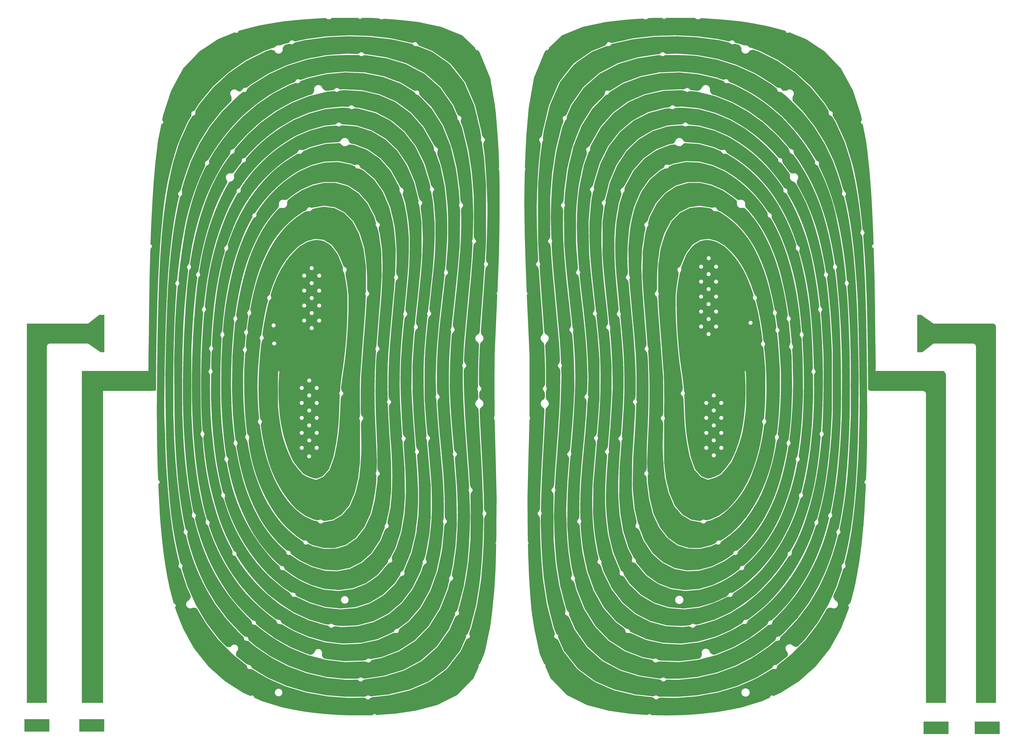
<source format=gbr>
%TF.GenerationSoftware,Altium Limited,Altium Designer,23.9.2 (47)*%
G04 Layer_Physical_Order=1*
G04 Layer_Color=255*
%FSLAX45Y45*%
%MOMM*%
%TF.SameCoordinates,45DC480F-FB56-4E7A-9A2C-25C5303F6BDF*%
%TF.FilePolarity,Positive*%
%TF.FileFunction,Copper,L1,Top,Signal*%
%TF.Part,Single*%
G01*
G75*
%TA.AperFunction,SMDPad,CuDef*%
%ADD10R,2.00000X1.52400*%
%ADD11C,1.52400*%
%ADD12R,20.00000X10.00000*%
%TA.AperFunction,ComponentPad*%
%ADD13C,10.00000*%
%TA.AperFunction,ViaPad*%
%ADD14C,2.00000*%
G36*
X29211636Y58299182D02*
X29933258Y58298474D01*
X29933923Y58297473D01*
X29940714Y58284772D01*
X29949854Y58273633D01*
X29950644Y58272455D01*
X29951648Y58271448D01*
X29960788Y58260309D01*
X29971924Y58251172D01*
X29972931Y58250165D01*
X29974112Y58249377D01*
X29985248Y58240234D01*
X29985248Y58240240D01*
X29997952Y58233447D01*
X29999136Y58232654D01*
X29999136Y58232660D01*
X30000449Y58232111D01*
X30013153Y58225323D01*
X30013156Y58225323D01*
X30026941Y58221143D01*
X30028253Y58220593D01*
X30029648Y58220319D01*
X30043433Y58216138D01*
X30057773Y58214728D01*
X30059164Y58214447D01*
X30060587D01*
X30074924Y58213037D01*
X30089261Y58214447D01*
X30090683D01*
X30092075Y58214728D01*
X30106415Y58216138D01*
X30120200Y58220319D01*
X30121594Y58220593D01*
X30122906Y58221143D01*
X30136694Y58225323D01*
X30149399Y58232117D01*
X30150711Y58232660D01*
X30150714Y58232654D01*
X30151895Y58233447D01*
X30164600Y58240240D01*
X30164600Y58240234D01*
X30175735Y58249377D01*
X30176917Y58250165D01*
X30176917D01*
X30177921Y58251172D01*
X30189059Y58260309D01*
X30189059D01*
X30198199Y58271448D01*
X30199203Y58272455D01*
X30199203Y58272455D01*
X30199994Y58273633D01*
X30209134Y58284772D01*
X30209134Y58284772D01*
X30215927Y58297479D01*
X30216406Y58298199D01*
X30937366Y58297491D01*
X31600293Y58256659D01*
X31614536Y58244489D01*
X31656897Y58218530D01*
X31702798Y58199518D01*
X31751105Y58187921D01*
X31779730Y58185669D01*
X31779990Y58185632D01*
X31780164D01*
X31800635Y58184021D01*
X31821106Y58185632D01*
X31821280D01*
X31821539Y58185669D01*
X31850165Y58187921D01*
X31898474Y58199518D01*
X31944373Y58218530D01*
X31969406Y58233875D01*
X32415280Y58201654D01*
X32705829Y58178839D01*
D01*
X32995319Y58153467D01*
X33508115Y58107269D01*
X33843057Y58071967D01*
X34742776Y57970007D01*
X35642493Y57777747D01*
X36531360Y57587805D01*
X36683441Y57528662D01*
X38246628Y56899768D01*
X38942972Y56241351D01*
X39299924Y55903839D01*
X39298962Y55894067D01*
X39298685Y55892676D01*
Y55891254D01*
X39297272Y55876917D01*
X39298685Y55862579D01*
X39298685Y55861157D01*
X39298962Y55859766D01*
X39300375Y55845428D01*
X39300375Y55845428D01*
X39304556Y55831641D01*
X39304834Y55830249D01*
X39304834Y55830249D01*
X39305377Y55828937D01*
X39309558Y55815149D01*
X39309561Y55815149D01*
X39316351Y55802441D01*
X39316895Y55801129D01*
X39317685Y55799945D01*
X39324475Y55787244D01*
X39333615Y55776105D01*
X39334406Y55774927D01*
X39335410Y55773920D01*
X39344550Y55762781D01*
X39355685Y55753644D01*
X39356693Y55752637D01*
X39357874Y55751849D01*
X39369009Y55742706D01*
X39381714Y55735919D01*
X39382898Y55735126D01*
X39384210Y55734583D01*
X39396915Y55727795D01*
X39410703Y55723608D01*
X39412012Y55723065D01*
X39412015Y55723065D01*
X39413409Y55722791D01*
X39427194Y55718610D01*
X39427194Y55718610D01*
X39441531Y55717194D01*
X39442926Y55716919D01*
X39442926Y55716919D01*
X39444348D01*
X39458685Y55715509D01*
X39458685Y55715503D01*
X39473022Y55716919D01*
X39474442Y55716919D01*
X39474442Y55716919D01*
X39475836Y55717194D01*
X39490173Y55718610D01*
X39490176Y55718610D01*
X39494452Y55719904D01*
X39639304Y55582941D01*
X39872031Y55012134D01*
X39872031Y55012134D01*
Y55012134D01*
X40048178Y54581274D01*
X40048181Y54581268D01*
Y54581268D01*
X40230493Y54137097D01*
X40230493Y54137097D01*
Y54137097D01*
X40305746Y53954443D01*
X40305746Y53954437D01*
X40506656Y53467761D01*
X40866153Y51370776D01*
X40956012Y50651910D01*
X41025098Y49813678D01*
X41118631Y48550784D01*
X41141489Y48187790D01*
X41156512Y47907166D01*
X41189215Y47190744D01*
X41192059Y47129056D01*
X41205267Y46830405D01*
X41205267Y46830405D01*
X41210770Y46690350D01*
X41221332Y46313834D01*
X41218182Y46309995D01*
X41217178Y46308990D01*
Y46308987D01*
X41216388Y46307809D01*
X41207248Y46296671D01*
X41207248Y46296667D01*
X41200458Y46283963D01*
X41199667Y46282782D01*
X41199124Y46281470D01*
X41192334Y46268765D01*
X41188150Y46254977D01*
X41187607Y46253665D01*
X41187329Y46252271D01*
X41183148Y46238486D01*
X41181735Y46224146D01*
X41181458Y46222754D01*
Y46221332D01*
X41180045Y46206995D01*
X41181458Y46192657D01*
Y46191235D01*
X41181735Y46189844D01*
X41183148Y46175504D01*
X41187329Y46161719D01*
X41187607Y46160324D01*
X41188150Y46159009D01*
X41192334Y46145224D01*
X41199124Y46132520D01*
X41199667Y46131207D01*
X41200458Y46130023D01*
X41207248Y46117319D01*
X41216388Y46106183D01*
X41217178Y46105002D01*
Y46104999D01*
X41218185Y46103995D01*
X41227322Y46092859D01*
Y46092859D01*
X41227539Y46092682D01*
X41236014Y45790598D01*
X41251163Y44890619D01*
X41256210Y43990527D01*
X41253479Y43503632D01*
X41254236Y43503622D01*
X41249762Y42329971D01*
X41234680Y41011450D01*
X41209705Y39701511D01*
X41208719Y39662170D01*
X41201764Y39401617D01*
X41201764D01*
X41193539Y39102109D01*
X41179742Y38624442D01*
X41145059Y37766937D01*
X41143124Y37729742D01*
X41143307Y37729733D01*
X41143307Y37729733D01*
X41106836Y36932892D01*
X41079770Y36332538D01*
X41069995Y36324518D01*
Y36324515D01*
X41060858Y36313382D01*
X41059851Y36312375D01*
Y36312375D01*
X41059064Y36311194D01*
X41049924Y36300058D01*
X41043130Y36287350D01*
X41042343Y36286169D01*
X41041800Y36284857D01*
X41035007Y36272150D01*
X41030826Y36258365D01*
X41030280Y36257053D01*
X41030005Y36255658D01*
X41025821Y36241873D01*
X41024408Y36227533D01*
X41024133Y36226141D01*
Y36224719D01*
X41022720Y36210382D01*
X41024133Y36196042D01*
Y36194623D01*
X41024408Y36193231D01*
X41025821Y36178891D01*
X41030005Y36165106D01*
X41030280Y36163712D01*
X41030826Y36162396D01*
X41035007Y36148611D01*
X41041797Y36135907D01*
X41042343Y36134592D01*
X41043130Y36133411D01*
X41049921Y36120706D01*
Y36120706D01*
X41059061Y36109570D01*
X41059851Y36108389D01*
Y36108386D01*
X41060858Y36107382D01*
X41069183Y36097238D01*
X41033264Y35296786D01*
X40989044Y34307733D01*
X40851465Y31224985D01*
X40851471Y31224969D01*
X40851465Y31224954D01*
X40850089Y28761707D01*
X40849393Y28761707D01*
X40848816Y28572131D01*
X40849152Y28461761D01*
X40853851Y26918796D01*
X40857870Y26478717D01*
X40857870Y26478714D01*
X40808609Y26247556D01*
X40808554Y26247299D01*
X40807141Y26232959D01*
X40806870Y26231598D01*
X40806863Y26231567D01*
X40806863Y26230148D01*
X40805453Y26215808D01*
X40806863Y26201471D01*
Y26200049D01*
X40807141Y26198657D01*
X40808554Y26184320D01*
X40812735Y26170535D01*
X40813013Y26169138D01*
X40813556Y26167825D01*
X40817740Y26154037D01*
X40824530Y26141333D01*
X40825073Y26140021D01*
X40825864Y26138840D01*
X40832654Y26126135D01*
Y26126132D01*
X40841794Y26114996D01*
X40842584Y26113815D01*
Y26113815D01*
X40843588Y26112808D01*
X40852728Y26101675D01*
Y26101672D01*
X40862228Y26093878D01*
X40863995Y25929626D01*
X40863995Y25929623D01*
X40863995Y25929620D01*
X40870929Y25575690D01*
X40870929Y25575688D01*
X40870929Y25575685D01*
X40895966Y24675522D01*
X40914148Y23987996D01*
X40954794Y22404437D01*
X41016440Y19955949D01*
X41001178Y17669710D01*
X41001175Y17669708D01*
X41000012Y17669711D01*
X40996979Y17051863D01*
X40986389Y16332834D01*
X40985333Y16331966D01*
Y16331966D01*
X40976193Y16320828D01*
X40975186Y16319824D01*
Y16319823D01*
X40974399Y16318643D01*
X40965259Y16307506D01*
X40958466Y16294798D01*
X40957678Y16293617D01*
X40957135Y16292307D01*
X40950342Y16279601D01*
X40946161Y16265813D01*
X40945618Y16264500D01*
X40945340Y16263106D01*
X40941156Y16249319D01*
X40939746Y16234981D01*
X40939468Y16233588D01*
Y16232169D01*
X40938055Y16217830D01*
X40939468Y16203493D01*
Y16202071D01*
X40939746Y16200677D01*
X40941156Y16186340D01*
X40945340Y16172554D01*
X40945618Y16171159D01*
X40946161Y16169846D01*
X40950342Y16156059D01*
X40957135Y16143355D01*
X40957678Y16142041D01*
X40958466Y16140860D01*
X40965259Y16128156D01*
Y16128154D01*
X40974399Y16117018D01*
X40975186Y16115837D01*
Y16115836D01*
X40976193Y16114830D01*
X40983057Y16106467D01*
X40981894Y16027515D01*
X40956750Y15003365D01*
X40937811Y14452377D01*
X40937811Y14452377D01*
X40937811D01*
X40926666Y14152885D01*
X40894879Y13494275D01*
X40873181Y13144794D01*
X40873181D01*
X40873853Y13144028D01*
X40833823Y12555977D01*
X40778055Y11886169D01*
X40712173Y11217281D01*
X40657581Y10737400D01*
X40657581Y10737400D01*
X40657581D01*
X40658435Y10736318D01*
X40557776Y9887985D01*
X40515765Y9593541D01*
X40481387Y9408819D01*
X40419589Y9115613D01*
X40370093Y8885907D01*
Y8885906D01*
X40370093Y8885906D01*
X40328372Y8690840D01*
X40328372Y8690839D01*
X40242877Y8288848D01*
X40141058Y7808290D01*
X40079205Y7522215D01*
X40079205Y7522214D01*
X40075003Y7507148D01*
X39979129Y7238880D01*
X39875549Y6981785D01*
Y6981784D01*
X39767551Y6726518D01*
X39750027Y6685329D01*
X39680884Y6527984D01*
X39679938Y6527593D01*
X39666150Y6523411D01*
X39653442Y6516619D01*
X39652133Y6516076D01*
X39652130Y6516074D01*
X39650952Y6515287D01*
X39638245Y6508495D01*
X39638245Y6508494D01*
X39627106Y6499354D01*
X39625928Y6498565D01*
X39624921Y6497561D01*
X39613785Y6488421D01*
X39604645Y6477284D01*
X39603641Y6476279D01*
X39602850Y6475098D01*
X39593713Y6463961D01*
X39586920Y6451254D01*
X39586130Y6450073D01*
X39585587Y6448761D01*
X39578796Y6436055D01*
X39574615Y6422269D01*
X39574069Y6420955D01*
X39573792Y6419561D01*
X39569611Y6405775D01*
X39568198Y6391437D01*
X39567920Y6390044D01*
Y6388623D01*
X39566510Y6374285D01*
X39567920Y6359947D01*
Y6358527D01*
X39568198Y6357133D01*
X39569611Y6342795D01*
X39573792Y6329010D01*
X39574069Y6327616D01*
X39574069Y6327615D01*
X39574615Y6326300D01*
X39578796Y6312517D01*
X39578796Y6312515D01*
X39582697Y6305216D01*
X39167316Y5373342D01*
X37869922Y4034320D01*
X37073306Y3635402D01*
X36276648Y3236461D01*
X35907968Y3139594D01*
X35592996Y3056757D01*
X35035297Y2909893D01*
X34531415Y2777087D01*
X32854816Y2532986D01*
X31837097Y2462130D01*
X31373480Y2429851D01*
X31370224Y2435942D01*
X31361084Y2447080D01*
X31360294Y2448260D01*
X31359293Y2449263D01*
X31350150Y2460402D01*
X31339014Y2469543D01*
X31338010Y2470546D01*
X31336829Y2471334D01*
X31325690Y2480475D01*
X31312982Y2487268D01*
X31311804Y2488056D01*
X31311804Y2488056D01*
X31310495Y2488598D01*
X31297784Y2495392D01*
X31297784Y2495391D01*
X31283997Y2499573D01*
X31282684Y2500117D01*
X31282684Y2500117D01*
X31281293Y2500393D01*
X31267505Y2504576D01*
X31253168Y2505988D01*
X31251773Y2506265D01*
X31250354D01*
X31236014Y2507677D01*
X31221677Y2506265D01*
X31220258D01*
X31218863Y2505988D01*
X31204526Y2504576D01*
X31190738Y2500394D01*
X31189346Y2500116D01*
X31188034Y2499573D01*
X31174246Y2495391D01*
X31174246Y2495392D01*
X31161536Y2488598D01*
X31160229Y2488056D01*
X31160226Y2488056D01*
X31159048Y2487267D01*
X31146341Y2480475D01*
X31146338D01*
X31135202Y2471335D01*
X31134021Y2470546D01*
X31134021D01*
X31133017Y2469542D01*
X31121881Y2460402D01*
X31121878D01*
X31112741Y2449265D01*
X31111734Y2448260D01*
X31111734D01*
X31110947Y2447079D01*
X31101807Y2435942D01*
X31101804Y2435942D01*
X31095013Y2423235D01*
X31094226Y2422054D01*
X31094226Y2422054D01*
X31093680Y2420742D01*
X31087924Y2409969D01*
X30944739Y2400000D01*
X29291071D01*
X28919049Y2409963D01*
X28368790Y2434535D01*
X27819055Y2468924D01*
X27270023Y2513120D01*
X27033301Y2536436D01*
X26735226Y2566577D01*
X26735226Y2566577D01*
X26656342Y2574500D01*
X26437265Y2598681D01*
X26129907Y2634340D01*
X25834100Y2670351D01*
X25834100Y2670351D01*
X25766901Y2680319D01*
X25485841Y2726050D01*
X25206250Y2775319D01*
X25190393Y2778114D01*
X24698277Y2871964D01*
X23887061Y3033599D01*
X23061095Y3284372D01*
X22235136Y3535142D01*
X21594966Y3822325D01*
X21596071Y3833545D01*
X21594659Y3847884D01*
Y3849304D01*
X21594382Y3850697D01*
X21592970Y3865035D01*
X21588786Y3878824D01*
X21588510Y3880216D01*
X21587967Y3881526D01*
X21583784Y3895315D01*
X21576991Y3908024D01*
X21576450Y3909334D01*
X21575661Y3910513D01*
X21568867Y3923221D01*
X21559727Y3934360D01*
X21558939Y3935540D01*
X21557936Y3936543D01*
X21548795Y3947681D01*
X21548795Y3947681D01*
X21537656Y3956822D01*
X21536653Y3957825D01*
X21536652D01*
X21535474Y3958613D01*
X21524335Y3967755D01*
X21524333D01*
X21511626Y3974547D01*
X21510448Y3975335D01*
X21509137Y3975877D01*
X21496428Y3982670D01*
X21482640Y3986853D01*
X21481329Y3987396D01*
X21479938Y3987673D01*
X21466148Y3991855D01*
X21466148Y3991856D01*
X21451810Y3993268D01*
X21450418Y3993544D01*
X21450417Y3993545D01*
X21448997D01*
X21434659Y3994957D01*
X21434659Y3994958D01*
X21420322Y3993545D01*
X21418901Y3993545D01*
X21418900Y3993545D01*
X21417506Y3993268D01*
X21403169Y3991856D01*
X21403169Y3991856D01*
X21389381Y3987674D01*
X21387988Y3987396D01*
X21387988Y3987397D01*
X21386676Y3986853D01*
X21372890Y3982671D01*
X21372890Y3982671D01*
X21360181Y3975879D01*
X21358870Y3975335D01*
X21358870Y3975335D01*
X21357690Y3974547D01*
X21344984Y3967755D01*
X21344981Y3967755D01*
X21333846Y3958614D01*
X21332664Y3957826D01*
X21332664Y3957825D01*
X21331660Y3956821D01*
X21320525Y3947682D01*
X21320522Y3947681D01*
X21319179Y3946044D01*
X20730719Y4210030D01*
X19996835Y4672691D01*
X19262962Y5135348D01*
X18609769Y5716635D01*
X17956577Y6297917D01*
X17378812Y7020621D01*
X16801044Y7743330D01*
X16380940Y8492626D01*
Y8492626D01*
X16121883Y8960706D01*
X16083295Y9032041D01*
X15942819Y9296827D01*
X15903316Y9378087D01*
X15789011Y9651166D01*
X15655817Y9982366D01*
X15557156Y10241499D01*
D01*
X15468195Y10476747D01*
X15381822Y10711140D01*
X15381821D01*
X15287306Y10971991D01*
X15253769Y11071400D01*
X15259068Y11075749D01*
X15260249Y11076538D01*
X15261253Y11077543D01*
X15272392Y11086683D01*
X15281532Y11097820D01*
X15282536Y11098825D01*
X15283325Y11100005D01*
X15292465Y11111143D01*
X15299258Y11123850D01*
X15300046Y11125030D01*
Y11125031D01*
X15300589Y11126341D01*
X15307382Y11139049D01*
X15307381Y11139050D01*
X15311565Y11152837D01*
X15312106Y11154148D01*
X15312106Y11154149D01*
X15312384Y11155541D01*
X15316566Y11169329D01*
X15317979Y11183667D01*
X15318256Y11185060D01*
X15318256Y11185061D01*
Y11186481D01*
X15319669Y11200819D01*
X15319669Y11200819D01*
X15318256Y11215158D01*
X15318256Y11216577D01*
X15318256Y11216578D01*
X15318256Y11216578D01*
X15317979Y11217970D01*
X15317979Y11217970D01*
X15317978Y11217971D01*
X15316566Y11232308D01*
X15316566Y11232309D01*
X15316566Y11232310D01*
X15312384Y11246097D01*
X15312106Y11247489D01*
X15312106Y11247489D01*
X15312106Y11247490D01*
X15311563Y11248800D01*
X15307381Y11262589D01*
X15300587Y11275297D01*
X15300046Y11276606D01*
X15300046Y11276607D01*
X15299257Y11277786D01*
X15292465Y11290494D01*
X15292465Y11290495D01*
X15283324Y11301633D01*
X15282536Y11302812D01*
Y11302813D01*
X15281532Y11303816D01*
X15272392Y11314954D01*
Y11314955D01*
X15261253Y11324095D01*
X15260249Y11325099D01*
X15260249Y11325099D01*
X15259071Y11325887D01*
X15247932Y11335028D01*
X15247932Y11335029D01*
X15234534Y11342283D01*
X15234044Y11342609D01*
X15234044Y11342609D01*
X15233556Y11342811D01*
X15152921Y11386466D01*
X15080995Y11656673D01*
X15069284Y11700873D01*
X15069284Y11700873D01*
Y11700874D01*
X14993030Y11986408D01*
X14921457Y12256761D01*
X14921455D01*
X14854672Y12529098D01*
X14806187Y12731051D01*
X14715771Y13148734D01*
X14643478Y13523138D01*
X14601952Y13761382D01*
X14592218Y13818671D01*
X14591972Y13818639D01*
X14515781Y14267073D01*
X14422986Y14871751D01*
X14339897Y15477841D01*
X14266531Y16085184D01*
X14202911Y16693625D01*
X14197459Y16755296D01*
X14197025Y16755257D01*
X14197025Y16755257D01*
X14159579Y17149199D01*
X14143692Y17309093D01*
X14131490Y17427760D01*
X14127470Y17471996D01*
X14124789Y17489610D01*
X14124452Y17492830D01*
X14124452Y17492830D01*
X14087260Y17891545D01*
X14051794Y18380968D01*
X14034499Y18715398D01*
X14033455Y18715347D01*
X14033450Y18715350D01*
X13977084Y19747810D01*
X13923701Y20940823D01*
X13930034Y20942744D01*
X13942740Y20949536D01*
X13944052Y20950079D01*
X13945233Y20950868D01*
X13957941Y20957660D01*
X13969077Y20966800D01*
X13970258Y20967589D01*
X13971263Y20968594D01*
X13982401Y20977734D01*
X13991541Y20988870D01*
X13992545Y20989874D01*
X13993333Y20991055D01*
X14002473Y21002194D01*
X14009267Y21014902D01*
X14010054Y21016081D01*
X14010597Y21017392D01*
X14017390Y21030099D01*
X14021571Y21043887D01*
X14022115Y21045200D01*
X14022115Y21045200D01*
X14022392Y21046593D01*
X14026575Y21060381D01*
X14026575Y21060381D01*
X14027988Y21074718D01*
X14028264Y21076111D01*
X14028264Y21076112D01*
Y21077531D01*
X14029675Y21091870D01*
X14028264Y21106207D01*
Y21107628D01*
X14027986Y21109021D01*
X14026575Y21123360D01*
X14026575Y21123360D01*
X14022392Y21137148D01*
X14022115Y21138539D01*
X14022115Y21138541D01*
X14021571Y21139850D01*
X14017390Y21153639D01*
X14017390Y21153639D01*
X14010597Y21166348D01*
X14010054Y21167657D01*
X14010054Y21167657D01*
X14009267Y21168837D01*
X14002473Y21181544D01*
Y21181546D01*
X13993332Y21192683D01*
X13992545Y21193863D01*
Y21193864D01*
X13991541Y21194867D01*
X13982401Y21206004D01*
Y21206006D01*
X13971262Y21215147D01*
X13970258Y21216148D01*
Y21216150D01*
X13969080Y21216937D01*
X13957941Y21226079D01*
X13957941Y21226079D01*
X13945232Y21232872D01*
X13944054Y21233659D01*
X13944052Y21233659D01*
X13942741Y21234203D01*
X13930035Y21240994D01*
X13930034Y21240996D01*
X13916245Y21245178D01*
X13914935Y21245721D01*
X13914934Y21245721D01*
X13913544Y21245998D01*
X13909998Y21247073D01*
X13870142Y22137773D01*
X13871275Y22138992D01*
X13871277Y22138992D01*
X13871275Y22138992D01*
X13851031Y22889980D01*
X13826006Y24189873D01*
X13810989Y25489922D01*
X13805984Y26790048D01*
X13810989Y28090173D01*
X13811444Y28129468D01*
X13813260Y28286673D01*
X13814365Y28382343D01*
X13815048Y28441513D01*
X13816350Y28554221D01*
X13817638Y28665628D01*
X13818137Y28708871D01*
X13817197Y28712189D01*
X13817938Y28798993D01*
X13819131Y28938760D01*
X13821442Y29209512D01*
X13822408Y29322583D01*
X13823392Y29437930D01*
X13824969Y29622702D01*
X13829959Y30207162D01*
X13830789Y30304376D01*
X13831355Y30370670D01*
X13831892Y30408353D01*
X13834093Y30563110D01*
X13839482Y30941797D01*
X13840907Y31042001D01*
X13842374Y31145023D01*
X13844925Y31324329D01*
X13853958Y31959152D01*
X13855447Y32063818D01*
X13856531Y32139972D01*
X13857115Y32169299D01*
X13860262Y32327252D01*
X13866690Y32649899D01*
X13868806Y32756122D01*
X13870869Y32859698D01*
X13874591Y33046512D01*
X13886386Y33638583D01*
X13889420Y33790863D01*
X13891776Y33909103D01*
X13893895Y33991824D01*
X13896509Y34093869D01*
X13897929Y34149338D01*
X13899948Y34228125D01*
X13901857Y34302634D01*
X13904333Y34399295D01*
X13906561Y34486292D01*
X13911548Y34680960D01*
X13930923Y35437308D01*
X13933945Y35555270D01*
X13937090Y35678006D01*
X13940460Y35785663D01*
X13943794Y35892184D01*
X13949216Y36065268D01*
X13957185Y36319833D01*
X13958244Y36353641D01*
X13960199Y36422256D01*
X13961775Y36477609D01*
X13965573Y36610950D01*
X13966785Y36653488D01*
X13969556Y36727060D01*
X13974075Y36847003D01*
X13976651Y36915399D01*
X13979680Y36995779D01*
X13987579Y37205460D01*
X13990398Y37280252D01*
X13995245Y37408923D01*
X13999254Y37515356D01*
X14003230Y37597403D01*
X14010468Y37746765D01*
X14014613Y37832352D01*
X14024797Y38042526D01*
X14030319Y38156491D01*
X14034483Y38242438D01*
X14040289Y38362253D01*
X14044188Y38442719D01*
X14047038Y38490829D01*
X14054120Y38610373D01*
X14060587Y38719513D01*
X14064510Y38785751D01*
X14069667Y38872806D01*
X14076399Y38986435D01*
X14082089Y39082477D01*
X14081296Y39086172D01*
X14085745Y39152817D01*
X14093803Y39273560D01*
X14102750Y39407568D01*
X14114027Y39576532D01*
X14128365Y39791315D01*
X14133778Y39872437D01*
X14139909Y39964282D01*
X14143555Y40019086D01*
X14148669Y40096005D01*
X14156955Y40213919D01*
X14164360Y40319308D01*
X14169688Y40395129D01*
X14173866Y40455334D01*
X14179771Y40540411D01*
X14188283Y40663037D01*
X14196410Y40780103D01*
X14206625Y40900433D01*
X14215604Y41006180D01*
X14230209Y41178201D01*
X14241000Y41305310D01*
X14250055Y41411957D01*
X14259395Y41504947D01*
X14267349Y41584152D01*
X14276009Y41670355D01*
X14286240Y41772232D01*
X14295865Y41868073D01*
X14306036Y41969336D01*
X14313425Y42042908D01*
X14327600Y42165088D01*
X14340324Y42274759D01*
X14353813Y42391034D01*
X14360454Y42448270D01*
X14368884Y42520935D01*
X14380260Y42618985D01*
X14386504Y42672806D01*
X14395219Y42739014D01*
X14404395Y42808698D01*
X14419167Y42920901D01*
X14427135Y42981424D01*
X14441634Y43091559D01*
X14455370Y43195895D01*
X14469273Y43301508D01*
X14483727Y43399594D01*
X14497115Y43490445D01*
X14512451Y43594528D01*
X14522578Y43663263D01*
X14537160Y43762213D01*
X14551466Y43859302D01*
X14561716Y43928860D01*
X14580449Y44043704D01*
X14600330Y44165576D01*
X14622038Y44298654D01*
X14631653Y44357602D01*
X14649033Y44464136D01*
X14663808Y44554712D01*
X14684404Y44669794D01*
X14697649Y44743799D01*
X14710127Y44813525D01*
X14725826Y44901236D01*
X14725624Y44902505D01*
X14738310Y44969730D01*
X14758910Y45078879D01*
X14778873Y45184656D01*
X14799335Y45293073D01*
X14815787Y45371744D01*
X14839420Y45484744D01*
X14858939Y45578073D01*
X14879060Y45674286D01*
X14900922Y45778815D01*
X14922969Y45874786D01*
X14922771Y45877438D01*
X14933844Y45926633D01*
X14957051Y46029736D01*
X14988277Y46168466D01*
X14998634Y46214484D01*
X15026019Y46336154D01*
X15043828Y46415271D01*
X15070081Y46531903D01*
X15097693Y46654581D01*
X15112215Y46719095D01*
X15143990Y46820526D01*
X15176041Y46922836D01*
X15197723Y46992053D01*
X15233345Y47105765D01*
X15261777Y47196521D01*
X15305968Y47337589D01*
X15329985Y47414252D01*
X15363947Y47522665D01*
X15383430Y47584857D01*
X15403140Y47647778D01*
X15433104Y47743427D01*
X15460207Y47829941D01*
X15495255Y47941821D01*
X15524976Y48036691D01*
X15548364Y48111349D01*
X15562885Y48157706D01*
X15588785Y48240384D01*
X15617679Y48332617D01*
X15676443Y48462061D01*
X15733836Y48588483D01*
X15784908Y48700980D01*
X15808855Y48753729D01*
X15851071Y48846722D01*
X15911639Y48980139D01*
X15965654Y49099118D01*
X16011458Y49200012D01*
X16184673Y49581561D01*
X16277605Y49786264D01*
X16311342Y49860583D01*
X16351906Y49949933D01*
X16416943Y50055728D01*
X16476004Y50151801D01*
X16581181Y50322891D01*
X16629329Y50401212D01*
X16709811Y50459796D01*
X16760658Y50484607D01*
X16794547Y50501141D01*
X16806728Y50507651D01*
X16808534Y50508463D01*
X16808565Y50508475D01*
X16809744Y50509265D01*
X16822450Y50516055D01*
X16822453Y50516055D01*
X16833589Y50525195D01*
X16834770Y50525986D01*
X16834772Y50525986D01*
X16835776Y50526990D01*
X16846912Y50536130D01*
X16846912D01*
X16856052Y50547266D01*
X16857056Y50548270D01*
X16857057Y50548270D01*
X16857846Y50549451D01*
X16866986Y50560590D01*
X16873779Y50573297D01*
X16873779Y50573297D01*
X16874567Y50574478D01*
X16874567D01*
X16874567Y50574478D01*
X16875110Y50575787D01*
X16881903Y50588495D01*
Y50588495D01*
X16886086Y50602283D01*
X16886629Y50603595D01*
X16886905Y50604987D01*
X16891087Y50618777D01*
X16892500Y50633115D01*
X16892776Y50634506D01*
X16892776Y50634509D01*
X16892776Y50635928D01*
X16894189Y50650266D01*
X16892805Y50671072D01*
X16893536Y50798883D01*
X16906488Y50852060D01*
X16946750Y50917554D01*
X17118077Y51196249D01*
X17175737Y51290045D01*
X17238202Y51391656D01*
X17290935Y51456024D01*
X17359554Y51539783D01*
X17529932Y51747754D01*
X17544957Y51766095D01*
X17726645Y51987872D01*
X17809654Y52089197D01*
X17870599Y52163586D01*
X18169383Y52528296D01*
X18234795Y52608142D01*
X18311896Y52702252D01*
X18376961Y52762799D01*
X18428473Y52810736D01*
X18505856Y52882751D01*
X18761072Y53120251D01*
X18835982Y53189960D01*
X18880156Y53231073D01*
X18931363Y53278723D01*
X18931363Y53278723D01*
X19030249Y53370746D01*
X19101498Y53437048D01*
X19183057Y53512946D01*
X19225671Y53552606D01*
X19304250Y53625732D01*
X19388280Y53703925D01*
X19470320Y53780273D01*
X19550826Y53855188D01*
X19628970Y53909015D01*
X19706213Y53962207D01*
X19750526Y53992731D01*
X19835333Y54051135D01*
X19932762Y54118237D01*
X20021494Y54179352D01*
X20086546Y54224152D01*
X20144032Y54263745D01*
X20191270Y54296277D01*
X20247496Y54335004D01*
X20306937Y54375940D01*
X20382903Y54428259D01*
X20510310Y54516010D01*
X20585530Y54567810D01*
X20634776Y54601727D01*
X20730096Y54667377D01*
X20809929Y54722357D01*
X20880669Y54771082D01*
X20972768Y54834509D01*
X21040427Y54868359D01*
X21137271Y54916809D01*
X21369897Y55033191D01*
X21530817Y55113690D01*
X21653418Y55175031D01*
X21725458Y55211072D01*
X21824486Y55260614D01*
X21944823Y55320813D01*
X22148424Y55422675D01*
X22351999Y55524518D01*
X22439574Y55568329D01*
X22527814Y55612476D01*
X22626768Y55646515D01*
X22716058Y55677228D01*
X22856573Y55725562D01*
X22920517Y55747552D01*
X22930632Y55748114D01*
X22991739Y55745514D01*
X23116183Y55705481D01*
X23237213Y55665802D01*
X23241037Y55660938D01*
X23259222Y55617035D01*
X23286415Y55572662D01*
X23305569Y55550238D01*
X23306091Y55549554D01*
X23306496Y55549152D01*
X23320213Y55533087D01*
X23336276Y55519373D01*
X23336681Y55518964D01*
X23337361Y55518445D01*
X23359789Y55499292D01*
X23404163Y55472095D01*
X23452245Y55452179D01*
X23502849Y55440033D01*
X23532253Y55437720D01*
X23533102Y55437604D01*
X23533673D01*
X23554732Y55435950D01*
X23575790Y55437604D01*
X23576361D01*
X23577209Y55437720D01*
X23606615Y55440033D01*
X23657219Y55452179D01*
X23705301Y55472095D01*
X23749675Y55499292D01*
X23772105Y55518445D01*
X23772783Y55518964D01*
X23773186Y55519366D01*
X23789249Y55533087D01*
X23802968Y55549152D01*
X23803371Y55549554D01*
X23803891Y55550232D01*
X23823048Y55572662D01*
X23850241Y55617035D01*
X23870157Y55665118D01*
X23882306Y55715723D01*
X23884621Y55745129D01*
X23884732Y55745978D01*
Y55746545D01*
X23886389Y55767609D01*
X23884732Y55788666D01*
Y55789233D01*
X23884621Y55790082D01*
X23882306Y55819489D01*
X23870157Y55870093D01*
X23892056Y55905438D01*
X23950114Y55999133D01*
X23957027Y56008618D01*
X24017854Y56087469D01*
X24088943Y56146637D01*
X24176459Y56166797D01*
X24256306Y56185193D01*
X24348035Y56206323D01*
X24417259Y56222266D01*
X24489474Y56208893D01*
X24553340Y56191992D01*
X24566875Y56188019D01*
X24573019Y56186011D01*
X24574413Y56185736D01*
X24588196Y56181555D01*
X24588199Y56181555D01*
X24602538Y56180139D01*
X24603931Y56179865D01*
X24603931Y56179865D01*
X24605351Y56179865D01*
X24619688Y56178455D01*
X24619690Y56178455D01*
X24634029Y56179865D01*
X24635448D01*
X24635448Y56179865D01*
X24636841Y56180139D01*
X24651180Y56181555D01*
X24664966Y56185736D01*
X24666360Y56186011D01*
X24666360Y56186011D01*
X24667674Y56186554D01*
X24681461Y56190741D01*
X24694167Y56197528D01*
X24695479Y56198071D01*
X24696660Y56198865D01*
X24709366Y56205658D01*
X24709367Y56205658D01*
X24720503Y56214795D01*
X24721684Y56215582D01*
X24721692Y56215594D01*
X24723045Y56216882D01*
X24733826Y56225726D01*
X24762572Y56251221D01*
X24822343Y56300543D01*
X24828094Y56304163D01*
X24862781Y56324896D01*
X24971078Y56349847D01*
X25042921Y56366394D01*
X25122937Y56384827D01*
X25238583Y56411469D01*
X25419783Y56453204D01*
X25568005Y56487354D01*
X25703012Y56518451D01*
X25807874Y56532001D01*
X25927109Y56547412D01*
X26210352Y56584015D01*
X26430954Y56612524D01*
X26517856Y56623755D01*
X26598380Y56634161D01*
X26677472Y56644379D01*
X26768356Y56656128D01*
X26867496Y56668939D01*
X27032556Y56690271D01*
X27259750Y56719629D01*
X27365576Y56733307D01*
X27446536Y56743768D01*
X27515454Y56752673D01*
X27629697Y56757690D01*
X27761627Y56763483D01*
X28025592Y56775061D01*
X28138632Y56780023D01*
X28250562Y56784937D01*
X28354019Y56789478D01*
X28470868Y56794604D01*
X28622424Y56801257D01*
X28777481Y56808063D01*
X28951593Y56815698D01*
X29056671Y56820312D01*
X29108398Y56822583D01*
X29193024Y56820514D01*
X29300919Y56817877D01*
X29553793Y56811700D01*
X30477008Y56789136D01*
X30643790Y56785065D01*
X30789847Y56781494D01*
X30902222Y56768915D01*
X31016855Y56756091D01*
X31247116Y56730322D01*
X31436575Y56709119D01*
X31526907Y56699005D01*
X31644092Y56685895D01*
X31715897Y56677856D01*
X31827014Y56665424D01*
X31891437Y56658215D01*
X32091293Y56635846D01*
X32369763Y56604681D01*
X32493762Y56590808D01*
X32589279Y56580121D01*
X32758121Y56542914D01*
X32942511Y56502283D01*
X33199802Y56445587D01*
X33313382Y56420557D01*
X33394272Y56402734D01*
X33434302Y56393915D01*
X33575006Y56362909D01*
X33908014Y56289526D01*
X34058731Y56256317D01*
X34111877Y56244604D01*
X34199243Y56225354D01*
X34269830Y56198083D01*
X34281424Y56191443D01*
X34372736Y56105725D01*
X34376761Y56101740D01*
X34393454Y56083502D01*
X34404587Y56074359D01*
X34405591Y56073358D01*
X34405594Y56073358D01*
X34406775Y56072565D01*
X34417911Y56063428D01*
X34417914Y56063428D01*
X34430618Y56056635D01*
X34431799Y56055847D01*
X34431799Y56055847D01*
X34433112Y56055304D01*
X34445819Y56048511D01*
X34459604Y56044330D01*
X34460919Y56043787D01*
X34462314Y56043506D01*
X34476099Y56039325D01*
X34490436Y56037915D01*
X34491830Y56037634D01*
X34493250D01*
X34507590Y56036224D01*
X34507593Y56036224D01*
X34521927Y56037634D01*
X34523346D01*
X34533615Y56038580D01*
X34551022Y56039996D01*
X34599686Y56042719D01*
X34670871Y56042859D01*
X34723502Y56022339D01*
X34810922Y55988263D01*
X34903836Y55952045D01*
X34932407Y55940784D01*
X35018866Y55906708D01*
X35088101Y55879425D01*
X35194400Y55837524D01*
X35259836Y55811737D01*
X35310400Y55791638D01*
X35418405Y55748700D01*
X35418405D01*
X35463153Y55730835D01*
X35583493Y55682806D01*
X35655292Y55654144D01*
X35756143Y55613892D01*
X35858093Y55573199D01*
X35896365Y55546423D01*
X35980688Y55487427D01*
X36085513Y55414081D01*
X36148956Y55369696D01*
X36200012Y55333972D01*
X36200012Y55333972D01*
X36200015Y55333972D01*
X36303714Y55261945D01*
X36388870Y55202795D01*
X36466928Y55148578D01*
X36569226Y55077521D01*
X36641971Y55026996D01*
X36716406Y54975293D01*
X36716406Y54975293D01*
X36716409Y54975287D01*
X36777621Y54933160D01*
X36822253Y54902441D01*
X36849731Y54883582D01*
X36933698Y54825952D01*
X37003192Y54777814D01*
X37097131Y54712738D01*
X37168536Y54663269D01*
X37226596Y54600812D01*
X37291721Y54530750D01*
X37294165Y54529193D01*
X37336588Y54478906D01*
X37400659Y54402954D01*
X37473373Y54314276D01*
X37528833Y54246643D01*
X37602835Y54154285D01*
X37668558Y54072260D01*
X37739636Y53982776D01*
X37788696Y53921021D01*
X37862518Y53828082D01*
X37900735Y53779968D01*
X37968399Y53694788D01*
X38016763Y53633899D01*
X38081516Y53552380D01*
X38081516Y53552380D01*
X38130835Y53490552D01*
X38186053Y53421320D01*
X38186053Y53421320D01*
X38186053Y53421320D01*
X38211273Y53389844D01*
X38257538Y53332098D01*
X38257541Y53332098D01*
X38257541Y53332098D01*
X38307898Y53269556D01*
X38357727Y53207678D01*
X38413678Y53138196D01*
X38423825Y53115222D01*
X38444876Y53066785D01*
X38475333Y52996698D01*
X38505557Y52927148D01*
X38544556Y52837415D01*
X38587424Y52738776D01*
X38638177Y52621991D01*
X38693887Y52493805D01*
X38765408Y52329230D01*
X38805997Y52235834D01*
X38825015Y52192072D01*
X38861685Y52107690D01*
X38913171Y51989221D01*
X38998688Y51792444D01*
X39132068Y51485535D01*
X39178668Y51378302D01*
X39219339Y51284717D01*
X39234219Y51222784D01*
X39263086Y51102634D01*
X39339325Y50785318D01*
X39370743Y50654547D01*
X39454941Y50304099D01*
X39486810Y50171454D01*
X39520822Y50029892D01*
X39640982Y49529773D01*
X39680859Y49363797D01*
X39704526Y49265283D01*
X39715451Y49219812D01*
X39732239Y49096756D01*
X39746725Y48990552D01*
X39763257Y48869360D01*
X39774036Y48790347D01*
X39788885Y48681485D01*
X39785175Y48662292D01*
X39774496Y48618768D01*
X39769778Y48601340D01*
X39764340Y48581625D01*
X39764062Y48580234D01*
X39759882Y48566446D01*
X39759882Y48566446D01*
X39758469Y48552106D01*
X39758194Y48550714D01*
X39758191Y48550714D01*
X39758194Y48549295D01*
X39756781Y48534955D01*
X39756781Y48534955D01*
X39758191Y48520618D01*
X39758194Y48519196D01*
X39758191Y48519196D01*
X39758469Y48517804D01*
X39759882Y48503464D01*
X39764062Y48489679D01*
X39764340Y48488284D01*
X39764886Y48486969D01*
X39769067Y48473184D01*
X39775858Y48460480D01*
X39776401Y48459167D01*
X39777347Y48457693D01*
X39783984Y48445279D01*
X39813089Y48395798D01*
X39832651Y48360654D01*
X39843610Y48280319D01*
X39857373Y48179437D01*
X39871817Y48073541D01*
X39883759Y47986002D01*
X39891547Y47928897D01*
X39939502Y47577362D01*
X39971567Y47342285D01*
X39986176Y47235208D01*
X39996796Y47157343D01*
X40005182Y47095865D01*
X40013281Y46988184D01*
X40022852Y46860913D01*
X40047427Y46534149D01*
X40061502Y46347021D01*
X40069803Y46236658D01*
X40078070Y46126724D01*
X40085635Y46026141D01*
X40090115Y45966568D01*
X40096271Y45884723D01*
X40102301Y45804568D01*
X40114151Y45647003D01*
X40131635Y45414511D01*
X40148972Y45184033D01*
X40157721Y45067706D01*
X40163245Y44994232D01*
X40167142Y44942413D01*
X40167255Y44780121D01*
X40167386Y44588303D01*
X40167496Y44428961D01*
X40167661Y44187927D01*
X40167822Y43950226D01*
X40168008Y43680768D01*
X40168188Y43417932D01*
X40168311Y43237936D01*
X40168378Y43137515D01*
X40168430Y43063251D01*
X40168515Y42936649D01*
X40168549Y42889722D01*
X40168616Y42792651D01*
X40169144Y42018536D01*
X40169278Y41825620D01*
X40169345Y41726617D01*
X40169421Y41616644D01*
X40169495Y41506302D01*
X40169562Y41410596D01*
X40169690Y41223773D01*
X40170020Y40739185D01*
X40170099Y40622583D01*
X40170157Y40540244D01*
X40170212Y40458456D01*
X40167111Y40400369D01*
X40161938Y40303497D01*
X40155731Y40187253D01*
X40148767Y40056824D01*
X40139496Y39883163D01*
X40132410Y39750485D01*
X40126895Y39663666D01*
X40117838Y39521063D01*
X40108438Y39373117D01*
X40103156Y39289999D01*
X40099420Y39231192D01*
X40089282Y39071600D01*
X40082336Y38962259D01*
X40077063Y38879248D01*
X40073709Y38826434D01*
X40067209Y38724130D01*
X40033078Y38654413D01*
X40026044Y38640826D01*
X40021054Y38631454D01*
X40020514Y38630142D01*
X40013721Y38617435D01*
X40013721Y38617435D01*
X40009540Y38603650D01*
X40008994Y38602335D01*
X40008994Y38602335D01*
X40008716Y38600940D01*
X40004535Y38587155D01*
X40004535Y38587155D01*
X40003122Y38572815D01*
X40002847Y38571423D01*
Y38570004D01*
X40001434Y38555664D01*
X40002847Y38541327D01*
Y38539905D01*
X40003122Y38538513D01*
X40004535Y38524173D01*
X40008716Y38510388D01*
X40008994Y38508994D01*
X40008994Y38508990D01*
X40009555Y38507626D01*
X40013721Y38493893D01*
X40032224Y38445865D01*
X40040836Y38417603D01*
X40046432Y38397092D01*
X40038074Y38265497D01*
X40031396Y38160361D01*
X40025323Y38064798D01*
X40025323Y38064798D01*
X40022321Y38021600D01*
X40015439Y37922656D01*
X40008517Y37823108D01*
X39977823Y37381793D01*
X39977100Y37371405D01*
X39945685Y36919693D01*
X39933432Y36743472D01*
X39920529Y36557977D01*
X39895578Y36199182D01*
X39884549Y36040610D01*
X39878204Y35949387D01*
X39874323Y35893579D01*
X39866537Y35790311D01*
X39856989Y35663657D01*
X39849969Y35570535D01*
X39844455Y35497354D01*
X39836899Y35397134D01*
X39830353Y35310300D01*
X39823721Y35222342D01*
X39817313Y35137311D01*
X39816064Y35133832D01*
X39806317Y35013306D01*
X39797977Y34910147D01*
X39766617Y34522379D01*
X39754309Y34370166D01*
X39744223Y34245438D01*
X39736313Y34132504D01*
X39729205Y34031067D01*
X39725876Y33983524D01*
X39719528Y33892886D01*
X39711395Y33776776D01*
X39703168Y33659351D01*
X39695352Y33547742D01*
X39685995Y33414212D01*
X39678928Y33313284D01*
X39674664Y33241324D01*
X39667813Y33190741D01*
X39651782Y33072366D01*
X39594873Y32991309D01*
X39535074Y32935016D01*
X39535071Y32935013D01*
X39486047Y32907971D01*
X39442346Y32881189D01*
X39420114Y32862204D01*
X39419592Y32861801D01*
X39419281Y32861493D01*
X39403369Y32847900D01*
X39389777Y32831989D01*
X39389468Y32831677D01*
X39389066Y32831155D01*
X39370081Y32808926D01*
X39343301Y32765222D01*
X39323685Y32717868D01*
X39311719Y32668027D01*
X39309427Y32638885D01*
X39309341Y32638232D01*
Y32637790D01*
X39307697Y32616931D01*
X39309341Y32596069D01*
Y32595627D01*
X39309427Y32594974D01*
X39311719Y32565833D01*
X39323685Y32515991D01*
X39343301Y32468637D01*
X39370081Y32424936D01*
X39389062Y32402710D01*
X39389468Y32402182D01*
X39389780Y32401871D01*
X39403369Y32385959D01*
X39419281Y32372369D01*
X39419592Y32372058D01*
X39420120Y32371655D01*
X39442343Y32352670D01*
X39442392Y32352643D01*
X39458542Y32342746D01*
X39462955Y32339597D01*
X39498785Y32311673D01*
X39556027Y32241315D01*
X39596063Y32169547D01*
X39608942Y32140747D01*
X39607129Y32073871D01*
X39605002Y31995264D01*
X39603094Y31955890D01*
X39597614Y31842789D01*
X39592496Y31737164D01*
X39588696Y31658774D01*
X39583411Y31549652D01*
X39578442Y31447137D01*
X39577032Y31409677D01*
X39572418Y31287262D01*
X39565857Y31113101D01*
X39562662Y31028223D01*
X39558133Y30908054D01*
X39553378Y30781827D01*
X39550089Y30694476D01*
X39549924Y30693909D01*
X39549277Y30674530D01*
X39546317Y30585571D01*
X39545432Y30541327D01*
X39543085Y30423694D01*
X39539587Y30248532D01*
X39536664Y30102185D01*
X39534732Y30005548D01*
X39533063Y29921848D01*
X39531549Y29846155D01*
X39530988Y29761600D01*
X39530331Y29662823D01*
X39529300Y29507941D01*
X39528610Y29404562D01*
X39527957Y29306155D01*
X39527301Y29207788D01*
X39526627Y29106607D01*
X39527072Y29039859D01*
X39527612Y28958957D01*
X39528391Y28841904D01*
X39529068Y28740073D01*
X39506714Y28679858D01*
X39487659Y28635056D01*
X39483478Y28621271D01*
X39482935Y28619958D01*
X39482932Y28619955D01*
X39482657Y28618564D01*
X39478473Y28604776D01*
X39478473Y28604776D01*
X39477060Y28590436D01*
X39476785Y28589044D01*
X39476785Y28589044D01*
Y28587625D01*
X39475372Y28573285D01*
X39476785Y28558948D01*
Y28557526D01*
X39477060Y28556134D01*
X39478473Y28541794D01*
X39482654Y28528009D01*
X39482932Y28526614D01*
X39483478Y28525302D01*
X39487659Y28511514D01*
X39500177Y28485120D01*
X39528964Y28416388D01*
X39531271Y28408945D01*
X39531549Y28367059D01*
X39533969Y28245959D01*
X39535373Y28175635D01*
X39538159Y28036124D01*
X39540192Y27934271D01*
X39542328Y27827451D01*
X39511890Y27751401D01*
X39487189Y27710263D01*
X39437915Y27649222D01*
X39419940Y27629590D01*
X39419550Y27629181D01*
X39419543Y27629178D01*
X39415314Y27625540D01*
X39410968Y27621799D01*
X39403497Y27615421D01*
X39403369Y27615311D01*
X39389780Y27599399D01*
X39389777Y27599399D01*
X39389468Y27599088D01*
X39389468Y27599088D01*
X39389066Y27598563D01*
X39389066Y27598563D01*
X39370081Y27576334D01*
X39343301Y27532632D01*
X39323685Y27485278D01*
X39311719Y27435437D01*
X39309427Y27406296D01*
X39309341Y27405640D01*
Y27405200D01*
X39307697Y27384341D01*
X39309341Y27363480D01*
Y27363037D01*
X39309427Y27362384D01*
X39311719Y27333243D01*
X39323685Y27283401D01*
X39343301Y27236047D01*
X39370081Y27192346D01*
X39389062Y27170120D01*
X39389468Y27169592D01*
X39389780Y27169281D01*
X39403369Y27153369D01*
X39403369Y27153369D01*
X39419281Y27139780D01*
X39419592Y27139468D01*
X39419620Y27139447D01*
X39420120Y27139062D01*
X39420126Y27139059D01*
X39420129Y27139056D01*
X39435052Y27126309D01*
X39442963Y27119476D01*
X39495511Y27068057D01*
X39557819Y26978421D01*
X39568723Y26954599D01*
X39570923Y26888489D01*
X39573450Y26834341D01*
X39578552Y26724875D01*
X39578842Y26724039D01*
X39580844Y26677048D01*
X39589169Y26481668D01*
X39598520Y26262241D01*
X39603882Y26136389D01*
X39608478Y26028485D01*
X39614395Y25914911D01*
X39621454Y25779407D01*
X39643552Y25355209D01*
X39653152Y25170908D01*
X39659232Y25054158D01*
X39663431Y24973584D01*
X39666299Y24927010D01*
X39673538Y24809473D01*
X39679678Y24709772D01*
X39688712Y24557750D01*
X39697470Y24410364D01*
X39702924Y24323889D01*
X39710037Y24211108D01*
X39718198Y24064420D01*
X39726160Y23921268D01*
X39728668Y23876198D01*
X39740036Y23671841D01*
X39755084Y23401309D01*
X39771552Y23105270D01*
X39781281Y22930408D01*
X39785052Y22862611D01*
X39790012Y22759665D01*
X39797656Y22601089D01*
X39802914Y22492015D01*
X39808023Y22386006D01*
X39826932Y21993697D01*
X39830045Y21929140D01*
X39848987Y21536099D01*
X39850073Y21513596D01*
X39853235Y21436035D01*
X39855270Y21386086D01*
X39859976Y21270667D01*
X39862244Y21215091D01*
X39863177Y21212379D01*
X39867664Y21096892D01*
X39871176Y21006458D01*
X39874622Y20917744D01*
X39881348Y20744543D01*
X39891650Y20479379D01*
X39896078Y20365373D01*
X39899631Y20273882D01*
X39902563Y20175287D01*
X39905417Y20079378D01*
X39907294Y20016228D01*
X39910202Y19918475D01*
X39913516Y19807111D01*
X39917969Y19657346D01*
X39921231Y19547653D01*
X39923569Y19469041D01*
X39925858Y19371606D01*
X39928110Y19275755D01*
X39930289Y19182919D01*
X39932764Y19077574D01*
X39935464Y18962585D01*
X39937869Y18860190D01*
X39940182Y18761652D01*
X39910086Y18683955D01*
X39892783Y18644263D01*
X39888602Y18630476D01*
X39888058Y18629164D01*
X39888058Y18629163D01*
X39887781Y18627769D01*
X39883597Y18613983D01*
X39883597Y18613982D01*
X39882187Y18599644D01*
X39881909Y18598251D01*
X39881909Y18598250D01*
Y18596831D01*
X39880496Y18582492D01*
X39881909Y18568153D01*
Y18566733D01*
X39882184Y18565340D01*
X39883597Y18551003D01*
X39887781Y18537216D01*
X39888058Y18535822D01*
X39888602Y18534508D01*
X39892783Y18520721D01*
X39909033Y18484016D01*
X39923355Y18447569D01*
X39947870Y18377791D01*
X39949347Y18371426D01*
X39950400Y18326495D01*
X39952814Y18223703D01*
X39954465Y18153378D01*
X39956348Y18073322D01*
X39958307Y17989819D01*
X39954553Y17868732D01*
X39950113Y17725404D01*
X39941534Y17448630D01*
X39938678Y17356494D01*
X39937433Y17316356D01*
X39934680Y17227504D01*
X39930978Y17108115D01*
X39926895Y16976369D01*
X39923877Y16879001D01*
X39923682Y16878326D01*
X39922433Y16842047D01*
X39918658Y16732545D01*
X39914481Y16611363D01*
X39910400Y16492900D01*
X39906665Y16384528D01*
X39902832Y16273318D01*
X39899631Y16180434D01*
X39895474Y16094260D01*
X39890430Y15989755D01*
X39886206Y15902242D01*
X39883490Y15845981D01*
X39878030Y15732860D01*
X39872562Y15619579D01*
X39867624Y15517233D01*
X39864383Y15450111D01*
X39860178Y15382352D01*
X39852951Y15265948D01*
X39847321Y15175267D01*
X39839847Y15054900D01*
X39835275Y14981229D01*
X39828366Y14869952D01*
X39824429Y14806554D01*
X39821848Y14772977D01*
X39813156Y14659834D01*
X39806479Y14572928D01*
X39801538Y14508624D01*
X39797678Y14459560D01*
X39788464Y14342508D01*
X39780511Y14241470D01*
X39776254Y14197250D01*
X39765305Y14083511D01*
X39756461Y13991669D01*
X39749603Y13920454D01*
X39749808Y13919392D01*
X39735123Y13777139D01*
X39722958Y13659261D01*
X39707727Y13511691D01*
X39695990Y13415607D01*
X39683740Y13315324D01*
X39670282Y13205153D01*
X39656525Y13092535D01*
X39642133Y12974715D01*
X39615421Y12785491D01*
X39602979Y12697364D01*
X39586166Y12578270D01*
X39566510Y12439057D01*
X39550406Y12338585D01*
X39534918Y12241974D01*
X39535382Y12237624D01*
X39516574Y12117535D01*
X39495114Y11980502D01*
X39426331Y11541323D01*
X39408575Y11427944D01*
X39399020Y11366937D01*
X39385886Y11283082D01*
X39363574Y11198173D01*
X39342929Y11119604D01*
X39326862Y11058457D01*
X39305743Y10978094D01*
X39257990Y10796368D01*
X39227362Y10679382D01*
X39209305Y10610406D01*
X39177716Y10489748D01*
X39158319Y10415658D01*
X39133575Y10320686D01*
X39110181Y10230882D01*
X39078915Y10110876D01*
X39050818Y10003028D01*
Y10003028D01*
X39024579Y9901873D01*
X39004770Y9825520D01*
X39004770Y9825519D01*
X38997119Y9795960D01*
X38959412Y9650293D01*
X38933698Y9550963D01*
X38907062Y9448075D01*
X38879468Y9341480D01*
X38860461Y9299228D01*
X38819183Y9207462D01*
X38781708Y9124145D01*
X38737006Y9024774D01*
X38700986Y8944698D01*
X38691324Y8933412D01*
X38665173Y8905377D01*
X38616757Y8860604D01*
X38603284Y8849226D01*
X38603281Y8849224D01*
X38594141Y8838088D01*
X38593137Y8837084D01*
X38593137Y8837083D01*
X38592346Y8835902D01*
X38583206Y8824765D01*
X38583206Y8824764D01*
X38576416Y8812058D01*
X38575626Y8810877D01*
X38575626Y8810877D01*
X38575082Y8809565D01*
X38568289Y8796858D01*
X38564108Y8783072D01*
X38563565Y8781758D01*
X38563287Y8780364D01*
X38559106Y8766578D01*
X38557693Y8752240D01*
X38557416Y8750847D01*
X38557416Y8750844D01*
X38557416Y8749426D01*
X38556003Y8735088D01*
X38555957Y8681210D01*
X38551926Y8613322D01*
X38494086Y8484738D01*
X38456793Y8401829D01*
X38401367Y8278610D01*
X38357651Y8181422D01*
X38308441Y8072023D01*
X38259570Y7963380D01*
X38209024Y7851009D01*
X38158090Y7737776D01*
X38112213Y7635792D01*
X38080957Y7566301D01*
X38015506Y7482894D01*
X37950391Y7399912D01*
X37661108Y7031251D01*
X37590042Y6940687D01*
X37525446Y6858367D01*
X37525446Y6858366D01*
X37471252Y6789301D01*
X37427673Y6733765D01*
X37359631Y6647051D01*
X37110760Y6329896D01*
X37052283Y6255373D01*
X37020767Y6215207D01*
X36969946Y6150441D01*
X36867630Y6074787D01*
X36804498Y6028105D01*
X36647998Y5912385D01*
X36421439Y5744864D01*
X36358255Y5698144D01*
X36292639Y5649628D01*
X36182852Y5568448D01*
X36102789Y5509248D01*
X36020560Y5448445D01*
X35955145Y5400076D01*
X35890433Y5352227D01*
X35847424Y5320425D01*
X35759894Y5255702D01*
X35684573Y5200007D01*
X35599142Y5136838D01*
X35550073Y5115841D01*
X35444312Y5070584D01*
X35367062Y5037528D01*
X35276117Y4998610D01*
X35165909Y4951451D01*
X35098962Y4922803D01*
X35034558Y4895243D01*
X34945316Y4857056D01*
X34843228Y4813370D01*
X34762195Y4778694D01*
X34672983Y4740518D01*
X34504608Y4668466D01*
X34280682Y4572643D01*
X34188144Y4533045D01*
X34075842Y4484988D01*
X34012900Y4470003D01*
X33891632Y4441133D01*
X33649881Y4383579D01*
X33593039Y4370046D01*
X33393726Y4322596D01*
X33301807Y4300713D01*
X33219809Y4281192D01*
X33142599Y4262810D01*
X33059955Y4243135D01*
X32945175Y4215809D01*
X32751971Y4169812D01*
X32532156Y4117481D01*
X32452271Y4098463D01*
X32353287Y4074898D01*
X32258899Y4064769D01*
X32149237Y4053002D01*
X31916357Y4028012D01*
X31755698Y4010773D01*
X31623209Y3996556D01*
X31523428Y3985849D01*
X31383493Y3970833D01*
X31231104Y3954481D01*
X31078879Y3938147D01*
X30983850Y3927950D01*
X30941714Y3923429D01*
X30881693Y3937711D01*
X30793484Y3974272D01*
X30774509Y3983662D01*
X30760721Y3987844D01*
X30759412Y3988386D01*
X30759409Y3988387D01*
X30758017Y3988664D01*
X30744229Y3992846D01*
X30744229Y3992847D01*
X30729889Y3994259D01*
X30728497Y3994536D01*
X30728497Y3994536D01*
X30727078Y3994536D01*
X30712738Y3995948D01*
X30698401Y3994536D01*
X30696979D01*
X30695587Y3994259D01*
X30681247Y3992847D01*
X30667459Y3988664D01*
X30666068Y3988387D01*
X30664755Y3987844D01*
X30650967Y3983662D01*
X30650967Y3983661D01*
X30638260Y3976869D01*
X30636948Y3976326D01*
X30636945Y3976324D01*
X30634985Y3975119D01*
X30623062Y3968746D01*
X30517825Y3911204D01*
X30466425Y3894313D01*
X30338052Y3894212D01*
X30262729Y3894153D01*
X30172095Y3894083D01*
X29559702Y3893604D01*
X29319638Y3893417D01*
X29177768Y3893306D01*
X29085016Y3893234D01*
X28958972Y3893135D01*
X28842932Y3893045D01*
X28807416Y3895966D01*
X28673843Y3906953D01*
X28544727Y3917574D01*
X28432370Y3926816D01*
X28333612Y3934940D01*
X28272342Y3939980D01*
X28156888Y3949477D01*
X28048288Y3958410D01*
X27933365Y3967864D01*
X27746597Y3983227D01*
X27620880Y3993569D01*
X27497537Y4003716D01*
X27397491Y4011946D01*
X27294910Y4030470D01*
X27174548Y4052205D01*
X26927844Y4096755D01*
X26778125Y4123792D01*
X26688821Y4139919D01*
X26574503Y4160562D01*
X26462952Y4180707D01*
X26348465Y4201381D01*
X26056979Y4254019D01*
X25927148Y4277465D01*
X25848087Y4291742D01*
X25753403Y4308841D01*
X25657867Y4337289D01*
X25532899Y4374501D01*
X25231770Y4464169D01*
X25132414Y4493755D01*
X25077281Y4510172D01*
X24999583Y4533308D01*
X24929884Y4554063D01*
X24844588Y4579462D01*
X24748820Y4607979D01*
X24401611Y4711369D01*
X24320091Y4735644D01*
X24274843Y4749118D01*
X24182140Y4776722D01*
X24077493Y4822322D01*
X23979225Y4865142D01*
X23856418Y4918654D01*
X23807932Y4939782D01*
X23592168Y5033800D01*
X23517770Y5066219D01*
X23443172Y5098726D01*
X23326779Y5149443D01*
X23242331Y5186241D01*
X23141878Y5230012D01*
X23029504Y5278979D01*
X22922395Y5325651D01*
X22825964Y5367670D01*
X22738710Y5405691D01*
X22690611Y5426650D01*
X22647887Y5452436D01*
X22582927Y5491641D01*
X22494543Y5544983D01*
X22420032Y5589953D01*
X22316850Y5652226D01*
X22256454Y5688677D01*
X22194797Y5726061D01*
X22112254Y5776107D01*
X22003525Y5842031D01*
X21945036Y5877494D01*
X21857890Y5930332D01*
X21766750Y5985592D01*
X21673447Y6042704D01*
X21603748Y6085368D01*
X21512990Y6140922D01*
X21470425Y6167492D01*
X21437781Y6189796D01*
X21379501Y6278845D01*
X21378232Y6280879D01*
X21351755Y6331486D01*
X21345171Y6343805D01*
X21344418Y6345504D01*
X21343633Y6346682D01*
X21336839Y6359390D01*
X21336839Y6359392D01*
X21327698Y6370530D01*
X21326910Y6371709D01*
X21326909Y6371710D01*
X21325906Y6372713D01*
X21316765Y6383851D01*
X21316765Y6383852D01*
X21305626Y6392993D01*
X21304623Y6393996D01*
X21304623Y6393996D01*
X21303444Y6394785D01*
X21292305Y6403926D01*
X21279596Y6410719D01*
X21278416Y6411507D01*
X21277107Y6412049D01*
X21264398Y6418842D01*
X21253868Y6422036D01*
X21163863Y6452878D01*
X21056799Y6489566D01*
X20990897Y6512149D01*
X20911897Y6570910D01*
X20855766Y6614652D01*
X20774246Y6678178D01*
X20717059Y6722742D01*
X20637572Y6784687D01*
X20569803Y6837497D01*
X20539336Y6862359D01*
X20537886Y6863006D01*
X20473940Y6914298D01*
X20398006Y6975207D01*
X20193262Y7139437D01*
X20176114Y7153191D01*
X20158646Y7209575D01*
X20131270Y7297931D01*
X20158524Y7401863D01*
X20172659Y7450658D01*
X20193791Y7523596D01*
X20196452Y7525227D01*
X20232436Y7555959D01*
X20263168Y7591943D01*
X20287894Y7632290D01*
X20306003Y7676009D01*
X20317050Y7722023D01*
X20320763Y7769198D01*
X20317050Y7816373D01*
X20306003Y7862386D01*
X20287894Y7906105D01*
X20263168Y7946453D01*
X20232436Y7982436D01*
X20196452Y8013169D01*
X20156105Y8037894D01*
X20112386Y8056003D01*
X20066373Y8067050D01*
X20019199Y8070762D01*
X19972023Y8067050D01*
X19926009Y8056003D01*
X19882291Y8037894D01*
X19841943Y8013169D01*
X19805959Y7982436D01*
X19775227Y7946453D01*
X19768037Y7934721D01*
X19710892Y7902331D01*
X19687265Y7888941D01*
X19633858Y7874444D01*
X19633170Y7874369D01*
X19605299Y7871428D01*
X19515263Y7874294D01*
X19393248Y7900959D01*
X19372983Y7910436D01*
X19307648Y7977543D01*
X19225047Y8062382D01*
X19119836Y8170445D01*
X19019028Y8273989D01*
X18907611Y8388427D01*
X18848972Y8448657D01*
X18797038Y8501998D01*
X18748260Y8565223D01*
X18687541Y8643925D01*
X18599106Y8758552D01*
X18511342Y8872310D01*
X18431435Y8975884D01*
X18355975Y9073690D01*
X18289005Y9160498D01*
X18289005Y9160499D01*
X18230263Y9236639D01*
X18182391Y9298686D01*
X18105663Y9398141D01*
X18027327Y9499679D01*
X17987894Y9550791D01*
X17929045Y9627069D01*
X17894098Y9672367D01*
X17839873Y9742653D01*
X17780972Y9819000D01*
X17754884Y9863209D01*
X17697694Y9960128D01*
X17646559Y10046787D01*
X17586128Y10149200D01*
X17539767Y10227766D01*
X17499780Y10295533D01*
X17424399Y10423280D01*
X17379068Y10500102D01*
X17348956Y10551134D01*
X17348955Y10551134D01*
X17281689Y10665126D01*
X17188210Y10823547D01*
X17131029Y10920450D01*
X17069901Y11024043D01*
X17023517Y11102649D01*
X16979871Y11176617D01*
X16916936Y11283273D01*
X16911642Y11295092D01*
Y11295093D01*
X16900761Y11319389D01*
X16784277Y11579503D01*
X16751711Y11652225D01*
X16704082Y11758587D01*
X16659102Y11859028D01*
X16627397Y11929829D01*
X16596944Y11997832D01*
X16547015Y12109324D01*
X16496207Y12222781D01*
X16379176Y12484115D01*
X16341656Y12567899D01*
X16307292Y12644635D01*
X16269643Y12728709D01*
X16240504Y12816934D01*
X16201654Y12934573D01*
X16116489Y13192447D01*
X16070387Y13332042D01*
X16045879Y13406253D01*
X16017340Y13492670D01*
X16017200Y13495946D01*
X15987447Y13589536D01*
X15964851Y13660619D01*
X15944415Y13724899D01*
X15910738Y13830846D01*
X15885741Y13915671D01*
X15849742Y14037836D01*
X15816673Y14150060D01*
X15821046Y14209207D01*
X15836853Y14265125D01*
X15851218Y14315944D01*
X15854898Y14328075D01*
X15855943Y14331042D01*
X15856219Y14332434D01*
X15860402Y14346220D01*
X15860403Y14346223D01*
X15861815Y14360561D01*
X15862093Y14361954D01*
X15862093Y14361955D01*
X15862093Y14363374D01*
X15863506Y14377713D01*
X15863506Y14377715D01*
X15862093Y14392052D01*
Y14393472D01*
X15862093Y14393472D01*
X15861815Y14394865D01*
X15860403Y14409204D01*
X15860403Y14409204D01*
X15856221Y14422993D01*
X15855943Y14424384D01*
X15855943Y14424385D01*
X15855943Y14424385D01*
X15855402Y14425696D01*
X15851218Y14439484D01*
Y14439484D01*
X15844424Y14452193D01*
X15843883Y14453503D01*
X15843095Y14454681D01*
X15836302Y14467390D01*
X15827161Y14478529D01*
X15826372Y14479709D01*
X15825369Y14480711D01*
X15816228Y14491850D01*
X15816196Y14491878D01*
X15805090Y14500992D01*
X15804086Y14501994D01*
X15793256Y14511366D01*
X15766753Y14536201D01*
X15725339Y14580743D01*
X15714755Y14592863D01*
X15684322Y14632449D01*
X15681694Y14636076D01*
X15657402Y14725468D01*
X15649922Y14755499D01*
X15626013Y14851489D01*
X15594884Y14976469D01*
X15569489Y15078427D01*
X15545033Y15176610D01*
X15528922Y15247694D01*
X15512613Y15319650D01*
X15505014Y15353311D01*
X15479437Y15466618D01*
X15458263Y15560429D01*
X15446747Y15611449D01*
X15442960Y15628137D01*
X15421645Y15729259D01*
X15406071Y15803139D01*
X15384744Y15904311D01*
X15366998Y15989542D01*
X15342947Y16105060D01*
X15322197Y16204718D01*
X15317015Y16232045D01*
X15297359Y16335690D01*
X15276752Y16444345D01*
X15255177Y16558104D01*
X15232249Y16678996D01*
X15219734Y16744991D01*
X15204840Y16831982D01*
X15189609Y16920938D01*
X15172444Y17021185D01*
X15160239Y17092477D01*
X15139102Y17215923D01*
X15126932Y17287006D01*
X15116774Y17353436D01*
X15099467Y17466621D01*
X15084003Y17567764D01*
X15070412Y17656662D01*
X15055266Y17755714D01*
X15043817Y17830589D01*
X15035681Y17891003D01*
X15022809Y17986575D01*
X15011230Y18072540D01*
X14995148Y18191956D01*
X14983105Y18281372D01*
X14970419Y18375572D01*
X14963683Y18433379D01*
X14949512Y18554958D01*
X14938911Y18645908D01*
X14929893Y18723293D01*
X14918266Y18823042D01*
X14906760Y18921777D01*
X14896832Y19022575D01*
X14887849Y19113768D01*
X14877521Y19218642D01*
X14877417Y19218929D01*
X14866360Y19331198D01*
X14855423Y19442236D01*
X14845729Y19540668D01*
X14841577Y19588475D01*
X14830305Y19718266D01*
X14816782Y19874007D01*
X14809592Y19956790D01*
X14801926Y20045065D01*
X14794037Y20135907D01*
X14782851Y20264726D01*
X14775266Y20352074D01*
X14770200Y20410390D01*
X14763902Y20494109D01*
X14754550Y20618456D01*
X14749240Y20689053D01*
X14741481Y20792213D01*
X14736899Y20853123D01*
X14730835Y20933745D01*
X14715720Y21134724D01*
X14712451Y21178168D01*
X14704723Y21280923D01*
X14702629Y21313834D01*
X14696416Y21411514D01*
X14680859Y21656041D01*
X14674072Y21762756D01*
X14668907Y21843958D01*
X14661963Y21953130D01*
X14655499Y22054726D01*
X14649303Y22152158D01*
X14646683Y22202536D01*
X14640616Y22319128D01*
X14631895Y22486781D01*
X14626118Y22597823D01*
X14622125Y22674573D01*
X14617386Y22765685D01*
X14613702Y22836501D01*
X14608113Y22943929D01*
X14603949Y23023973D01*
X14599303Y23138834D01*
X14594804Y23250078D01*
X14590971Y23344827D01*
X14587025Y23442371D01*
X14581929Y23568381D01*
X14575478Y23727893D01*
X14571387Y23829059D01*
X14568668Y23896254D01*
X14565752Y23997237D01*
X14561624Y24140117D01*
X14557243Y24291771D01*
X14553690Y24414874D01*
X14551427Y24493192D01*
X14547980Y24612573D01*
X14546010Y24680743D01*
X14543465Y24768884D01*
X14541660Y24873051D01*
X14539688Y24986772D01*
X14537726Y25100035D01*
X14536159Y25190486D01*
X14534682Y25275797D01*
X14533005Y25372562D01*
X14531314Y25470113D01*
X14531158Y25470534D01*
X14530531Y25472218D01*
X14530106Y25503979D01*
X14528513Y25622293D01*
X14527190Y25720697D01*
X14526111Y25800943D01*
X14525406Y25853387D01*
X14524348Y25932050D01*
X14523390Y26003317D01*
X14522359Y26080066D01*
X14521489Y26144693D01*
X14520328Y26231030D01*
X14519353Y26303592D01*
X14518391Y26375140D01*
X14517371Y26451041D01*
X14515477Y26591858D01*
X14513841Y26713522D01*
X14512590Y26806500D01*
X14511086Y26918494D01*
X14509581Y27030292D01*
X14507835Y27160141D01*
X14506113Y27288211D01*
X14504539Y27405313D01*
X14503754Y27463715D01*
X14503011Y27550339D01*
X14501924Y27677182D01*
X14498689Y28054745D01*
X14497075Y28243045D01*
X14495398Y28438803D01*
X14491014Y28950378D01*
X14486800Y29442282D01*
X14485680Y29572787D01*
X14484961Y29656754D01*
X14484415Y29720459D01*
X14487167Y29855679D01*
X14490344Y30011697D01*
X14503494Y30657516D01*
X14508765Y30916324D01*
X14511111Y31031598D01*
X14513026Y31125635D01*
X14516380Y31290311D01*
X14518323Y31385681D01*
X14518692Y31387186D01*
X14520773Y31504816D01*
X14522214Y31562988D01*
X14524251Y31645239D01*
X14541472Y32340445D01*
X14543581Y32425574D01*
X14544823Y32475720D01*
X14546030Y32524484D01*
X14547694Y32591690D01*
X14550247Y32694717D01*
X14553020Y32806671D01*
X14554799Y32878488D01*
X14556062Y32929510D01*
X14558427Y33003769D01*
X14561589Y33103030D01*
X14565186Y33215912D01*
X14570642Y33387231D01*
X14581435Y33726065D01*
X14592159Y34062741D01*
X14596513Y34199493D01*
X14599185Y34283395D01*
X14601431Y34353922D01*
X14607117Y34499930D01*
X14612917Y34648868D01*
X14617737Y34772699D01*
X14623878Y34930399D01*
X14622935Y34935825D01*
X14631279Y35132532D01*
X14638300Y35298050D01*
X14642342Y35393362D01*
X14645131Y35459109D01*
X14650478Y35585147D01*
X14653685Y35660751D01*
X14654707Y35664642D01*
X14657629Y35729449D01*
X14663657Y35863095D01*
X14668237Y35964685D01*
X14673497Y36081326D01*
X14676044Y36137793D01*
X14681709Y36263452D01*
X14684116Y36304938D01*
X14690269Y36411011D01*
X14695552Y36502090D01*
X14700082Y36580206D01*
X14712573Y36795551D01*
X14721480Y36949097D01*
X14726892Y37042395D01*
X14733182Y37131070D01*
X14741090Y37242566D01*
X14750067Y37369107D01*
X14759680Y37504633D01*
X14766495Y37600720D01*
X14774965Y37720117D01*
X14782098Y37820691D01*
X14789284Y37906339D01*
X14797595Y38005423D01*
X14808592Y38136514D01*
X14813651Y38196808D01*
X14821208Y38286908D01*
X14828821Y38377664D01*
X14837968Y38486716D01*
X14847322Y38598212D01*
X14850360Y38629568D01*
X14861455Y38744110D01*
X14878156Y38916522D01*
X14889397Y39032571D01*
X14893719Y39077203D01*
X14902902Y39171994D01*
X14913518Y39281586D01*
X14922549Y39374829D01*
X14927316Y39418207D01*
X14941318Y39545618D01*
X14961069Y39725372D01*
X14970171Y39808221D01*
X14980763Y39904630D01*
X14988045Y39970886D01*
X14995464Y40038400D01*
X15007771Y40150412D01*
X15016908Y40224747D01*
X15029379Y40326187D01*
X15041794Y40427176D01*
X15055386Y40537750D01*
X15066228Y40625940D01*
X15073302Y40680222D01*
X15087662Y40790421D01*
X15104898Y40922699D01*
X15122173Y41043500D01*
X15135619Y41137524D01*
X15150063Y41238522D01*
X15164874Y41342105D01*
X15178230Y41435495D01*
X15187798Y41495258D01*
X15200905Y41577127D01*
X15218224Y41685303D01*
X15226250Y41735437D01*
X15242220Y41835187D01*
X15255855Y41920355D01*
X15272292Y42023016D01*
X15279739Y42065036D01*
X15300648Y42182971D01*
X15319316Y42288269D01*
X15338808Y42398215D01*
X15359216Y42508908D01*
X15378551Y42613766D01*
X15393115Y42692755D01*
X15408691Y42775296D01*
X15419765Y42833963D01*
X15429205Y42882812D01*
X15449312Y42986853D01*
X15461789Y43046515D01*
X15483754Y43151538D01*
X15503337Y43245175D01*
X15528186Y43363992D01*
X15545708Y43447775D01*
X15555882Y43492062D01*
X15572908Y43566180D01*
X15595549Y43664740D01*
X15615228Y43750403D01*
X15637517Y43847433D01*
X15658900Y43940512D01*
X15661192Y43949667D01*
X15690640Y43990961D01*
X15741339Y44046567D01*
X15773386Y44075717D01*
X15787320Y44087494D01*
X15787325Y44087497D01*
X15796465Y44098633D01*
X15797469Y44099637D01*
X15797469Y44099640D01*
X15798257Y44100821D01*
X15807397Y44111957D01*
X15807399Y44111957D01*
X15814191Y44124664D01*
X15814980Y44125845D01*
X15814980Y44125845D01*
X15815521Y44127155D01*
X15822314Y44139862D01*
X15822314Y44139862D01*
X15826497Y44153650D01*
X15827040Y44154962D01*
D01*
X15827318Y44156354D01*
X15831500Y44170145D01*
X15832912Y44184482D01*
X15833189Y44185876D01*
Y44187296D01*
X15834602Y44201633D01*
X15833189Y44215973D01*
X15833189Y44217392D01*
X15832912Y44218787D01*
X15831500Y44233124D01*
X15828287Y44243719D01*
X15822499Y44317410D01*
X15814716Y44416528D01*
X15806555Y44520459D01*
X15820596Y44573660D01*
X15829660Y44606799D01*
X15854556Y44697833D01*
X15884959Y44808994D01*
X15920076Y44930890D01*
X15954417Y45050092D01*
X15978580Y45133960D01*
X16013593Y45245978D01*
X16046603Y45351593D01*
X16081129Y45462054D01*
X16108356Y45549164D01*
X16137543Y45635675D01*
X16173994Y45743726D01*
X16212517Y45857910D01*
X16247415Y45961349D01*
X16278847Y46048044D01*
X16310941Y46136566D01*
X16311282Y46141003D01*
X16322639Y46172305D01*
X16357729Y46269009D01*
X16391179Y46361197D01*
X16476894Y46597427D01*
X16512880Y46696606D01*
X16532355Y46750278D01*
X16561349Y46830188D01*
X16599113Y46908942D01*
X16630960Y46975354D01*
X16671005Y47058868D01*
X16805208Y47338730D01*
X16844000Y47419629D01*
X16866283Y47466098D01*
X16910075Y47557422D01*
X16949457Y47639551D01*
X16991513Y47727255D01*
X17023312Y47793567D01*
X17141241Y48039499D01*
X17191537Y48144388D01*
X17240321Y48246124D01*
X17270396Y48294287D01*
X17323735Y48379703D01*
X17399518Y48501059D01*
X17538623Y48723822D01*
X17589465Y48805240D01*
X17635443Y48878867D01*
X17684515Y48957452D01*
X17736816Y49041208D01*
X17815781Y49167661D01*
X17951674Y49385278D01*
X18003342Y49468018D01*
X18069246Y49573557D01*
X18111931Y49626938D01*
X18174942Y49705740D01*
X18354018Y49929694D01*
X18516138Y50132440D01*
X18595172Y50231284D01*
X18653503Y50304233D01*
X18923856Y50642334D01*
X18996506Y50733191D01*
X19059917Y50812494D01*
X19139413Y50891034D01*
X19219275Y50969931D01*
X19527058Y51274005D01*
X19620869Y51366687D01*
X19698946Y51443823D01*
X19817969Y51561414D01*
X19909113Y51651459D01*
X20101601Y51841626D01*
X20159734Y51899060D01*
X20375928Y52101361D01*
X20397066Y52118140D01*
X20565404Y52251727D01*
X20627711Y52301178D01*
X20682426Y52344598D01*
X20682909Y52344745D01*
X20708768Y52348822D01*
X20828189Y52367682D01*
X20847867Y52370178D01*
X20859467Y52371545D01*
X20860858Y52371826D01*
X20875195Y52373236D01*
X20875198D01*
X20888983Y52377417D01*
X20890376Y52377698D01*
X20890379D01*
X20891692Y52378241D01*
X20905476Y52382422D01*
X20905478D01*
X20918184Y52389215D01*
X20919496Y52389758D01*
X20919498D01*
X20920677Y52390546D01*
X20933385Y52397339D01*
X20933385D01*
X20944521Y52406476D01*
X20944521D01*
X20945702Y52407263D01*
X20946707Y52408270D01*
X20957845Y52417413D01*
Y52417413D01*
X20966985Y52428546D01*
X20967989Y52429553D01*
X20968777Y52430731D01*
X20977917Y52441870D01*
X20984711Y52454578D01*
X20985500Y52455756D01*
X20986041Y52457068D01*
X20992834Y52469775D01*
X20992838Y52469788D01*
X20997043Y52483630D01*
X20997560Y52484875D01*
X21014642Y52532025D01*
X21056700Y52621295D01*
X21085393Y52664392D01*
X21205257Y52759515D01*
X21301506Y52835901D01*
X21365034Y52886316D01*
X21438799Y52944855D01*
X21539383Y53007147D01*
X21633398Y53065375D01*
X21871281Y53212708D01*
X21970709Y53274286D01*
X22041782Y53318304D01*
X22117262Y53365051D01*
X22117262Y53365051D01*
X22212968Y53424329D01*
X22305676Y53481744D01*
X22604771Y53666986D01*
X22719444Y53738007D01*
X22795728Y53785248D01*
X22891765Y53829132D01*
X22990154Y53874097D01*
X23326355Y54027722D01*
X23407146Y54064642D01*
X23451146Y54084747D01*
X23519968Y54116199D01*
X23653741Y54177325D01*
X23742613Y54217938D01*
X23802397Y54245258D01*
X23884331Y54282697D01*
X23949323Y54312396D01*
X24041283Y54354419D01*
X24087326Y54375464D01*
X24180702Y54418127D01*
X24267842Y54457953D01*
X24324251Y54475726D01*
X24410246Y54502832D01*
X24469743Y54521582D01*
X24580295Y54556427D01*
X24685722Y54589655D01*
X24773904Y54617444D01*
X24860530Y54644745D01*
X25007796Y54691162D01*
X25207672Y54754156D01*
X25529277Y54855511D01*
X25670996Y54900177D01*
X25749326Y54924866D01*
X25834067Y54951575D01*
X25889047Y54961597D01*
X25961627Y54974835D01*
X26049518Y54990863D01*
X26440131Y55062091D01*
X26588257Y55089105D01*
X26725854Y55114197D01*
X26957892Y55156506D01*
X27189651Y55198767D01*
X27307251Y55220215D01*
X27391580Y55235590D01*
X27456488Y55247424D01*
X27606503Y55257910D01*
X27765024Y55268988D01*
X27904349Y55278729D01*
X28012759Y55286304D01*
X28017017Y55285492D01*
X28139917Y55293829D01*
X28183047Y55295581D01*
X28286011Y55299768D01*
X28393073Y55304120D01*
X28495444Y55308276D01*
X28536841Y55308838D01*
X28538113Y55309375D01*
X28633182Y55311407D01*
X28685800Y55312537D01*
X28811340Y55315216D01*
X28861407Y55316290D01*
X28862701Y55315869D01*
X28924359Y55316406D01*
X28984271Y55316925D01*
X29088705Y55317841D01*
X29225653Y55319037D01*
X29336652Y55320001D01*
X29372650Y55320319D01*
X29465338Y55319507D01*
X29565640Y55318634D01*
X29568961Y55319696D01*
X29665875Y55319104D01*
X29774857Y55318439D01*
X29878482Y55317804D01*
X29979614Y55317188D01*
X29986566Y55314734D01*
X30015134Y55303583D01*
X30094504Y55258038D01*
X30106659Y55251544D01*
X30108386Y55250464D01*
X30108389Y55250458D01*
X30109702Y55249915D01*
X30122406Y55243127D01*
X30122409Y55243121D01*
X30136194Y55238940D01*
X30137506Y55238397D01*
X30137509Y55238397D01*
X30138904Y55238123D01*
X30152689Y55233942D01*
X30152689Y55233942D01*
X30167026Y55232526D01*
X30168420Y55232251D01*
X30168420Y55232251D01*
X30169839D01*
X30184180Y55230835D01*
X30198517Y55232251D01*
X30199939D01*
X30199939Y55232251D01*
X30201331Y55232526D01*
X30215671Y55233942D01*
X30229456Y55238123D01*
X30230850Y55238397D01*
X30232162Y55238940D01*
X30245950Y55243121D01*
X30245956Y55243127D01*
X30263000Y55251935D01*
X30296793Y55268365D01*
X30316217Y55276160D01*
X30388452Y55304333D01*
X30429919Y55314435D01*
X30553845Y55313672D01*
X30663922Y55296478D01*
X30779453Y55278430D01*
X30967786Y55249005D01*
X31181873Y55215558D01*
X31277850Y55200562D01*
X31362640Y55187317D01*
X31465042Y55171320D01*
X31582938Y55152899D01*
X31807626Y55117798D01*
X32042905Y55081036D01*
X32142386Y55065497D01*
X32235248Y55050989D01*
X32260614Y55043311D01*
X32396460Y55002209D01*
X32548511Y54956201D01*
X32816931Y54874988D01*
X32917487Y54844562D01*
X33031979Y54809918D01*
X33150433Y54774078D01*
X33469180Y54677637D01*
X33594104Y54639838D01*
X33657068Y54620789D01*
X33739639Y54595801D01*
X33800967Y54563660D01*
X33896844Y54513416D01*
X34068213Y54423602D01*
X34361362Y54269965D01*
X34403442Y54247913D01*
X34495132Y54199860D01*
X34560141Y54165790D01*
X34790475Y54045074D01*
X35063638Y53901917D01*
X35170255Y53846039D01*
X35244006Y53807385D01*
X35318506Y53741559D01*
X35410919Y53659906D01*
X35463821Y53613159D01*
X35536499Y53548938D01*
X35579471Y53510968D01*
X35661447Y53438531D01*
X35725970Y53381525D01*
X35810345Y53306970D01*
X35874850Y53249969D01*
X35952567Y53181299D01*
X36063205Y53083539D01*
X36167355Y52991510D01*
X36254248Y52914734D01*
X36330597Y52847272D01*
X36366687Y52815381D01*
X36430475Y52759021D01*
X36496710Y52700494D01*
X36567108Y52599493D01*
X36650525Y52479816D01*
X36910971Y52106152D01*
X36963364Y52030988D01*
X37010150Y51963867D01*
X37078455Y51865869D01*
X37340707Y51489618D01*
X37401901Y51401825D01*
X37437692Y51350470D01*
X37488416Y51277698D01*
X37530664Y51177948D01*
X37576312Y51070160D01*
X37727356Y50713510D01*
X37768314Y50616797D01*
X37796362Y50550568D01*
X37832578Y50465051D01*
X37872330Y50371185D01*
X37873599Y50297214D01*
X37872586Y50258185D01*
X37873999Y50243848D01*
X37873999Y50242429D01*
X37873999Y50242426D01*
X37874277Y50241034D01*
X37875690Y50226697D01*
X37875690Y50226694D01*
X37879871Y50212909D01*
X37880148Y50211514D01*
Y50211514D01*
X37880692Y50210199D01*
X37884875Y50196414D01*
X37891666Y50183710D01*
X37892209Y50182397D01*
X37892999Y50181213D01*
X37899789Y50168509D01*
X37908929Y50157373D01*
X37909720Y50156189D01*
X37910724Y50155185D01*
X37919864Y50144049D01*
X37941010Y50124960D01*
X37994003Y50072321D01*
X38004056Y50060150D01*
X38036877Y49982654D01*
X38085794Y49867145D01*
X38132123Y49757761D01*
X38162280Y49686551D01*
X38195923Y49607108D01*
X38235043Y49514737D01*
X38262875Y49402283D01*
X38287839Y49301401D01*
X38384061Y48912598D01*
X38425537Y48745010D01*
X38444922Y48666681D01*
X38467639Y48574881D01*
X38467520Y48570508D01*
X38488269Y48486081D01*
X38505771Y48414859D01*
X38527405Y48326828D01*
X38548160Y48242368D01*
X38560995Y48185806D01*
X38585715Y48076859D01*
X38610349Y47968289D01*
X38635773Y47853790D01*
X38659079Y47748816D01*
X38675214Y47676144D01*
X38701279Y47551059D01*
X38721759Y47452774D01*
X38727942Y47418631D01*
X38738293Y47355383D01*
X38754761Y47254770D01*
X38770181Y47160568D01*
X38779837Y47094821D01*
X38794232Y46996805D01*
X38806210Y46915964D01*
X38823608Y46798541D01*
X38823608Y46798541D01*
X38830682Y46751099D01*
X38845990Y46648441D01*
X38864661Y46523212D01*
X38884464Y46390402D01*
X38884119Y46387753D01*
X38896021Y46309094D01*
X38909619Y46202637D01*
X38921158Y46112302D01*
X38932144Y46026285D01*
X38942743Y45943320D01*
X38950119Y45885559D01*
X38963239Y45759827D01*
X38972522Y45670837D01*
X38980316Y45596136D01*
X38984103Y45556149D01*
X38994043Y45451184D01*
X39002121Y45365887D01*
X39007587Y45298444D01*
X39019073Y45158130D01*
X39028787Y45039453D01*
X39032040Y44999704D01*
X39040472Y44890176D01*
X39048251Y44789145D01*
X39056000Y44688480D01*
X39058801Y44641675D01*
X39065326Y44532599D01*
X39069638Y44460529D01*
X39074557Y44378305D01*
X39080872Y44272772D01*
X39082910Y44235089D01*
X39089359Y44115942D01*
X39094196Y44026508D01*
X39096439Y43974014D01*
X39098022Y43937170D01*
X39103546Y43808450D01*
X39109280Y43674918D01*
X39114243Y43553625D01*
X39117398Y43476575D01*
X39120432Y43402454D01*
X39121127Y43374075D01*
X39123544Y43275662D01*
X39124438Y43272098D01*
X39127881Y43154388D01*
X39133386Y42966321D01*
X39143619Y42616617D01*
X39146655Y42512799D01*
X39148773Y42440503D01*
X39151523Y42346454D01*
X39146722Y42170599D01*
X39139642Y41911481D01*
X39133475Y41685626D01*
X39128030Y41486301D01*
X39125272Y41385318D01*
X39123053Y41304028D01*
X39121841Y41299246D01*
X39120654Y41241776D01*
X39118530Y41139151D01*
X39116849Y41057825D01*
X39115305Y41012991D01*
X39111874Y40913388D01*
X39108286Y40809299D01*
X39106485Y40757043D01*
X39103326Y40665356D01*
X39099918Y40566489D01*
X39099179Y40564081D01*
X39065259Y40485840D01*
X39054117Y40463043D01*
X39054117Y40463043D01*
X39049936Y40449255D01*
X39049390Y40447943D01*
X39049390Y40447943D01*
X39049112Y40446548D01*
X39044931Y40432761D01*
X39044931Y40432761D01*
X39043518Y40418423D01*
X39043240Y40417029D01*
Y40415610D01*
X39041830Y40401273D01*
X39043240Y40386932D01*
Y40385513D01*
X39043518Y40384119D01*
X39044931Y40369781D01*
X39049112Y40355994D01*
X39049390Y40354602D01*
X39049393Y40354599D01*
X39049933Y40353287D01*
X39054117Y40339502D01*
X39084189Y40257886D01*
X39087570Y40244440D01*
X39084613Y40183188D01*
X39081018Y40108661D01*
X39078494Y40056396D01*
X39072531Y39932843D01*
X39067352Y39825543D01*
X39062006Y39723981D01*
X39057047Y39629782D01*
X39051636Y39526944D01*
X39043103Y39396765D01*
X39037070Y39304730D01*
X39030048Y39197614D01*
X39022470Y39081970D01*
X39017523Y39006479D01*
X39013654Y38947467D01*
X39005579Y38846732D01*
X38996365Y38731787D01*
X38986557Y38609467D01*
X38987390Y38604922D01*
X38980756Y38527328D01*
X38972031Y38425284D01*
X38953915Y38213467D01*
X38909836Y37697992D01*
X38897412Y37552725D01*
X38887012Y37431116D01*
X38878314Y37337039D01*
X38866989Y37214560D01*
X38859848Y37137332D01*
X38848602Y37015701D01*
X38822250Y36730670D01*
X38757352Y36028796D01*
X38747659Y35923969D01*
X38737332Y35812268D01*
X38724921Y35677600D01*
X38718213Y35604807D01*
X38708081Y35494876D01*
X38697980Y35385263D01*
X38690549Y35304636D01*
X38674362Y35128976D01*
X38657053Y34941153D01*
X38624774Y34590918D01*
X38613586Y34469504D01*
X38602734Y34351746D01*
X38590063Y34214279D01*
X38572507Y34023749D01*
X38552997Y33812070D01*
X38543109Y33704764D01*
X38535779Y33625235D01*
X38526422Y33523712D01*
X38517331Y33425064D01*
X38510724Y33353348D01*
X38503015Y33269708D01*
X38484842Y33072513D01*
X38475977Y32976328D01*
X38470905Y32921286D01*
X38463608Y32842114D01*
X38452292Y32719315D01*
X38451968Y32718466D01*
X38443381Y32615347D01*
X38436432Y32531873D01*
X38429053Y32443243D01*
X38419678Y32330658D01*
X38411819Y32236261D01*
X38409018Y32195108D01*
X38401611Y32086325D01*
X38394406Y31980484D01*
X38389963Y31915182D01*
X38389899Y31914993D01*
X38389911Y31914932D01*
X38386526Y31864450D01*
X38380182Y31769788D01*
X38373642Y31672241D01*
X38369543Y31586740D01*
X38364420Y31479816D01*
X38358685Y31360138D01*
X38354004Y31262512D01*
X38354288Y31261014D01*
X38351166Y31178751D01*
X38346570Y31057690D01*
X38341299Y30918802D01*
X38337503Y30818811D01*
X38334119Y30729645D01*
X38330457Y30633157D01*
X38318298Y30594000D01*
X38286615Y30519882D01*
X38274661Y30495056D01*
X38274661Y30495056D01*
X38270477Y30481268D01*
X38269934Y30479956D01*
X38269934Y30479956D01*
X38269656Y30478561D01*
X38265475Y30464777D01*
X38265475Y30464774D01*
X38264062Y30450436D01*
X38263785Y30449042D01*
Y30447623D01*
X38262372Y30433286D01*
X38263785Y30418945D01*
Y30417526D01*
X38264062Y30416132D01*
X38265475Y30401794D01*
X38269656Y30388010D01*
X38269934Y30386615D01*
X38269934Y30386612D01*
X38270477Y30385300D01*
X38274661Y30371515D01*
X38296484Y30318323D01*
X38309460Y30280856D01*
X38317755Y30253195D01*
X38314670Y30138055D01*
X38311807Y30031149D01*
X38309738Y29953955D01*
X38309396Y29915552D01*
X38308499Y29814798D01*
X38307440Y29696246D01*
X38306421Y29582120D01*
X38305508Y29479807D01*
X38304694Y29388712D01*
X38305139Y29338950D01*
X38306137Y29227252D01*
X38307104Y29118716D01*
X38308136Y29003189D01*
X38309079Y28897327D01*
X38309738Y28823465D01*
X38313177Y28695105D01*
X38315283Y28616489D01*
X38318094Y28511569D01*
X38320566Y28419162D01*
X38320175Y28417795D01*
X38324084Y28304312D01*
X38328564Y28174316D01*
X38333490Y28031384D01*
X38337469Y27915863D01*
X38339539Y27855835D01*
X38341898Y27787372D01*
X38346674Y27688458D01*
X38350168Y27616064D01*
X38356403Y27486829D01*
X38364209Y27325125D01*
X38370193Y27201154D01*
X38372607Y27151129D01*
X38373380Y27149088D01*
X38376279Y27101709D01*
X38382501Y26999997D01*
X38397891Y26748373D01*
X38405127Y26630084D01*
X38411206Y26530670D01*
X38423019Y26337527D01*
X38451974Y25864099D01*
X38459726Y25737387D01*
X38467249Y25614404D01*
X38467249Y25614401D01*
X38467249Y25614398D01*
X38477182Y25479057D01*
X38486911Y25346524D01*
X38513974Y24977844D01*
X38540714Y24613605D01*
X38552429Y24453978D01*
X38563943Y24297128D01*
X38589996Y23942191D01*
X38596509Y23853481D01*
X38600021Y23805630D01*
X38606516Y23717157D01*
X38612912Y23629951D01*
X38620331Y23528810D01*
X38645801Y23181532D01*
X38681165Y22699323D01*
X38713873Y22253340D01*
X38724490Y22108612D01*
X38734454Y21972723D01*
X38745877Y21817001D01*
X38756747Y21668748D01*
X38765433Y21523883D01*
X38775421Y21357199D01*
X38788120Y21145338D01*
X38795828Y21016734D01*
X38801480Y20922455D01*
X38801352Y20921806D01*
X38800909Y20919781D01*
X38803500Y20873642D01*
X38809552Y20765871D01*
X38811768Y20715121D01*
X38816803Y20599767D01*
X38815408Y20594133D01*
X38785242Y20512044D01*
X38781070Y20498283D01*
X38780518Y20496947D01*
X38780518Y20496944D01*
X38780240Y20495551D01*
X38776059Y20481764D01*
X38776059Y20481763D01*
X38774646Y20467424D01*
X38774368Y20466032D01*
X38774368Y20466031D01*
Y20464610D01*
X38772955Y20450273D01*
X38774368Y20435934D01*
Y20434514D01*
X38774646Y20433121D01*
X38776059Y20418782D01*
X38780240Y20404997D01*
X38780518Y20403603D01*
X38781061Y20402287D01*
X38785242Y20388503D01*
X38785245Y20388499D01*
X38792795Y20374017D01*
X38818729Y20318556D01*
X38830386Y20288663D01*
X38836142Y20156892D01*
X38841220Y20040540D01*
X38844986Y19954285D01*
X38845972Y19922719D01*
X38849396Y19812880D01*
X38852051Y19727739D01*
X38856180Y19595291D01*
X38858670Y19515392D01*
X38860266Y19464157D01*
X38861584Y19459370D01*
X38865088Y19349483D01*
X38869687Y19205231D01*
X38875018Y19037991D01*
X38880344Y18870888D01*
X38885379Y18712964D01*
X38889948Y18569675D01*
X38891403Y18524042D01*
X38894473Y18427721D01*
X38896857Y18352969D01*
X38893695Y18257222D01*
X38890875Y18171893D01*
X38887601Y18072781D01*
X38884476Y17978191D01*
X38873505Y17646120D01*
X38862115Y17301488D01*
X38860727Y17296030D01*
X38856390Y17176797D01*
X38852914Y17081277D01*
X38847507Y16932681D01*
X38837659Y16739343D01*
X38829666Y16582451D01*
X38824570Y16482478D01*
X38818262Y16358681D01*
X38813159Y16258499D01*
X38807831Y16177229D01*
X38801773Y16084798D01*
X38795160Y15983897D01*
X38788629Y15884256D01*
X38784262Y15817601D01*
X38777695Y15717432D01*
X38778256Y15714774D01*
X38773999Y15660332D01*
X38769580Y15603844D01*
X38761179Y15496423D01*
X38753500Y15398264D01*
X38745679Y15308823D01*
X38738239Y15223727D01*
X38726529Y15089841D01*
X38717636Y14988129D01*
X38706992Y14866400D01*
X38697745Y14760658D01*
X38687427Y14642683D01*
X38679984Y14557545D01*
X38663110Y14454102D01*
X38647699Y14359613D01*
X38639374Y14308572D01*
X38617853Y14176636D01*
X38611252Y14136157D01*
X38592355Y14020302D01*
X38572531Y13898763D01*
X38553705Y13783347D01*
X38537857Y13686191D01*
X38519247Y13572087D01*
X38500635Y13457986D01*
X38477399Y13315523D01*
X38458542Y13199916D01*
X38440717Y13090639D01*
X38427435Y13009203D01*
X38417783Y12950034D01*
X38399222Y12836247D01*
X38386478Y12758101D01*
X38375418Y12716006D01*
X38345752Y12603101D01*
X38319763Y12504175D01*
X38294638Y12408554D01*
X38266327Y12300794D01*
X38231177Y12167010D01*
X38200372Y12049764D01*
X38176907Y11960448D01*
X38155273Y11878107D01*
X38127252Y11771457D01*
X38101785Y11674533D01*
X38072723Y11563924D01*
X38042773Y11449921D01*
X38002963Y11298408D01*
X37968866Y11168628D01*
X37947302Y11086549D01*
X37921457Y10988184D01*
X37876859Y10886100D01*
X37838211Y10797643D01*
X37812494Y10767117D01*
X37793381Y10746495D01*
X37745941Y10702683D01*
X37733145Y10691934D01*
X37733142Y10691932D01*
X37724005Y10680795D01*
X37722998Y10679791D01*
X37722998Y10679790D01*
X37722208Y10678609D01*
X37713071Y10667472D01*
X37713068Y10667472D01*
X37706277Y10654765D01*
X37705487Y10653585D01*
X37705487Y10653584D01*
X37704944Y10652272D01*
X37698154Y10639566D01*
X37693970Y10625779D01*
X37693427Y10624466D01*
X37693149Y10623072D01*
X37688968Y10609286D01*
X37687555Y10594947D01*
X37687277Y10593554D01*
X37687277Y10593552D01*
X37687277Y10592134D01*
X37685867Y10577796D01*
X37687216Y10547761D01*
X37686798Y10451083D01*
X37628769Y10318260D01*
X37592545Y10235349D01*
X37549268Y10136295D01*
X37508630Y10043279D01*
X37463931Y9940970D01*
X37317017Y9604701D01*
X37256757Y9466778D01*
X37224860Y9393768D01*
X37186862Y9306797D01*
X37162750Y9272316D01*
X37090265Y9168662D01*
X36996826Y9035041D01*
X36814771Y8774691D01*
X36751245Y8683850D01*
X36706027Y8619188D01*
X36706027Y8619187D01*
X36682150Y8585040D01*
X36598563Y8465510D01*
X36380984Y8154365D01*
X36312637Y8056626D01*
X36290408Y8024836D01*
X36225201Y7931590D01*
X36136493Y7852240D01*
X36067615Y7790627D01*
X36008026Y7737322D01*
X35792160Y7544227D01*
X35731601Y7490056D01*
X35691000Y7453738D01*
X35628333Y7397679D01*
X35544595Y7322776D01*
X35484042Y7268612D01*
X35404111Y7197111D01*
X35181479Y6997963D01*
X35125143Y6947570D01*
X35058777Y6888207D01*
X34978537Y6816429D01*
X34883228Y6765122D01*
X34789874Y6714865D01*
X34390912Y6500089D01*
X34284464Y6442786D01*
X34209244Y6402292D01*
X34051373Y6317303D01*
X33853381Y6210719D01*
X33723965Y6141050D01*
X33643842Y6097915D01*
X33562634Y6054198D01*
X33495956Y6033868D01*
X33394342Y6002886D01*
X33329175Y5983016D01*
X33107367Y5915386D01*
X32945172Y5865933D01*
X32856271Y5838826D01*
X32807669Y5824007D01*
X32697604Y5790448D01*
X32574844Y5753018D01*
X32326337Y5677248D01*
X32170035Y5629590D01*
X32093564Y5606274D01*
X31999249Y5577517D01*
X31900430Y5562797D01*
X31780988Y5545004D01*
X31543286Y5509594D01*
X31385260Y5486053D01*
X31280103Y5470388D01*
X31202802Y5458873D01*
X31202802D01*
X31093207Y5442547D01*
X30986801Y5426697D01*
X30744028Y5390532D01*
X30586215Y5367024D01*
X30503445Y5354694D01*
X30406351Y5340231D01*
X30398645Y5340219D01*
X30362842Y5344988D01*
X30306830Y5370821D01*
X30227896Y5407226D01*
X30209583Y5416855D01*
X30208276Y5417397D01*
X30195569Y5424189D01*
X30195566Y5424191D01*
X30181778Y5428373D01*
X30180469Y5428916D01*
X30180466Y5428916D01*
X30179074Y5429193D01*
X30165286Y5433375D01*
X30165286Y5433376D01*
X30150949Y5434788D01*
X30149554Y5435065D01*
X30149554Y5435065D01*
X30148135D01*
X30133795Y5436478D01*
X30119458Y5435065D01*
X30118036D01*
X30118036Y5435065D01*
X30116644Y5434788D01*
X30102307Y5433376D01*
X30088519Y5429193D01*
X30087125Y5428916D01*
X30085812Y5428373D01*
X30072025Y5424191D01*
X30072025Y5424190D01*
X30059317Y5417398D01*
X30058008Y5416855D01*
X30058002Y5416853D01*
X30056061Y5415657D01*
X30044119Y5409275D01*
X29938779Y5351578D01*
X29901929Y5339457D01*
X29772897Y5339259D01*
X29666238Y5339096D01*
X29595148Y5338987D01*
X29515582Y5338862D01*
X29368515Y5338632D01*
X29297534Y5338521D01*
X29096338Y5338206D01*
X28994751Y5338047D01*
X28884000Y5337873D01*
X28783936Y5337717D01*
X28728699Y5343572D01*
X28609427Y5356216D01*
X28443948Y5373758D01*
X28331396Y5385689D01*
X28236929Y5395703D01*
X28156351Y5404245D01*
X28081824Y5412146D01*
X27987646Y5422129D01*
X27876337Y5433928D01*
X27683066Y5454415D01*
X27570862Y5466309D01*
X27477881Y5476166D01*
X27379718Y5486571D01*
X27267490Y5512687D01*
X27151309Y5539722D01*
X26887756Y5601052D01*
X26780450Y5626023D01*
X26725543Y5638800D01*
X26640411Y5658611D01*
X26573303Y5674227D01*
X26475894Y5696894D01*
X26361969Y5723404D01*
X26071210Y5791064D01*
X25975528Y5813329D01*
X25926550Y5824727D01*
X25834100Y5846240D01*
X25751706Y5876253D01*
X25662851Y5908619D01*
X25595831Y5933032D01*
X25327808Y6030663D01*
X25113890Y6108585D01*
X24985323Y6155417D01*
X24840837Y6208047D01*
X24706680Y6256915D01*
X24532289Y6320438D01*
X24426929Y6358817D01*
X24366566Y6380804D01*
X24290852Y6420303D01*
X24199136Y6468150D01*
X24115170Y6511954D01*
X24044725Y6548705D01*
X23923773Y6611804D01*
X23814281Y6668925D01*
X23704243Y6726330D01*
X23630368Y6764870D01*
X23520824Y6822018D01*
X23437100Y6865695D01*
X23339252Y6916742D01*
X23281766Y6946731D01*
X23219818Y6979048D01*
X23145044Y7018057D01*
X23050533Y7067362D01*
X22946284Y7121747D01*
X22884259Y7154105D01*
X22798712Y7213561D01*
X22712184Y7273699D01*
X22562769Y7377546D01*
X22442662Y7461022D01*
X22343925Y7529645D01*
X22308926Y7553971D01*
X22127762Y7679883D01*
X21923312Y7821979D01*
X21798494Y7908730D01*
X21732532Y7954574D01*
X21674825Y7994683D01*
X21622997Y8039403D01*
X21547256Y8104757D01*
X21405315Y8227236D01*
X21281400Y8334158D01*
X21239195Y8370575D01*
X21168050Y8431965D01*
X21118253Y8569415D01*
X21112601Y8586997D01*
X21110887Y8592954D01*
X21110344Y8594262D01*
X21106161Y8608050D01*
X21106161Y8608053D01*
X21099368Y8620761D01*
X21098827Y8622071D01*
X21098825Y8622072D01*
X21098038Y8623250D01*
X21091245Y8635959D01*
Y8635960D01*
X21082104Y8647098D01*
X21081316Y8648277D01*
Y8648278D01*
X21080312Y8649281D01*
X21071172Y8660419D01*
Y8660420D01*
X21060033Y8669561D01*
X21059030Y8670564D01*
X21057849Y8671352D01*
X21046712Y8680494D01*
X21046712Y8680493D01*
X21034003Y8687287D01*
X21032823Y8688074D01*
X21031512Y8688617D01*
X21018805Y8695410D01*
X21005016Y8699592D01*
X21003705Y8700136D01*
X21002313Y8700412D01*
X20988525Y8704595D01*
X20988477Y8704600D01*
X20963666Y8707792D01*
X20910387Y8716593D01*
X20831918Y8738908D01*
X20794237Y8754519D01*
X20688519Y8845738D01*
X20619641Y8905172D01*
X20530077Y8982455D01*
X20468166Y9048732D01*
X20415613Y9104990D01*
X20349625Y9175633D01*
X20091460Y9452003D01*
X20043428Y9503422D01*
X19978188Y9573263D01*
X19978188Y9573264D01*
X19923500Y9631806D01*
X19842430Y9718592D01*
X19642287Y9932849D01*
X19543784Y10038297D01*
X19486848Y10099248D01*
X19426297Y10164068D01*
X19349500Y10266662D01*
X19284480Y10353518D01*
X19108699Y10588343D01*
X19063196Y10649129D01*
X19020180Y10706594D01*
X18974248Y10767956D01*
X18905650Y10859591D01*
X18839465Y10948006D01*
X18663725Y11182774D01*
X18600560Y11267156D01*
X18564561Y11315247D01*
X18522195Y11371841D01*
X18487611Y11429386D01*
X18434377Y11517968D01*
X18341031Y11673286D01*
X18155804Y11981491D01*
X18067043Y12129182D01*
X18035526Y12181626D01*
X17995871Y12247608D01*
X17916400Y12379842D01*
X17837068Y12511845D01*
X17777103Y12611624D01*
X17736710Y12678835D01*
X17705414Y12745506D01*
X17669595Y12821814D01*
X17616411Y12935114D01*
X17591753Y12987646D01*
X17542468Y13092641D01*
X17490906Y13202486D01*
X17445615Y13298973D01*
X17414856Y13364500D01*
X17414259Y13367903D01*
X17366052Y13473756D01*
X17325067Y13563751D01*
X17283684Y13654619D01*
X17239667Y13757509D01*
X17198367Y13854047D01*
X17152914Y13960291D01*
X17119408Y14038612D01*
X17081155Y14134064D01*
X17043542Y14227921D01*
X16999324Y14338263D01*
X16964044Y14426299D01*
X16937888Y14496201D01*
X16898608Y14601180D01*
X16857242Y14711729D01*
X16817677Y14817468D01*
X16792834Y14888841D01*
X16755861Y14995068D01*
X16717036Y15106612D01*
X16680383Y15211916D01*
X16656915Y15284714D01*
X16622270Y15392189D01*
X16586017Y15504646D01*
X16552238Y15609430D01*
X16524179Y15703889D01*
X16490948Y15815756D01*
X16461678Y15914296D01*
X16433308Y16009798D01*
X16407953Y16102989D01*
X16380978Y16202132D01*
X16350539Y16314009D01*
X16323659Y16412804D01*
X16319144Y16431056D01*
X16298129Y16516333D01*
X16269293Y16633363D01*
X16247433Y16722075D01*
X16247150Y16723238D01*
X16246825Y16781377D01*
X16246461Y16845946D01*
X16246069Y16915651D01*
X16245670Y16987213D01*
X16247473Y16993477D01*
X16264706Y17035864D01*
X16268887Y17049651D01*
X16269427Y17050954D01*
X16269432Y17050963D01*
X16269708Y17052354D01*
X16273891Y17066142D01*
X16273892Y17066144D01*
X16275304Y17080482D01*
X16275580Y17081876D01*
X16275581Y17081876D01*
X16275581Y17083296D01*
X16276993Y17097633D01*
X16276993Y17097633D01*
X16275581Y17111972D01*
Y17113393D01*
X16275581Y17113393D01*
X16275304Y17114784D01*
X16273891Y17129124D01*
X16269708Y17142912D01*
X16269432Y17144305D01*
X16269432Y17144305D01*
X16269432Y17144305D01*
X16268889Y17145616D01*
X16264706Y17159406D01*
X16257913Y17172113D01*
X16257372Y17173422D01*
X16256583Y17174602D01*
X16249789Y17187311D01*
X16240649Y17198450D01*
X16239861Y17199629D01*
X16239859Y17199631D01*
X16238858Y17200632D01*
X16229716Y17211771D01*
X16217871Y17221619D01*
X16217575Y17221915D01*
X16150285Y17287650D01*
X16133682Y17310852D01*
X16097469Y17365291D01*
X16088232Y17406540D01*
X16065323Y17508846D01*
X16057820Y17545644D01*
X16038055Y17642580D01*
X16022377Y17719469D01*
X16003830Y17810432D01*
X15981609Y17919415D01*
X15964339Y18004121D01*
X15957797Y18039661D01*
X15939774Y18137608D01*
X15920866Y18240353D01*
X15903062Y18337105D01*
X15889064Y18413181D01*
X15873964Y18500269D01*
X15855934Y18604263D01*
X15838876Y18708093D01*
X15832555Y18747156D01*
X15819681Y18826688D01*
X15810008Y18886453D01*
X15791029Y19003712D01*
X15780695Y19069661D01*
X15768275Y19148907D01*
X15751414Y19256508D01*
X15738438Y19339313D01*
X15730693Y19394638D01*
X15717027Y19492258D01*
X15704002Y19585310D01*
X15685345Y19718587D01*
X15675110Y19791699D01*
X15662250Y19883569D01*
X15654684Y19937617D01*
X15649228Y19981853D01*
X15633879Y20106297D01*
X15619116Y20225992D01*
X15608569Y20311508D01*
X15594228Y20427794D01*
X15580731Y20537215D01*
X15568471Y20652055D01*
X15560585Y20726070D01*
X15555560Y20773239D01*
X15544868Y20873598D01*
X15536839Y20948953D01*
X15532536Y20991174D01*
X15522144Y21093156D01*
X15513509Y21177887D01*
X15501236Y21298311D01*
X15495149Y21358040D01*
X15489066Y21417737D01*
X15485754Y21455264D01*
X15476382Y21561450D01*
X15467732Y21659471D01*
X15460689Y21739290D01*
X15454501Y21809399D01*
X15445593Y21910345D01*
X15437125Y22006316D01*
X15429243Y22095621D01*
X15424953Y22144254D01*
X15421165Y22195000D01*
X15414221Y22288074D01*
X15405811Y22400804D01*
X15397110Y22517400D01*
X15389523Y22619083D01*
X15382475Y22713521D01*
X15377492Y22780321D01*
X15370683Y22871581D01*
X15367352Y22926175D01*
X15359831Y23049434D01*
X15353334Y23155933D01*
X15346951Y23260547D01*
X15340337Y23368971D01*
X15333484Y23481282D01*
X15329987Y23542258D01*
X15324274Y23641916D01*
X15318958Y23734612D01*
X15316316Y23780682D01*
X15309850Y23897665D01*
X15304231Y23999284D01*
X15301035Y24057127D01*
X15294946Y24167236D01*
X15288542Y24283115D01*
X15287053Y24317751D01*
X15281731Y24441579D01*
X15276044Y24573926D01*
X15273312Y24637486D01*
X15268661Y24745699D01*
X15263382Y24868517D01*
X15259332Y24962743D01*
X15257166Y25013193D01*
X15253551Y25097276D01*
X15253114Y25111517D01*
X15253056Y25111691D01*
X15249722Y25240717D01*
X15246906Y25349716D01*
X15243782Y25470639D01*
X15241171Y25571716D01*
X15237737Y25704642D01*
X15234407Y25833511D01*
X15232294Y25915314D01*
X15230261Y26067984D01*
X15227229Y26295651D01*
X15226364Y26360678D01*
X15225356Y26436346D01*
X15223801Y26553134D01*
X15222311Y26664941D01*
X15221342Y26737711D01*
X15218945Y26917709D01*
X15218745Y26945148D01*
X15217133Y27165610D01*
X15215108Y27442087D01*
X15212817Y27754892D01*
X15210841Y28025113D01*
X15209193Y28250296D01*
X15209024Y28273276D01*
X15207852Y28467871D01*
X15205341Y28884763D01*
X15205048Y28933545D01*
X15204181Y29077200D01*
X15203230Y29235251D01*
X15202567Y29345288D01*
X15201019Y29601981D01*
X15199062Y29927228D01*
X15197578Y30173477D01*
X15196123Y30415030D01*
X15194490Y30686081D01*
X15193491Y30852069D01*
X15192686Y30985574D01*
X15196219Y31093802D01*
X15199368Y31190341D01*
X15202954Y31300189D01*
X15205751Y31385864D01*
X15212007Y31577548D01*
X15220967Y31852087D01*
X15224269Y31953268D01*
X15226872Y32033035D01*
X15227255Y32034506D01*
X15230457Y32200266D01*
X15232474Y32304657D01*
X15233997Y32383521D01*
X15235800Y32476880D01*
X15238306Y32606622D01*
X15240938Y32742831D01*
X15245856Y32895554D01*
X15251311Y33064957D01*
X15255598Y33198138D01*
X15260182Y33340488D01*
X15262952Y33426489D01*
X15265652Y33510385D01*
X15266681Y33533194D01*
X15271950Y33650046D01*
X15275558Y33730060D01*
X15278987Y33806100D01*
X15284323Y33924414D01*
X15291995Y34094550D01*
X15296625Y34197223D01*
X15300249Y34277557D01*
X15302345Y34313712D01*
X15309084Y34429892D01*
X15315163Y34534686D01*
X15320807Y34632007D01*
X15328134Y34758322D01*
X15334979Y34876352D01*
X15341257Y34984558D01*
X15344717Y35044211D01*
X15345370Y35053421D01*
X15354343Y35179907D01*
X15361839Y35285608D01*
X15368073Y35373489D01*
X15372890Y35441391D01*
X15381352Y35560690D01*
X15390019Y35682877D01*
X15395573Y35761197D01*
X15399054Y35810245D01*
X15403233Y35860086D01*
X15412413Y35969507D01*
X15420113Y36061298D01*
X15429311Y36170929D01*
X15437514Y36268729D01*
X15447636Y36389395D01*
X15456656Y36496924D01*
X15463249Y36575510D01*
X15472662Y36672696D01*
X15483514Y36784729D01*
X15495473Y36808255D01*
X15513591Y36840466D01*
X15550624Y36895294D01*
X15567868Y36918073D01*
X15572908Y36924304D01*
X15573695Y36925482D01*
X15582831Y36936615D01*
X15582838Y36936624D01*
X15589629Y36949329D01*
X15590417Y36950510D01*
X15590417Y36950510D01*
X15590961Y36951822D01*
X15597752Y36964529D01*
X15597754Y36964529D01*
X15601936Y36978317D01*
X15602480Y36979630D01*
X15602480Y36979630D01*
X15602757Y36981021D01*
X15606940Y36994809D01*
X15606940Y36994809D01*
X15608353Y37009149D01*
X15608627Y37010541D01*
X15608629Y37011963D01*
X15610040Y37026300D01*
X15610040Y37026300D01*
X15608629Y37040637D01*
X15608627Y37042059D01*
X15608353Y37043451D01*
X15606940Y37057791D01*
X15602756Y37071579D01*
X15602480Y37072971D01*
X15601936Y37074280D01*
X15597754Y37088071D01*
X15597752Y37088074D01*
X15590961Y37100778D01*
X15590419Y37102090D01*
X15588370Y37105630D01*
X15582838Y37115976D01*
X15573410Y37134747D01*
X15543799Y37200150D01*
X15527739Y37241269D01*
X15537291Y37339883D01*
X15543373Y37395233D01*
X15555925Y37509470D01*
X15567612Y37615826D01*
X15575648Y37688962D01*
X15588138Y37802640D01*
X15597173Y37884857D01*
X15606673Y37971310D01*
X15615657Y38053082D01*
X15621169Y38103241D01*
X15625772Y38140686D01*
X15640576Y38261111D01*
X15651520Y38350146D01*
X15661307Y38429752D01*
X15676355Y38552173D01*
X15689767Y38661282D01*
X15694949Y38703430D01*
X15706065Y38793851D01*
X15714867Y38865454D01*
X15735542Y39017456D01*
X15748184Y39110391D01*
X15770538Y39274744D01*
X15791257Y39427048D01*
X15807439Y39546011D01*
X15818372Y39626398D01*
X15829044Y39697940D01*
X15840887Y39777350D01*
X15851404Y39847861D01*
X15865169Y39940143D01*
X15881598Y40050287D01*
X15890253Y40108307D01*
X15903780Y40198990D01*
X15918248Y40295996D01*
X15931665Y40385947D01*
X15942992Y40455722D01*
X15960835Y40565634D01*
X15976825Y40664120D01*
X15994383Y40772275D01*
X16005807Y40842648D01*
X16021840Y40941394D01*
X16040163Y41054257D01*
X16054729Y41143976D01*
X16069193Y41226352D01*
X16085089Y41316885D01*
X16100858Y41406686D01*
X16114468Y41484207D01*
X16132098Y41573032D01*
X16156496Y41695963D01*
X16172336Y41775775D01*
X16195055Y41886899D01*
X16212421Y41971844D01*
X16220058Y42005542D01*
X16243697Y42109839D01*
X16264998Y42203827D01*
X16291548Y42320966D01*
X16312596Y42413834D01*
X16320479Y42445483D01*
X16346205Y42548767D01*
X16368854Y42639694D01*
X16398570Y42759009D01*
X16422131Y42853595D01*
X16433444Y42895227D01*
X16466679Y43017532D01*
X16484877Y43084497D01*
X16514857Y43194824D01*
X16540976Y43290936D01*
X16559621Y43354211D01*
X16588811Y43453265D01*
X16607283Y43515952D01*
X16640298Y43627994D01*
X16669077Y43725653D01*
X16694739Y43806381D01*
X16725211Y43902237D01*
X16760124Y44012064D01*
X16788934Y44102692D01*
X16806374Y44157553D01*
X16833859Y44238055D01*
X16865807Y44331622D01*
X16903339Y44441547D01*
X16933160Y44528894D01*
X16952809Y44586441D01*
X17000417Y44716766D01*
X17031001Y44800491D01*
X17071602Y44907928D01*
X17102563Y44989862D01*
X17129021Y45059875D01*
X17162766Y45144455D01*
X17202687Y45244522D01*
X17240327Y45338867D01*
X17258418Y45380975D01*
X17307188Y45494492D01*
X17352007Y45598810D01*
X17391823Y45691483D01*
X17407439Y45725354D01*
X17450003Y45817685D01*
X17482310Y45887766D01*
X17514232Y45957007D01*
X17552495Y46040005D01*
X17572279Y46080124D01*
X17625815Y46188687D01*
X17671400Y46281122D01*
X17714870Y46369269D01*
X17768021Y46426572D01*
X17835687Y46482083D01*
X17860599Y46501105D01*
X17901602Y46526218D01*
X17920686Y46536981D01*
X17920695Y46536987D01*
X17931831Y46546127D01*
X17933012Y46546915D01*
X17933014Y46546915D01*
X17934018Y46547919D01*
X17945155Y46557059D01*
X17945155Y46557059D01*
X17954295Y46568198D01*
X17955299Y46569202D01*
X17955299Y46569202D01*
X17956088Y46570383D01*
X17965228Y46581519D01*
X17965228Y46581519D01*
X17972021Y46594226D01*
X17972809Y46595407D01*
X17973354Y46596719D01*
X17980145Y46609427D01*
X17980145Y46609427D01*
X17984328Y46623215D01*
X17984871Y46624527D01*
X17985149Y46625919D01*
X17989331Y46639706D01*
X17990742Y46654044D01*
X17991020Y46655438D01*
Y46656857D01*
X17992432Y46671198D01*
X17992432Y46671201D01*
X17991020Y46685535D01*
Y46686954D01*
X17990440Y46691971D01*
X17988924Y46710641D01*
X17987219Y46756265D01*
X17990096Y46883066D01*
X18035194Y46963596D01*
X18088454Y47058698D01*
X18163644Y47185083D01*
X18193745Y47235675D01*
X18236002Y47306705D01*
X18284679Y47388519D01*
X18307928Y47425369D01*
X18349513Y47491275D01*
X18394263Y47561011D01*
X18453316Y47653027D01*
X18510712Y47742465D01*
X18545953Y47794492D01*
X18601523Y47876529D01*
X18666173Y47971970D01*
X18719310Y48050415D01*
X18758578Y48105338D01*
X18818954Y48189780D01*
X18887296Y48285364D01*
X18942162Y48362097D01*
X18982452Y48415533D01*
X19046077Y48499918D01*
X19116064Y48592740D01*
X19172836Y48668036D01*
X19214096Y48719965D01*
X19279916Y48802808D01*
X19352538Y48894211D01*
X19411189Y48968033D01*
X19453365Y49018439D01*
X19521320Y49099655D01*
X19596559Y49189578D01*
X19657065Y49261893D01*
X19700104Y49310764D01*
X19770132Y49390274D01*
X19847977Y49478662D01*
X19910304Y49549432D01*
X19953702Y49596259D01*
X20005824Y49652502D01*
X20064186Y49715479D01*
X20134961Y49791846D01*
X20136063Y49793875D01*
X20192924Y49854703D01*
X20240800Y49905917D01*
X20317139Y49987579D01*
X20490802Y50173355D01*
X20566745Y50254593D01*
X20642361Y50335486D01*
X20714377Y50397232D01*
X20792764Y50464444D01*
X20915616Y50569778D01*
X20981580Y50626337D01*
X21088062Y50717636D01*
X21145621Y50766989D01*
X21232333Y50841339D01*
X21232333Y50841339D01*
X21264394Y50868829D01*
X21347469Y50940060D01*
X21437485Y51017239D01*
X21518890Y51087042D01*
X21574068Y51134351D01*
X21654813Y51203583D01*
X21732542Y51270233D01*
X21822305Y51347198D01*
X21884314Y51389551D01*
X21984787Y51458179D01*
X22072495Y51518085D01*
X22171652Y51585815D01*
X22278055Y51658496D01*
X22387727Y51733405D01*
X22459747Y51782599D01*
X22528442Y51829523D01*
X22615872Y51889240D01*
X22702263Y51948248D01*
X22748578Y51979889D01*
X22827254Y52033624D01*
X22900397Y52083588D01*
X22992326Y52146381D01*
X23064880Y52195935D01*
X23120239Y52233752D01*
X23231857Y52291052D01*
X23359644Y52356653D01*
X23444153Y52400037D01*
X23521339Y52439661D01*
X23639987Y52500568D01*
X23719960Y52541626D01*
X23783572Y52574280D01*
X23851115Y52608954D01*
X23935345Y52652191D01*
X24003543Y52687207D01*
X24071658Y52722174D01*
X24155836Y52765387D01*
X24245593Y52811462D01*
X24337395Y52858588D01*
X24418163Y52900055D01*
X24507335Y52933191D01*
X24599419Y52967413D01*
X24684944Y52999194D01*
X24800093Y53041986D01*
X24910355Y53082965D01*
X24990730Y53078088D01*
X25018112Y53075739D01*
X25069537Y53066083D01*
X25083871Y53064667D01*
X25085246Y53064392D01*
X25085268Y53064392D01*
X25086688D01*
X25101025Y53062976D01*
X25101027Y53062976D01*
X25115366Y53064392D01*
X25116785D01*
X25116786Y53064392D01*
X25118178Y53064667D01*
X25132516Y53066083D01*
X25132516Y53066083D01*
X25146303Y53070264D01*
X25147697Y53070538D01*
X25149011Y53071082D01*
X25162798Y53075262D01*
D01*
X25175504Y53082056D01*
X25176816Y53082599D01*
X25177997Y53083392D01*
X25190703Y53090179D01*
X25201842Y53099323D01*
X25203021Y53100110D01*
X25204025Y53101117D01*
X25215164Y53110254D01*
X25215166Y53110260D01*
X25224304Y53121393D01*
X25225308Y53122394D01*
X25229308Y53127454D01*
X25239603Y53139691D01*
X25327507Y53237988D01*
X25363252Y53251270D01*
X25451547Y53284082D01*
X25606863Y53341803D01*
X25708334Y53379510D01*
X25766504Y53401129D01*
X25834085Y53426239D01*
X25924115Y53447418D01*
X26028973Y53472076D01*
X26165097Y53504095D01*
X27071353Y53717249D01*
X27214218Y53750848D01*
X27338498Y53780078D01*
X27402975Y53786261D01*
X27506595Y53796198D01*
X27666354Y53811511D01*
X27878104Y53831818D01*
X27980838Y53841669D01*
X28059476Y53849207D01*
X28133551Y53856311D01*
X28225037Y53865082D01*
X28314929Y53873700D01*
X28470071Y53888574D01*
X28522192Y53893567D01*
X28688321Y53909497D01*
X28780844Y53918365D01*
X28872403Y53927142D01*
X28943210Y53924042D01*
X29037891Y53919891D01*
X29124619Y53916089D01*
X29383362Y53904742D01*
X29584601Y53895923D01*
X29705093Y53890637D01*
X29818756Y53885657D01*
X30095773Y53873511D01*
X30243433Y53867035D01*
X30376804Y53861188D01*
X30463449Y53844464D01*
X30582983Y53821393D01*
X30843665Y53771075D01*
X31127298Y53716327D01*
X31258838Y53690936D01*
X31402081Y53663287D01*
X31589764Y53627063D01*
X31736136Y53598810D01*
X31805164Y53585486D01*
X31901797Y53566833D01*
X31947025Y53550055D01*
X32039963Y53515582D01*
X32153915Y53473315D01*
X32260193Y53433899D01*
X32343689Y53402802D01*
X32440857Y53366608D01*
X32542963Y53328577D01*
X32595911Y53308752D01*
X32695517Y53271454D01*
X32788965Y53236456D01*
X32852939Y53212500D01*
X32882620Y53201337D01*
X32987582Y53161853D01*
X33096951Y53120618D01*
X33189651Y53085669D01*
X33266147Y53056830D01*
X33356458Y53022778D01*
X33449094Y52964929D01*
X33526505Y52916589D01*
X33725519Y52792303D01*
X33853839Y52712164D01*
X33925729Y52667273D01*
X33987296Y52628821D01*
X34044110Y52593341D01*
X34156442Y52523187D01*
X34259158Y52459045D01*
X34361612Y52395062D01*
X34428125Y52353522D01*
X34442502Y52337518D01*
X34454803Y52323401D01*
X34507721Y52241516D01*
X34518594Y52222540D01*
X34518604Y52222522D01*
X34527740Y52211389D01*
X34528531Y52210205D01*
X34528531Y52210205D01*
X34529538Y52209198D01*
X34538675Y52198065D01*
X34549811Y52188928D01*
X34550818Y52187921D01*
X34551999Y52187128D01*
X34563135Y52177991D01*
X34575842Y52171198D01*
X34577023Y52170410D01*
X34578336Y52169867D01*
X34591043Y52163074D01*
X34591046Y52163074D01*
X34604828Y52158893D01*
X34606143Y52158350D01*
X34617767Y52154639D01*
X34636002Y52148645D01*
X34720047Y52118347D01*
X34743256Y52106055D01*
X34787051Y52082294D01*
X34866669Y51999609D01*
X34923712Y51940369D01*
X34974701Y51887421D01*
X35096011Y51761438D01*
X35181601Y51672546D01*
X35239014Y51612927D01*
X35283203Y51567035D01*
X35448517Y51395355D01*
X35639523Y51196991D01*
X35711554Y51122186D01*
X35774493Y51056824D01*
X35814352Y51015430D01*
X35887546Y50898346D01*
X35938055Y50817554D01*
X35988391Y50737039D01*
X36025800Y50677441D01*
X36089154Y50576514D01*
X36140884Y50494104D01*
X36140887Y50494101D01*
X36140887Y50494101D01*
X36205093Y50392352D01*
X36266174Y50295557D01*
X36309137Y50227475D01*
X36368188Y50133899D01*
X36420016Y50051767D01*
X36479492Y49957816D01*
X36536774Y49867337D01*
X36598230Y49770264D01*
X36636887Y49709201D01*
X36677530Y49645004D01*
X36685468Y49625082D01*
X36724991Y49525900D01*
X36753052Y49455484D01*
X36817905Y49292728D01*
X36859146Y49189236D01*
X36937939Y48991498D01*
X36971078Y48908337D01*
X37000470Y48834579D01*
X37043103Y48727588D01*
X37080939Y48632639D01*
X37128354Y48513654D01*
X37176031Y48394006D01*
X37211780Y48304291D01*
X37241095Y48230725D01*
X37273489Y48149432D01*
X37298987Y48085449D01*
X37328955Y48010245D01*
X37347598Y47932034D01*
X37365823Y47855582D01*
X37382297Y47786484D01*
X37401663Y47705249D01*
X37421808Y47620740D01*
X37441580Y47537802D01*
X37467801Y47427808D01*
X37497003Y47305310D01*
X37515097Y47229416D01*
X37524475Y47190067D01*
X37553656Y47067642D01*
X37576434Y46972086D01*
X37598236Y46880621D01*
X37617166Y46801190D01*
X37641214Y46700293D01*
X37665128Y46599933D01*
X37692188Y46484879D01*
X37719339Y46369434D01*
X37732391Y46313934D01*
X37740518Y46266644D01*
X37759335Y46157132D01*
X37780875Y46031787D01*
X37789145Y45974734D01*
X37806641Y45854077D01*
X37815161Y45791309D01*
X37829117Y45688489D01*
X37845114Y45570636D01*
X37846747Y45556854D01*
X37847092Y45556052D01*
X37865103Y45419254D01*
X37878925Y45314264D01*
X37897864Y45170398D01*
X37910373Y45075381D01*
X37921295Y44992426D01*
X37932840Y44894293D01*
X37943536Y44803400D01*
X37958359Y44677417D01*
X37968918Y44587659D01*
X37980994Y44485025D01*
X37980957Y44484824D01*
X37981253Y44482477D01*
X37989282Y44401962D01*
X38001144Y44283054D01*
X38010611Y44188156D01*
X38013074Y44160614D01*
X38017084Y44095456D01*
X38024500Y43974878D01*
X38031378Y43863077D01*
X38034546Y43810477D01*
X38040921Y43704639D01*
X38044781Y43640894D01*
X38050119Y43552682D01*
X38056702Y43443958D01*
X38037494Y43382556D01*
X38021710Y43338153D01*
X38017584Y43324545D01*
X38016986Y43323056D01*
X38016986Y43323053D01*
X38016708Y43321658D01*
X38012527Y43307874D01*
X38012524Y43307874D01*
X38011115Y43293533D01*
X38010837Y43292142D01*
X38010837Y43292142D01*
Y43290720D01*
X38009424Y43276382D01*
X38010837Y43262045D01*
Y43260623D01*
X38011115Y43259229D01*
X38012524Y43244891D01*
X38016708Y43231107D01*
X38016986Y43229712D01*
X38017529Y43228397D01*
X38021710Y43214612D01*
X38021713Y43214609D01*
X38028503Y43201907D01*
X38029047Y43200595D01*
X38044885Y43168362D01*
X38053619Y43149316D01*
X38078174Y43090042D01*
X38085834Y42963962D01*
X38092203Y42859122D01*
X38098257Y42759439D01*
X38096704Y42642877D01*
X38095059Y42519418D01*
X38092139Y42300330D01*
X38091562Y42256903D01*
X38089862Y42129358D01*
X38087579Y41958148D01*
X38084543Y41730420D01*
X38082379Y41567999D01*
X38081299Y41486887D01*
X38080225Y41406311D01*
X38079300Y41336929D01*
X38077603Y41209625D01*
X38076086Y41095663D01*
X38074524Y40978458D01*
X38073038Y40866891D01*
X38071640Y40762177D01*
X38070233Y40656461D01*
X38068167Y40501468D01*
X38066425Y40370764D01*
X38065036Y40266595D01*
X38063968Y40186398D01*
X38063269Y40133984D01*
X38058960Y40077625D01*
X38053500Y40006223D01*
X38047937Y39933450D01*
X38039517Y39823334D01*
X38033636Y39746442D01*
X38028003Y39672726D01*
X38020428Y39573679D01*
X38011581Y39457965D01*
X38004626Y39367014D01*
X37997516Y39286365D01*
X37984790Y39142050D01*
X37954736Y38801175D01*
X37940292Y38637381D01*
X37931049Y38532532D01*
X37923489Y38446808D01*
X37906680Y38256152D01*
X37900021Y38180649D01*
X37893167Y38102917D01*
X37887570Y38048862D01*
X37875717Y37934402D01*
X37846182Y37649219D01*
X37826471Y37458887D01*
X37804236Y37244199D01*
X37777527Y36986310D01*
X37750815Y36728366D01*
X37727206Y36500400D01*
X37705518Y36291000D01*
X37687643Y36118378D01*
X37672647Y35973593D01*
X37662051Y35871274D01*
X37655942Y35815179D01*
X37643188Y35698090D01*
X37631223Y35588251D01*
X37620633Y35491022D01*
X37579709Y35115292D01*
X37574069Y35063507D01*
X37538425Y34736255D01*
X37533560Y34691586D01*
X37533560Y34691583D01*
X37533560Y34691583D01*
X37523438Y34594653D01*
X37510278Y34468680D01*
X37453192Y33922101D01*
X37437476Y33771637D01*
X37428970Y33690189D01*
X37417844Y33583685D01*
X37407715Y33486685D01*
X37407446Y33486005D01*
X37361774Y33400082D01*
X37355975Y33389236D01*
X37354193Y33386194D01*
X37354193Y33386194D01*
X37353650Y33384882D01*
X37346857Y33372177D01*
X37346857Y33372174D01*
X37342676Y33358389D01*
X37342133Y33357077D01*
X37342130Y33357074D01*
X37341855Y33355682D01*
X37337671Y33341895D01*
X37337671Y33341895D01*
X37336261Y33327557D01*
X37335983Y33326163D01*
X37335983Y33326163D01*
Y33324744D01*
X37334570Y33310406D01*
X37335983Y33296066D01*
Y33294647D01*
X37335983Y33294644D01*
X37336261Y33293253D01*
X37337671Y33278915D01*
X37341855Y33265128D01*
X37342130Y33263733D01*
X37344644Y33255933D01*
X37346857Y33248636D01*
X37370819Y33164862D01*
X37373633Y33149396D01*
X37363211Y33044315D01*
X37352469Y32936023D01*
X37352469Y32936014D01*
X37352469Y32936008D01*
X37347729Y32876157D01*
X37339243Y32768964D01*
X37330496Y32658484D01*
X37324319Y32580475D01*
X37324319Y32580472D01*
X37324319Y32580469D01*
X37319760Y32517017D01*
X37311688Y32404727D01*
X37305106Y32313147D01*
X37305109Y32313147D01*
X37305106Y32313144D01*
X37295700Y32174036D01*
X37287552Y32053522D01*
X37283453Y31992892D01*
X37276346Y31887772D01*
X37270160Y31796262D01*
X37263852Y31702972D01*
X37263852Y31702969D01*
X37263852Y31702969D01*
X37258316Y31617639D01*
X37251364Y31510526D01*
X37240048Y31336115D01*
X37234387Y31248816D01*
X37228568Y31159164D01*
X37222885Y31071542D01*
X37213434Y30925867D01*
X37206955Y30826041D01*
X37202991Y30764935D01*
X37202997Y30764914D01*
X37202991Y30764893D01*
X37202625Y30650198D01*
X37202225Y30525464D01*
X37201849Y30407532D01*
X37201477Y30290561D01*
X37201260Y30223135D01*
X37200873Y30101770D01*
X37200522Y29991263D01*
X37200146Y29873660D01*
X37199948Y29811673D01*
X37199454Y29657050D01*
X37198972Y29505319D01*
X37198932Y29505182D01*
X37197754Y29369901D01*
X37196887Y29270587D01*
X37195731Y29138065D01*
X37197220Y28967410D01*
X37198575Y28812164D01*
X37199319Y28726663D01*
X37199704Y28682788D01*
X37200793Y28557983D01*
X37204486Y28416962D01*
X37207993Y28282956D01*
X37211887Y28134311D01*
X37214728Y28025784D01*
X37215976Y27978079D01*
X37218164Y27928006D01*
X37222626Y27825806D01*
X37227557Y27712845D01*
X37232272Y27604886D01*
X37237781Y27478690D01*
X37241281Y27398529D01*
X37247131Y27302899D01*
X37252734Y27211298D01*
X37260986Y27076376D01*
X37266397Y26987875D01*
X37273157Y26877356D01*
X37276694Y26819510D01*
X37285101Y26712704D01*
X37285678Y26711078D01*
X37293472Y26609818D01*
X37303873Y26474692D01*
X37321265Y26248743D01*
X37338718Y26021988D01*
X37349542Y25881378D01*
X37359494Y25752094D01*
X37376431Y25532065D01*
X37387866Y25383470D01*
X37387869Y25383469D01*
X37387869Y25383466D01*
X37390491Y25352666D01*
X37405826Y25172523D01*
X37426443Y24930315D01*
X37504648Y24011655D01*
X37521518Y23813481D01*
X37532495Y23684518D01*
X37541498Y23578751D01*
X37546039Y23525400D01*
X37549524Y23482721D01*
X37522614Y23392799D01*
X37519116Y23381281D01*
X37517886Y23377701D01*
X37517886Y23377698D01*
X37517609Y23376305D01*
X37513425Y23362518D01*
X37513425Y23362518D01*
X37512012Y23348180D01*
X37511737Y23346786D01*
X37511737Y23346786D01*
X37511737Y23345366D01*
X37510324Y23331029D01*
X37511737Y23316689D01*
Y23315269D01*
X37512012Y23313876D01*
X37513425Y23299538D01*
X37517606Y23285751D01*
X37517886Y23284357D01*
X37518430Y23283043D01*
X37522610Y23269258D01*
X37529401Y23256552D01*
X37529947Y23255238D01*
X37535388Y23244946D01*
X37542661Y23230847D01*
X37575571Y23163512D01*
X37586942Y23024159D01*
X37596555Y22906358D01*
X37609207Y22751312D01*
X37674478Y21951433D01*
X37695618Y21692390D01*
X37705112Y21576045D01*
X37716135Y21440961D01*
X37724930Y21333167D01*
X37731302Y21255096D01*
X37730969Y21253392D01*
X37735785Y21190825D01*
X37741629Y21093185D01*
X37747537Y20994437D01*
X37752982Y20903419D01*
X37759534Y20793890D01*
X37762006Y20745984D01*
X37767328Y20642862D01*
X37771384Y20564259D01*
X37774960Y20494963D01*
X37777594Y20435965D01*
X37781396Y20350798D01*
X37784677Y20277359D01*
X37789542Y20168402D01*
X37791739Y20086349D01*
X37794250Y19992586D01*
X37796875Y19894571D01*
X37799835Y19784128D01*
X37800906Y19781075D01*
X37802917Y19661884D01*
X37805014Y19537698D01*
X37807956Y19363242D01*
X37810025Y19240663D01*
X37811639Y19145004D01*
X37813751Y19019859D01*
X37814630Y18967694D01*
X37815335Y18910194D01*
X37816220Y18838332D01*
X37817188Y18759662D01*
X37819150Y18600008D01*
X37820123Y18520667D01*
X37821317Y18423689D01*
X37822980Y18288200D01*
X37823962Y18208369D01*
X37826862Y17972362D01*
X37827591Y17913222D01*
X37829318Y17772714D01*
X37830167Y17703513D01*
X37831125Y17625475D01*
X37825482Y17544765D01*
X37818127Y17439603D01*
X37808478Y17301659D01*
X37799652Y17175444D01*
X37791931Y17065060D01*
X37787683Y17004333D01*
X37782120Y16924796D01*
X37776581Y16845566D01*
X37770630Y16760474D01*
X37762619Y16645956D01*
X37755264Y16540784D01*
X37743463Y16372066D01*
X37727151Y16138850D01*
X37718866Y16020393D01*
X37711899Y15920795D01*
X37705948Y15835690D01*
X37691641Y15737880D01*
X37674957Y15623837D01*
X37643201Y15406747D01*
X37621912Y15261206D01*
X37606812Y15157999D01*
X37589758Y15041402D01*
X37572571Y14923924D01*
X37555008Y14803853D01*
X37516183Y14538440D01*
X37497592Y14411365D01*
X37485837Y14331001D01*
X37471515Y14233086D01*
X37461697Y14192581D01*
X37435568Y14084778D01*
X37403452Y13952283D01*
X37375220Y13835794D01*
X37357031Y13760750D01*
X37333771Y13664793D01*
X37312460Y13576862D01*
X37311444Y13575063D01*
X37288855Y13539249D01*
X37250864Y13487180D01*
X37239883Y13473418D01*
X37239880Y13473415D01*
X37233090Y13460709D01*
X37232300Y13459529D01*
X37232300Y13459528D01*
X37231757Y13458215D01*
X37224966Y13445509D01*
X37224966Y13445509D01*
X37220782Y13431723D01*
X37220239Y13430409D01*
X37219962Y13429015D01*
X37215781Y13415228D01*
X37214368Y13400890D01*
X37214090Y13399496D01*
Y13398077D01*
X37212677Y13383739D01*
X37214090Y13369400D01*
Y13367979D01*
X37214090Y13367976D01*
X37214368Y13366582D01*
X37215781Y13352249D01*
X37229327Y13267944D01*
X37230939Y13240521D01*
X37217331Y13184386D01*
X37190808Y13074948D01*
X37167911Y12980490D01*
X37148987Y12902406D01*
X37118347Y12775993D01*
X37090552Y12661321D01*
X37077264Y12606497D01*
X37056296Y12519986D01*
X37015482Y12418129D01*
X36969690Y12303846D01*
X36796432Y11871454D01*
X36746219Y11746147D01*
X36707458Y11649410D01*
X36668204Y11551448D01*
X36524240Y11192162D01*
X36493506Y11115466D01*
X36457697Y11026094D01*
X36418896Y10929268D01*
X36353036Y10823941D01*
X36300198Y10739440D01*
X36121286Y10453318D01*
X36087088Y10398629D01*
X36055057Y10347404D01*
X36016833Y10286279D01*
X35972742Y10215763D01*
X35928940Y10145714D01*
X35875705Y10060580D01*
X35684546Y9754874D01*
X35640735Y9684812D01*
X35616461Y9645994D01*
X35565265Y9564118D01*
X35481274Y9476821D01*
X35415140Y9408080D01*
X35314130Y9303091D01*
X35229095Y9214709D01*
X35074063Y9053570D01*
X35037357Y9015421D01*
X34980276Y8956091D01*
X34913690Y8886882D01*
X34652100Y8614990D01*
X34552994Y8511978D01*
X34476944Y8432936D01*
X34432675Y8404532D01*
X34344315Y8347843D01*
X34234369Y8277304D01*
X34008835Y8132605D01*
X33936301Y8086068D01*
X33898901Y8062073D01*
X33809076Y8004444D01*
X33733936Y7956234D01*
X33649271Y7901914D01*
X33588275Y7862781D01*
X33361487Y7717277D01*
X33273474Y7660809D01*
X33179074Y7600243D01*
X33139191Y7584835D01*
X33053806Y7551847D01*
X32992163Y7528032D01*
X32803305Y7455068D01*
X32562250Y7361938D01*
X32431708Y7311504D01*
X32313153Y7265701D01*
X32088434Y7178883D01*
X31953104Y7126599D01*
X31914056Y7111514D01*
X31822198Y7076024D01*
X31751340Y7062615D01*
X31650491Y7043529D01*
X31488083Y7012794D01*
X31312411Y6979548D01*
X31180396Y6954565D01*
X31060083Y6931796D01*
X30954996Y6911909D01*
X30926608Y6914849D01*
X30820465Y6943768D01*
X30814145Y6945685D01*
X30805356Y6948496D01*
X30803967Y6948772D01*
X30790179Y6952955D01*
X30790176Y6952956D01*
X30775839Y6954368D01*
X30774445Y6954645D01*
X30774445Y6954645D01*
X30773026Y6954645D01*
X30758688Y6956057D01*
X30758685Y6956057D01*
X30744348Y6954645D01*
X30742929Y6954645D01*
X30742926Y6954645D01*
X30741534Y6954368D01*
X30727197Y6952956D01*
X30727197Y6952956D01*
X30713406Y6948773D01*
X30712015Y6948496D01*
X30710703Y6947953D01*
X30696915Y6943770D01*
X30684207Y6936978D01*
X30682895Y6936435D01*
X30681717Y6935647D01*
X30669009Y6928854D01*
X30657870Y6919714D01*
X30656693Y6918925D01*
X30648822Y6912569D01*
X30634576Y6901322D01*
X30601624Y6876687D01*
X30601181Y6876399D01*
X30540704Y6838989D01*
X30522772Y6830113D01*
X30401227Y6807111D01*
X30317813Y6791326D01*
X30221164Y6788589D01*
X30154831Y6786711D01*
X30079895Y6784590D01*
X30007339Y6782536D01*
X29957568Y6781127D01*
X29910690Y6779799D01*
X29841422Y6777839D01*
X29758063Y6775479D01*
X29665277Y6772852D01*
X29603329Y6771098D01*
X29532059Y6769081D01*
X29455341Y6766909D01*
X29354745Y6764061D01*
X29255374Y6761248D01*
X29157034Y6758465D01*
X29065707Y6755880D01*
X29022748Y6754664D01*
X28914148Y6751590D01*
X28813416Y6748739D01*
X28659329Y6766718D01*
X28495624Y6785821D01*
X28455417Y6790512D01*
X28313306Y6807095D01*
X28229703Y6816851D01*
X28149716Y6826184D01*
X28112015Y6830609D01*
X28004611Y6843215D01*
X27877982Y6858078D01*
X27744089Y6873793D01*
X27701614Y6878832D01*
X27616364Y6889307D01*
X27499985Y6903608D01*
X27412418Y6914369D01*
X27335837Y6932059D01*
X27234772Y6955405D01*
X27208124Y6961980D01*
X27126871Y7020844D01*
X27068149Y7091682D01*
X27040314Y7157519D01*
X27031390Y7203249D01*
X27028018Y7243212D01*
X27021704Y7318079D01*
X27023517Y7322456D01*
X27034564Y7368469D01*
X27038278Y7415644D01*
X27034564Y7462819D01*
X27023517Y7508833D01*
X27005408Y7552552D01*
X26980682Y7592899D01*
X26949951Y7628883D01*
X26913968Y7659615D01*
X26873621Y7684340D01*
X26829901Y7702449D01*
X26783887Y7713496D01*
X26736713Y7717209D01*
X26689536Y7713496D01*
X26643524Y7702449D01*
X26599805Y7684340D01*
X26559457Y7659615D01*
X26523474Y7628883D01*
X26492743Y7592899D01*
X26468015Y7552552D01*
X26449908Y7508833D01*
X26440512Y7469704D01*
X26438217Y7462147D01*
X26390256Y7412094D01*
X26331451Y7350722D01*
X26327557Y7347799D01*
X26243362Y7288831D01*
X26121017Y7250614D01*
X26100119Y7248922D01*
X26072638Y7256138D01*
X25952103Y7287792D01*
X25894577Y7311071D01*
X25803107Y7348085D01*
X25669266Y7402246D01*
X25448251Y7491684D01*
X25347893Y7532296D01*
X25254843Y7569951D01*
X25188219Y7596912D01*
X25095258Y7634530D01*
X24957655Y7690212D01*
X24743382Y7776923D01*
X24637228Y7819880D01*
X24536185Y7860770D01*
X24487920Y7887968D01*
X24400233Y7937383D01*
X24290527Y7999206D01*
X24085687Y8114640D01*
X23988623Y8169340D01*
X23907887Y8214836D01*
X23860136Y8241747D01*
X23784813Y8284193D01*
X23678033Y8344367D01*
X23573921Y8403038D01*
X23477170Y8457560D01*
X23416913Y8491517D01*
X23337332Y8536363D01*
X23238261Y8592193D01*
X23137015Y8667172D01*
X23049069Y8732302D01*
X22955376Y8801689D01*
X22860751Y8871764D01*
X22778409Y8932744D01*
X22702794Y8988742D01*
X22637430Y9037149D01*
X22584637Y9076245D01*
X22499149Y9139554D01*
X22406374Y9208260D01*
X22367223Y9237254D01*
X22285405Y9297845D01*
X22206476Y9356297D01*
X22116785Y9422719D01*
X22044745Y9476069D01*
X21999326Y9509705D01*
X21946332Y9558779D01*
X21870036Y9629431D01*
X21798412Y9695758D01*
X21773643Y9738562D01*
X21760822Y9762461D01*
X21731673Y9860398D01*
X21727797Y9873176D01*
X21727213Y9875578D01*
X21726671Y9876887D01*
X21722488Y9890674D01*
X21722488Y9890677D01*
X21715695Y9903385D01*
X21715152Y9904695D01*
X21715152Y9904696D01*
X21714365Y9905875D01*
X21707571Y9918583D01*
Y9918583D01*
X21698430Y9929722D01*
X21697643Y9930901D01*
Y9930902D01*
X21696638Y9931904D01*
X21687498Y9943043D01*
X21676360Y9952185D01*
X21675356Y9953188D01*
X21675356D01*
X21674176Y9953976D01*
X21663037Y9963117D01*
X21650330Y9969910D01*
X21649150Y9970698D01*
X21647839Y9971241D01*
X21635130Y9978034D01*
X21621342Y9982216D01*
X21620032Y9982759D01*
X21620029Y9982760D01*
X21618640Y9983036D01*
X21604851Y9987219D01*
X21572729Y9992731D01*
X21557545Y9996661D01*
X21498215Y10012516D01*
X21452031Y10030533D01*
X21427600Y10041065D01*
X21377489Y10087819D01*
X21308362Y10152314D01*
X21275365Y10184557D01*
X21196613Y10261511D01*
X21122807Y10333630D01*
X21051448Y10403360D01*
X21006648Y10447136D01*
X20951871Y10503194D01*
X20878883Y10577888D01*
X20791559Y10667252D01*
X20720679Y10739789D01*
X20718671Y10743306D01*
X20658305Y10808552D01*
X20580905Y10892208D01*
X20576707Y10895107D01*
X20545924Y10929352D01*
X20464268Y11020196D01*
X20400339Y11091320D01*
X20313795Y11187600D01*
X20246918Y11262004D01*
X20246916Y11262005D01*
X20228323Y11282631D01*
X20166037Y11351724D01*
X20107362Y11416813D01*
X20036934Y11499823D01*
X19970633Y11577967D01*
X19903610Y11662416D01*
X19844511Y11736880D01*
X19784645Y11812311D01*
X19729819Y11886237D01*
X19664896Y11973773D01*
X19606424Y12052614D01*
X19582532Y12087134D01*
X19533698Y12157693D01*
X19484969Y12228100D01*
X19460736Y12264970D01*
X19418367Y12329435D01*
X19358723Y12420184D01*
X19320273Y12478686D01*
X19282259Y12535579D01*
X19225104Y12621118D01*
X19183823Y12686100D01*
X19133353Y12765547D01*
X19093440Y12828375D01*
X19047523Y12900653D01*
X18995930Y12981868D01*
X18923677Y13101630D01*
X18867827Y13194203D01*
X18814078Y13283295D01*
X18775151Y13347815D01*
X18713164Y13456142D01*
X18665004Y13540305D01*
X18612016Y13632904D01*
X18562885Y13718765D01*
X18545181Y13751428D01*
X18489241Y13854646D01*
X18448277Y13930231D01*
X18403580Y14012708D01*
X18359241Y14094518D01*
X18331606Y14148448D01*
X18282755Y14243776D01*
X18246034Y14315433D01*
X18198335Y14410658D01*
X18145583Y14515968D01*
X18113351Y14580316D01*
X18060480Y14693330D01*
X18006770Y14815186D01*
X17963870Y14912520D01*
X17920609Y15010675D01*
X17880914Y15100734D01*
X17866974Y15134389D01*
X17824524Y15236873D01*
X17783292Y15336417D01*
X17737546Y15446855D01*
X17710536Y15512064D01*
X17689545Y15566144D01*
X17664101Y15631693D01*
X17622061Y15739996D01*
X17577779Y15854080D01*
X17549429Y15927112D01*
X17533707Y15970480D01*
X17510687Y16033971D01*
X17479269Y16120628D01*
X17450098Y16201086D01*
X17418915Y16287096D01*
X17397678Y16345673D01*
X17371568Y16423059D01*
X17336017Y16528439D01*
X17300862Y16632642D01*
X17273772Y16712944D01*
X17255354Y16767531D01*
X17233794Y16836516D01*
X17203564Y16933229D01*
X17183339Y16997939D01*
X17150819Y17101982D01*
X17122534Y17192477D01*
X17100648Y17268440D01*
X17072437Y17366367D01*
X17053734Y17431287D01*
X17024686Y17532114D01*
X16999281Y17620293D01*
X16989925Y17655748D01*
X16962123Y17761076D01*
X16930876Y17879460D01*
X16908838Y17962955D01*
X16885658Y18050774D01*
X16868916Y18120512D01*
X16877809Y18200415D01*
X16892659Y18270969D01*
X16899693Y18299240D01*
X16920169Y18352499D01*
X16924350Y18366284D01*
X16924893Y18367595D01*
X16924895Y18367598D01*
X16925171Y18368990D01*
X16929353Y18382777D01*
X16929353Y18382779D01*
X16930766Y18397116D01*
X16931042Y18398511D01*
X16931042Y18398511D01*
X16931042Y18399930D01*
X16932455Y18414268D01*
X16932455Y18414268D01*
X16931042Y18428607D01*
X16931042Y18429466D01*
X16931042Y18430026D01*
X16930766Y18431419D01*
X16929353Y18445758D01*
X16927380Y18452473D01*
X16924895Y18460939D01*
X16920169Y18476039D01*
Y18476039D01*
X16913376Y18488748D01*
X16912833Y18490057D01*
X16912045Y18491237D01*
X16905252Y18503944D01*
X16896111Y18515083D01*
X16895323Y18516263D01*
X16894321Y18517265D01*
X16885179Y18528406D01*
X16870428Y18541193D01*
X16858235Y18553548D01*
X16832025Y18580525D01*
X16755237Y18679402D01*
X16750211Y18687614D01*
X16738460Y18710210D01*
X16728564Y18729269D01*
X16714198Y18795639D01*
X16700281Y18859930D01*
X16687531Y18918832D01*
X16665302Y19033955D01*
X16643745Y19145592D01*
X16623361Y19251164D01*
X16603123Y19355978D01*
X16585835Y19457730D01*
X16565816Y19575558D01*
X16547615Y19682678D01*
X16528546Y19794908D01*
X16519681Y19855252D01*
X16506900Y19942259D01*
X16494102Y20029378D01*
X16478110Y20138246D01*
X16478017Y20138474D01*
X16463489Y20235098D01*
X16449913Y20325397D01*
X16434155Y20430211D01*
X16417723Y20539508D01*
X16402840Y20638507D01*
X16391599Y20722198D01*
X16378827Y20817281D01*
X16360408Y20954407D01*
X16348212Y21045209D01*
X16331694Y21168190D01*
X16318697Y21264958D01*
X16308585Y21350398D01*
X16296864Y21449422D01*
X16279768Y21593855D01*
X16268753Y21686929D01*
X16254759Y21805167D01*
X16244405Y21892654D01*
X16237071Y21964221D01*
X16228078Y22051991D01*
X16215181Y22177870D01*
X16207266Y22255127D01*
X16194431Y22381664D01*
X16184311Y22481415D01*
X16178391Y22539777D01*
X16177272Y22552699D01*
X16173872Y22590839D01*
X16164972Y22690669D01*
X16150702Y22850739D01*
X16143437Y22933167D01*
X16137381Y23001871D01*
X16127277Y23116499D01*
X16120523Y23193118D01*
X16110237Y23309821D01*
X16101221Y23412115D01*
X16098042Y23453743D01*
X16092786Y23522598D01*
X16084547Y23630496D01*
X16077396Y23724194D01*
X16071503Y23801369D01*
X16062436Y23920131D01*
X16051613Y24061906D01*
X16042332Y24183478D01*
X16036238Y24263293D01*
X16033739Y24302020D01*
X16025903Y24423369D01*
X16016089Y24575388D01*
X16006450Y24724677D01*
X15997385Y24865108D01*
X15990392Y24973421D01*
X15984966Y25057462D01*
X15981239Y25115176D01*
X15977985Y25176808D01*
X15973349Y25264613D01*
X15969368Y25339993D01*
X15964706Y25428304D01*
X15964384Y25429335D01*
X15960390Y25523721D01*
X15956203Y25622696D01*
X15948642Y25801343D01*
X15943208Y25929770D01*
X15939667Y26013455D01*
X15937488Y26064941D01*
X15935780Y26121426D01*
X15930714Y26289087D01*
X15926411Y26431473D01*
X15924319Y26500711D01*
X15920972Y26611548D01*
X15917255Y26734543D01*
X15912517Y26891318D01*
X15911777Y26932236D01*
X15908598Y27107480D01*
X15904617Y27327115D01*
X15901085Y27522034D01*
X15897534Y27717938D01*
X15896400Y27905371D01*
X15894443Y28229446D01*
X15893486Y28387875D01*
X15892538Y28544678D01*
X15893269Y28665851D01*
X15893921Y28773486D01*
X15894250Y28827997D01*
X15894862Y28929495D01*
X15895662Y29061691D01*
X15896698Y29233096D01*
X15897534Y29371420D01*
X15900446Y29532092D01*
X15903755Y29714645D01*
X15905266Y29798010D01*
X15908408Y29971292D01*
X15909871Y30052072D01*
X15911513Y30142575D01*
X15912285Y30145441D01*
X15913409Y30221857D01*
X15914825Y30317935D01*
X15916254Y30414923D01*
X15916772Y30444754D01*
X15917834Y30488062D01*
X15921793Y30649295D01*
X15928207Y30910602D01*
X15930005Y30983801D01*
X15937157Y31275171D01*
X15941618Y31456857D01*
X15945860Y31580313D01*
X15949934Y31698801D01*
X15956972Y31903540D01*
X15969667Y32272842D01*
X15973610Y32387561D01*
X15976677Y32476773D01*
X15982883Y32617169D01*
X15988971Y32754874D01*
X15990762Y32795404D01*
X15995596Y32904758D01*
X16000269Y33010422D01*
X16004655Y33109680D01*
X16008647Y33199951D01*
X16013638Y33312866D01*
X16018678Y33426883D01*
X16021748Y33496301D01*
X16026103Y33576874D01*
X16032948Y33703552D01*
X16043449Y33897839D01*
X16048906Y33998788D01*
X16053847Y34090179D01*
X16058772Y34181317D01*
X16067467Y34342178D01*
X16073254Y34449261D01*
X16076825Y34515332D01*
X16080518Y34573117D01*
X16087784Y34686832D01*
X16094312Y34789005D01*
X16099069Y34863446D01*
X16106517Y34980005D01*
X16113620Y35091153D01*
X16118533Y35168030D01*
X16125005Y35269324D01*
X16131987Y35378583D01*
X16132632Y35380066D01*
X16136389Y35437381D01*
X16142604Y35532199D01*
X16146483Y35588281D01*
X16152769Y35679184D01*
X16155409Y35712106D01*
X16166486Y35850269D01*
X16179378Y36011105D01*
X16189291Y36134766D01*
X16195804Y36216003D01*
X16203979Y36317978D01*
X16207941Y36359756D01*
X16219717Y36483954D01*
X16235452Y36649899D01*
X16253252Y36837622D01*
X16267921Y36992316D01*
X16271584Y37025754D01*
X16284988Y37148169D01*
X16295297Y37242297D01*
X16303047Y37313052D01*
X16313126Y37405084D01*
X16324202Y37506216D01*
X16335420Y37600757D01*
X16346921Y37697675D01*
X16359448Y37803235D01*
X16364240Y37843405D01*
X16376459Y37945834D01*
X16393108Y38066611D01*
X16400105Y38081635D01*
X16465250Y38176575D01*
X16498172Y38218082D01*
X16506177Y38227835D01*
X16508316Y38230225D01*
X16509103Y38231403D01*
X16518243Y38242538D01*
X16518245Y38242542D01*
X16525037Y38255249D01*
X16525826Y38256427D01*
X16525826Y38256430D01*
X16526369Y38257739D01*
X16533160Y38270447D01*
X16533160Y38270447D01*
X16537344Y38284235D01*
X16537888Y38285547D01*
X16537888Y38285547D01*
X16538164Y38286938D01*
X16542348Y38300729D01*
X16543759Y38315067D01*
X16543759Y38315067D01*
X16544035Y38316461D01*
X16544035Y38316461D01*
X16544035Y38316461D01*
Y38317880D01*
X16545448Y38332217D01*
X16545448Y38332220D01*
X16544035Y38346558D01*
Y38347977D01*
X16543759Y38349371D01*
X16542348Y38363708D01*
X16538164Y38377496D01*
X16537888Y38378888D01*
X16537886Y38378891D01*
X16537344Y38380200D01*
X16533162Y38393988D01*
X16524883Y38410257D01*
X16480128Y38517041D01*
X16466774Y38586093D01*
X16480156Y38671597D01*
X16495103Y38767102D01*
X16515559Y38897794D01*
X16532281Y39004639D01*
X16544014Y39071576D01*
X16563747Y39184155D01*
X16578339Y39267398D01*
X16597655Y39377597D01*
X16613557Y39468326D01*
X16624670Y39531729D01*
X16642291Y39622482D01*
X16661038Y39719028D01*
X16683530Y39834860D01*
X16704770Y39944250D01*
X16726671Y40057043D01*
X16730698Y40075931D01*
X16753487Y40182831D01*
X16772491Y40271967D01*
X16797813Y40390750D01*
X16816405Y40477951D01*
X16838249Y40580411D01*
X16862315Y40683981D01*
X16888283Y40795737D01*
X16913930Y40906104D01*
X16936943Y41005151D01*
X16959367Y41101651D01*
X16983401Y41197141D01*
X17011433Y41308517D01*
X17037534Y41412210D01*
X17062492Y41511365D01*
X17089986Y41620593D01*
X17114767Y41711966D01*
X17147421Y41832370D01*
X17176302Y41938852D01*
X17176315Y41938873D01*
X17191829Y41994345D01*
X17221802Y42101514D01*
X17251256Y42206827D01*
X17261723Y42241336D01*
X17298344Y42362057D01*
X17319888Y42433078D01*
X17354295Y42546506D01*
X17384161Y42644962D01*
X17396828Y42683658D01*
X17434885Y42799921D01*
X17457115Y42867834D01*
X17494592Y42982327D01*
X17526595Y43080093D01*
X17540244Y43118906D01*
X17581535Y43236322D01*
X17604579Y43301849D01*
X17644412Y43415118D01*
X17678487Y43512012D01*
X17693008Y43550595D01*
X17734592Y43661081D01*
X17773528Y43764536D01*
X17805258Y43848837D01*
X17847224Y43955157D01*
X17883804Y44047836D01*
X17914934Y44126700D01*
X17927496Y44158112D01*
X17963644Y44248508D01*
X17999495Y44332138D01*
X18045126Y44438589D01*
X18079167Y44517999D01*
X18116878Y44605972D01*
X18136887Y44649655D01*
X18187526Y44760217D01*
X18235854Y44865723D01*
X18278838Y44959570D01*
X18304866Y45012900D01*
X18336246Y45077191D01*
X18387433Y45182068D01*
X18423151Y45255249D01*
X18448135Y45303964D01*
X18488049Y45381790D01*
X18523953Y45451797D01*
X18559679Y45521454D01*
X18561755Y45525443D01*
X18603268Y45602594D01*
X18662048Y45711832D01*
X18701074Y45784354D01*
X18754179Y45879507D01*
X18796388Y45955133D01*
X18846407Y46038928D01*
X18880740Y46096448D01*
X18923785Y46168564D01*
X18967549Y46241879D01*
X19007988Y46305356D01*
X19059521Y46386246D01*
X19107471Y46461511D01*
X19146979Y46523526D01*
X19176955Y46567691D01*
X19229674Y46645361D01*
X19287720Y46730878D01*
X19334525Y46799838D01*
X19381720Y46865195D01*
X19430385Y46932587D01*
X19431401Y46935205D01*
X19432150Y46937033D01*
X19467075Y46984387D01*
X19525317Y47063361D01*
X19574246Y47129706D01*
X19598834Y47163046D01*
X19648669Y47230621D01*
X19694310Y47292508D01*
X19732582Y47344403D01*
X19754094Y47360477D01*
X19795023Y47387238D01*
X19802071Y47391809D01*
X19901482Y47432138D01*
X19918365Y47437589D01*
X19931071Y47444379D01*
X19932382Y47444922D01*
X19932384Y47444922D01*
X19933565Y47445712D01*
X19946271Y47452502D01*
X19946271Y47452502D01*
X19957408Y47461642D01*
X19958589Y47462433D01*
X19958589D01*
X19959595Y47463437D01*
X19970731Y47472577D01*
X19970731D01*
X19979871Y47483713D01*
X19980875Y47484717D01*
X19981665Y47485901D01*
X19990805Y47497037D01*
D01*
Y47497037D01*
X19997598Y47509744D01*
X19998386Y47510925D01*
X19998929Y47512234D01*
X20005721Y47524945D01*
X20009904Y47538730D01*
X20010448Y47540042D01*
X20010724Y47541437D01*
X20014906Y47555222D01*
X20014912Y47555276D01*
X20024419Y47630389D01*
X20033633Y47682950D01*
X20053394Y47753714D01*
X20068489Y47789658D01*
X20114899Y47849118D01*
X20170993Y47920987D01*
X20206342Y47961646D01*
X20244511Y48005551D01*
X20311659Y48082788D01*
X20356451Y48134308D01*
X20391042Y48172260D01*
X20457588Y48245270D01*
X20474689Y48263931D01*
X20510902Y48303287D01*
X20594292Y48393918D01*
X20671893Y48478256D01*
X20671893Y48478259D01*
X20671896Y48478259D01*
X20714598Y48525269D01*
X20785616Y48603445D01*
X20847697Y48671786D01*
X20847699Y48671786D01*
X20914207Y48746326D01*
X20963734Y48799384D01*
X21032722Y48873291D01*
X21095184Y48940207D01*
X21097450Y48943631D01*
X21154533Y48997049D01*
X21222409Y49060565D01*
X21222475Y49060626D01*
X21299426Y49131573D01*
X21383089Y49208704D01*
X21383089Y49208704D01*
X21436172Y49257095D01*
X21500201Y49315463D01*
X21566505Y49375903D01*
X21643617Y49445831D01*
X21728545Y49522842D01*
X21856677Y49639035D01*
X21986443Y49756708D01*
X22058156Y49821738D01*
X22146820Y49902139D01*
X22201231Y49941486D01*
X22300269Y50013104D01*
X22441859Y50115491D01*
X22507079Y50162653D01*
X22620506Y50244675D01*
X22694791Y50298392D01*
X22751540Y50339429D01*
X22751540Y50339429D01*
X22839993Y50403391D01*
X22934409Y50471667D01*
X23041872Y50549377D01*
X23216814Y50675882D01*
X23284317Y50724695D01*
X23356256Y50776715D01*
X23380469Y50790210D01*
X23479607Y50845471D01*
X23588925Y50906403D01*
X23752910Y50997806D01*
X23851430Y51052719D01*
X23931696Y51097458D01*
X23995734Y51133151D01*
X24086774Y51183896D01*
X24194649Y51244025D01*
X24391370Y51353674D01*
X24496140Y51412073D01*
X24604018Y51472198D01*
X24673248Y51500177D01*
X24778639Y51542773D01*
X25017705Y51639398D01*
X25241255Y51729755D01*
X25360217Y51777832D01*
X25442032Y51810901D01*
X25770151Y51943512D01*
X25848276Y51975092D01*
X25900021Y51996002D01*
X25981598Y52028973D01*
X26035626Y52042090D01*
X26126038Y52064032D01*
X26223209Y52087616D01*
X26325269Y52112384D01*
X26468732Y52147205D01*
X26627612Y52185767D01*
X26747482Y52214856D01*
X27020078Y52281018D01*
X27141638Y52310516D01*
X27179025Y52319592D01*
X27290643Y52346680D01*
X27372986Y52366669D01*
X27456497Y52386932D01*
X27593735Y52398883D01*
X27636771Y52402631D01*
X27734952Y52411182D01*
X27790259Y52415991D01*
X27860965Y52422150D01*
X27955417Y52430371D01*
X28008499Y52434998D01*
X28033438Y52429956D01*
X28132803Y52390167D01*
X28157959Y52378375D01*
X28157965Y52378375D01*
X28171747Y52374194D01*
X28173062Y52373645D01*
X28173062Y52373645D01*
X28174457Y52373370D01*
X28188242Y52369189D01*
X28188245Y52369189D01*
X28202582Y52367773D01*
X28203976Y52367499D01*
X28203976Y52367499D01*
X28205396Y52367499D01*
X28219733Y52366089D01*
X28234073Y52367499D01*
X28235492D01*
X28236887Y52367773D01*
X28251224Y52369189D01*
X28265012Y52373370D01*
X28266403Y52373645D01*
X28267719Y52374188D01*
X28281503Y52378375D01*
X28294211Y52385162D01*
X28295523Y52385706D01*
X28295526Y52385712D01*
X28296704Y52386499D01*
X28309409Y52393286D01*
X28334583Y52411469D01*
X28348798Y52420251D01*
X28433231Y52471979D01*
X28539288Y52481213D01*
X28636938Y52489716D01*
X28739554Y52498651D01*
X28842896Y52507648D01*
X28936084Y52502393D01*
X29043887Y52496313D01*
X29215396Y52486639D01*
X29335925Y52479846D01*
X29430655Y52474500D01*
X29545148Y52468042D01*
X29652646Y52461981D01*
X29760764Y52455884D01*
X29957224Y52444806D01*
X30069208Y52438495D01*
X30152451Y52433795D01*
X30258789Y52427802D01*
X30366562Y52403131D01*
X30475314Y52378235D01*
X30661795Y52335547D01*
X30747134Y52316016D01*
X30809586Y52301721D01*
X30891077Y52283063D01*
X30962314Y52266754D01*
X31061429Y52244067D01*
X31176904Y52217633D01*
X31332794Y52181952D01*
X31441772Y52157007D01*
X31498413Y52144043D01*
X31586169Y52123950D01*
X31691092Y52078204D01*
X31789252Y52035400D01*
X32009622Y51939307D01*
X32112128Y51894611D01*
X32174261Y51867517D01*
X32223676Y51845972D01*
X32276099Y51823114D01*
X32381424Y51777185D01*
X32501718Y51724731D01*
X32671567Y51650671D01*
X32778668Y51603973D01*
X32884045Y51558026D01*
X32916287Y51534875D01*
X33005548Y51470795D01*
X33093198Y51407867D01*
X33134732Y51378046D01*
X33213000Y51321368D01*
X33288464Y51266718D01*
X33354840Y51218646D01*
X33354840Y51218646D01*
X33448404Y51150137D01*
X33505557Y51108292D01*
X33600443Y51038818D01*
X33758768Y50922894D01*
X33891061Y50825388D01*
X33979367Y50760300D01*
X34056448Y50703488D01*
X34131992Y50647806D01*
X34208929Y50560059D01*
X34280219Y50478751D01*
X34433231Y50304236D01*
X34511938Y50214468D01*
X34566364Y50152396D01*
X34627893Y50082217D01*
X34705600Y49993591D01*
X34770685Y49919360D01*
X34953671Y49710666D01*
X35007825Y49648898D01*
X35063254Y49585681D01*
X35123801Y49516629D01*
X35184348Y49409375D01*
X35233563Y49322198D01*
X35396365Y49033817D01*
X35437402Y48961124D01*
X35479803Y48886020D01*
X35524323Y48807153D01*
X35524323Y48807153D01*
X35575931Y48715738D01*
X35632196Y48616071D01*
X35819089Y48285019D01*
X35854852Y48221667D01*
X35893253Y48153644D01*
X35924854Y48097672D01*
X35962894Y47990045D01*
X35993573Y47903238D01*
X35995560Y47859674D01*
X35995728Y47850052D01*
X35993942Y47809012D01*
X35992572Y47789828D01*
X35991306Y47773575D01*
X35991306Y47772156D01*
X35989896Y47757819D01*
X35989896Y47757816D01*
X35991306Y47743478D01*
Y47742059D01*
X35991306Y47742059D01*
X35991583Y47740665D01*
X35992996Y47726328D01*
X35992996Y47726328D01*
X35997177Y47712540D01*
X35997455Y47711145D01*
X35998001Y47709833D01*
X36002182Y47696048D01*
X36008972Y47683340D01*
X36009518Y47682028D01*
X36010306Y47680847D01*
X36017099Y47668140D01*
X36026236Y47657004D01*
X36027026Y47655823D01*
X36028033Y47654816D01*
X36037173Y47643680D01*
X36083511Y47595508D01*
X36093622Y47583215D01*
X36116714Y47554840D01*
X36151102Y47457544D01*
X36178549Y47379895D01*
X36208646Y47294733D01*
X36248267Y47182642D01*
X36284991Y47078741D01*
X36303070Y47027588D01*
X36344031Y46911694D01*
X36365430Y46851157D01*
X36402271Y46746921D01*
X36440134Y46639792D01*
X36473160Y46546356D01*
X36497934Y46476266D01*
X36523941Y46352838D01*
X36545740Y46249377D01*
X36560971Y46177078D01*
X36588873Y46044662D01*
X36621857Y45888110D01*
X36650287Y45753183D01*
X36668698Y45665802D01*
X36680209Y45611176D01*
X36703784Y45499289D01*
X36732260Y45364136D01*
X36768466Y45192307D01*
X36801978Y45033255D01*
X36827814Y44910629D01*
X36845996Y44824344D01*
X36856918Y44723163D01*
X36867819Y44622205D01*
X36893170Y44387366D01*
X36910236Y44229294D01*
X36923898Y44102759D01*
X36935068Y43999301D01*
X36934912Y43998361D01*
X36938181Y43968213D01*
X36943951Y43903098D01*
X36951270Y43820462D01*
X36961270Y43707584D01*
X36965701Y43657568D01*
X36974097Y43562805D01*
X36982895Y43463474D01*
X36991916Y43332413D01*
X36998935Y43230463D01*
X37005460Y43135635D01*
X37010699Y43059518D01*
X37017691Y42957950D01*
X37021796Y42874417D01*
X37026865Y42771207D01*
X37031998Y42666721D01*
X37036719Y42570651D01*
X37042554Y42451843D01*
X37045212Y42361603D01*
X37048654Y42244769D01*
X37052023Y42130420D01*
X37055276Y42020026D01*
X37057477Y41945349D01*
X37058420Y41849265D01*
X37059457Y41743622D01*
X37060529Y41634555D01*
X37061670Y41518152D01*
X37062451Y41438654D01*
X37061304Y41321927D01*
X37060278Y41217401D01*
X37058646Y41051263D01*
X37057477Y40931961D01*
X37053293Y40789990D01*
X37050381Y40691144D01*
X37047882Y40606320D01*
X37045483Y40524832D01*
X37042554Y40425467D01*
X37040106Y40375604D01*
X37036002Y40292081D01*
X37032047Y40211612D01*
X37026910Y40107043D01*
X37021429Y40011594D01*
X37014859Y39897214D01*
X37009711Y39807556D01*
X37005942Y39736346D01*
X36998364Y39603165D01*
X36992975Y39508466D01*
X36988055Y39436169D01*
X36979379Y39308731D01*
X36970007Y39171057D01*
X36962875Y39066275D01*
X36957465Y38986829D01*
X36951562Y38900089D01*
X36942404Y38790088D01*
X36932175Y38667239D01*
X36922638Y38552698D01*
X36913321Y38440817D01*
X36908981Y38392303D01*
X36901236Y38305777D01*
X36891187Y38193494D01*
X36886633Y38142615D01*
X36880746Y38125723D01*
X36856204Y38061285D01*
X36813971Y37950385D01*
X36813937Y37950299D01*
X36809964Y37937204D01*
X36809213Y37935208D01*
X36809210Y37935199D01*
X36808932Y37933807D01*
X36804752Y37920020D01*
X36804752Y37920020D01*
X36803339Y37905682D01*
X36803064Y37904288D01*
Y37902866D01*
X36801651Y37888528D01*
X36803064Y37874191D01*
Y37872769D01*
X36803339Y37871378D01*
X36804752Y37857040D01*
X36804752Y37857037D01*
X36808932Y37843253D01*
X36809210Y37841858D01*
X36810818Y37837045D01*
X36813940Y37826755D01*
X36846008Y37716302D01*
X36834683Y37597452D01*
X36819794Y37459711D01*
X36809991Y37369028D01*
X36794958Y37229962D01*
X36784589Y37134021D01*
X36773389Y37030402D01*
X36761783Y36923038D01*
X36749762Y36811841D01*
X36738873Y36721783D01*
X36725305Y36609576D01*
X36714209Y36517822D01*
X36700748Y36406500D01*
X36687769Y36299173D01*
X36688046Y36297348D01*
X36678732Y36223935D01*
X36668655Y36144525D01*
X36664078Y36105545D01*
X36652887Y36010236D01*
X36634695Y35855289D01*
X36614639Y35684464D01*
X36599121Y35552304D01*
X36584967Y35431735D01*
X36571695Y35318713D01*
X36557745Y35199878D01*
X36542059Y35066293D01*
X36532401Y34976828D01*
X36519830Y34860342D01*
X36489716Y34581366D01*
X36477292Y34466272D01*
X36465991Y34361563D01*
X36453122Y34242346D01*
X36443518Y34153391D01*
X36433130Y34057138D01*
X36425555Y33986948D01*
X36421661Y33947437D01*
X36410071Y33829752D01*
X36401065Y33738318D01*
X36392877Y33655173D01*
X36384274Y33567841D01*
X36384280Y33567789D01*
X36375336Y33468030D01*
X36359195Y33288031D01*
X36343546Y33113525D01*
X36328830Y32949435D01*
X36316214Y32808749D01*
X36304337Y32676303D01*
X36294040Y32561493D01*
X36286938Y32482288D01*
X36281918Y32426328D01*
X36281943Y32426178D01*
X36274710Y32335950D01*
X36266177Y32229507D01*
X36260303Y32156238D01*
X36251068Y32041064D01*
X36247812Y31991373D01*
X36241687Y31897922D01*
X36234552Y31789062D01*
X36226920Y31672629D01*
X36222476Y31604800D01*
X36214395Y31481543D01*
X36209390Y31405176D01*
X36210056Y31402048D01*
X36204349Y31304431D01*
X36197849Y31193259D01*
X36193271Y31114999D01*
X36190826Y31073212D01*
X36188556Y31018936D01*
X36184555Y30923227D01*
X36179431Y30800613D01*
X36174844Y30690854D01*
X36170724Y30592310D01*
X36166135Y30482507D01*
X36167120Y30478784D01*
X36164035Y30385950D01*
X36160071Y30266669D01*
X36155313Y30123474D01*
X36152155Y30028452D01*
X36149261Y29941324D01*
X36145471Y29827356D01*
X36139703Y29653760D01*
X36136023Y29543039D01*
X36132764Y29444962D01*
X36132773Y29444940D01*
X36132764Y29444916D01*
X36134592Y29387543D01*
X36138126Y29276740D01*
X36142126Y29151245D01*
X36144836Y29066159D01*
X36147696Y28976498D01*
X36151831Y28846738D01*
X36154437Y28764957D01*
X36158090Y28650409D01*
X36161578Y28540958D01*
X36163724Y28473697D01*
X36167383Y28358868D01*
X36167273Y28358417D01*
X36170129Y28279877D01*
X36173904Y28176117D01*
X36176947Y28092435D01*
X36162265Y28047345D01*
X36156677Y28032590D01*
X36137970Y27985995D01*
X36133789Y27972211D01*
X36133246Y27970898D01*
X36133246Y27970895D01*
X36132968Y27969504D01*
X36128787Y27955716D01*
X36128787Y27955716D01*
X36127374Y27941379D01*
X36127097Y27939984D01*
X36127097Y27939984D01*
Y27938565D01*
X36125684Y27924225D01*
X36125684Y27924225D01*
X36127097Y27909888D01*
Y27908466D01*
X36127374Y27907074D01*
X36128787Y27892737D01*
X36132968Y27878949D01*
X36133246Y27877554D01*
X36133789Y27876242D01*
X36137970Y27862457D01*
X36137973Y27862454D01*
X36144763Y27849750D01*
X36145306Y27848438D01*
X36156943Y27824973D01*
X36165033Y27808215D01*
X36191486Y27748694D01*
X36197211Y27636298D01*
X36201535Y27551465D01*
X36205753Y27468668D01*
X36210440Y27376639D01*
X36213205Y27322406D01*
X36219098Y27206708D01*
X36227167Y27083612D01*
X36235040Y26963513D01*
X36243112Y26840347D01*
X36243076Y26840182D01*
X36248682Y26761145D01*
X36253339Y26695447D01*
X36261694Y26577612D01*
X36267712Y26492767D01*
X36277692Y26352011D01*
X36290604Y26169913D01*
X36299158Y26049271D01*
X36305469Y25960251D01*
X36305469Y25960248D01*
X36305469Y25960242D01*
X36313135Y25866678D01*
X36322073Y25757605D01*
X36332144Y25634689D01*
X36352866Y25381779D01*
X36369537Y25178339D01*
X36376486Y25093544D01*
X36384613Y24994339D01*
X36384613Y24994336D01*
X36384613Y24994333D01*
X36391977Y24913489D01*
X36400076Y24824579D01*
X36407111Y24747366D01*
X36425781Y24542397D01*
X36444171Y24340517D01*
X36454764Y24224219D01*
X36461206Y24153487D01*
X36471381Y24041789D01*
X36480798Y23938393D01*
X36483725Y23906586D01*
X36494562Y23788718D01*
X36503372Y23692908D01*
X36514822Y23568417D01*
X36524405Y23464182D01*
X36534369Y23355846D01*
X36540237Y23292032D01*
X36548868Y23198160D01*
X36562372Y23051303D01*
X36581378Y22844633D01*
X36608096Y22554073D01*
X36621002Y22413718D01*
X36631165Y22303180D01*
X36638544Y22211078D01*
X36643985Y22143185D01*
X36649805Y22070520D01*
X36659988Y21943434D01*
X36669861Y21820197D01*
X36676865Y21732745D01*
X36681451Y21665344D01*
X36688959Y21554997D01*
X36695807Y21454327D01*
X36699463Y21400584D01*
X36706729Y21293779D01*
X36713196Y21198734D01*
X36718536Y21107228D01*
X36724081Y21012236D01*
X36732443Y20869032D01*
X36736896Y20792741D01*
X36741812Y20708495D01*
X36747751Y20606779D01*
X36747330Y20604892D01*
X36753006Y20480727D01*
X36757254Y20387701D01*
X36763095Y20259880D01*
X36765543Y20206317D01*
X36769141Y20127615D01*
X36770309Y20084967D01*
X36773361Y19973586D01*
X36775031Y19912698D01*
X36778192Y19797318D01*
X36781027Y19693832D01*
X36784174Y19579007D01*
X36785321Y19453490D01*
X36786383Y19337141D01*
X36787564Y19207686D01*
X36788358Y19120758D01*
X36789185Y19030214D01*
X36788815Y18989510D01*
X36787863Y18885294D01*
X36786893Y18779051D01*
X36785977Y18678728D01*
X36785123Y18585266D01*
X36784174Y18481421D01*
X36781674Y18390236D01*
X36779630Y18315552D01*
X36776651Y18206935D01*
X36774435Y18126009D01*
X36769366Y18110378D01*
X36734006Y18030276D01*
X36723639Y18009390D01*
X36723639Y18009387D01*
X36719458Y17995602D01*
X36718912Y17994289D01*
X36718912Y17994289D01*
X36718634Y17992894D01*
X36714453Y17979108D01*
X36714453Y17979108D01*
X36713040Y17964769D01*
X36712766Y17963376D01*
Y17961955D01*
X36711353Y17947618D01*
X36712766Y17933279D01*
Y17931857D01*
X36713040Y17930466D01*
X36714453Y17916127D01*
X36718634Y17902341D01*
X36718912Y17900948D01*
X36718915Y17900945D01*
X36719522Y17899414D01*
X36723639Y17885847D01*
X36758044Y17789111D01*
X36761380Y17773671D01*
X36761780Y17771732D01*
X36756885Y17664610D01*
X36754367Y17609502D01*
X36749072Y17493620D01*
X36744089Y17384567D01*
X36741299Y17340990D01*
X36741321Y17340855D01*
X36736401Y17273315D01*
X36728476Y17164546D01*
X36722192Y17078271D01*
X36717908Y17019479D01*
X36708072Y16923190D01*
X36696967Y16814491D01*
X36686401Y16711084D01*
X36686658Y16709435D01*
X36674854Y16608212D01*
X36662073Y16498613D01*
X36651959Y16411897D01*
Y16411897D01*
X36645844Y16358620D01*
X36633057Y16247214D01*
X36618723Y16125708D01*
X36606494Y16022046D01*
X36598053Y15950497D01*
X36584857Y15850269D01*
X36577255Y15792523D01*
X36562509Y15705740D01*
X36545990Y15608507D01*
X36540445Y15578024D01*
X36519214Y15461293D01*
X36504300Y15379297D01*
X36492480Y15314308D01*
X36478534Y15237852D01*
X36456686Y15130972D01*
X36433047Y15015347D01*
X36421347Y14958122D01*
X36382706Y14769099D01*
X36381586Y14764165D01*
X36381586Y14764162D01*
X36310965Y14438104D01*
X36247787Y14146413D01*
X36227341Y14052008D01*
X36206363Y13955161D01*
X36170108Y13854260D01*
X36126178Y13732002D01*
X36035858Y13480635D01*
X35993417Y13362521D01*
X35951376Y13245515D01*
X35918152Y13153052D01*
X35888275Y13069899D01*
X35847931Y12957628D01*
X35738669Y12653545D01*
X35710477Y12575085D01*
X35684167Y12501865D01*
X35660098Y12434874D01*
X35622763Y12368383D01*
X35565546Y12266484D01*
X35495844Y12142352D01*
X35412973Y11994768D01*
X35308389Y11808510D01*
X35240817Y11688173D01*
X35188525Y11595042D01*
X35020709Y11296181D01*
X34954401Y11178092D01*
X34919489Y11115911D01*
X34887592Y11059110D01*
X34828552Y10990738D01*
X34759702Y10911010D01*
X34602271Y10728695D01*
X34435748Y10535859D01*
X34348303Y10434595D01*
X34279599Y10355033D01*
X34088199Y10133387D01*
X34020004Y10054415D01*
X33959726Y9984612D01*
X33917450Y9935655D01*
X33864316Y9896917D01*
X33792749Y9844740D01*
X33730289Y9799202D01*
X33632812Y9728137D01*
X33548248Y9666483D01*
X33548245Y9666481D01*
X33548242Y9666480D01*
X33467032Y9606434D01*
X33413477Y9566834D01*
X33348596Y9518861D01*
X33260373Y9453631D01*
X33173660Y9389516D01*
X33173660Y9389514D01*
X33173657Y9389512D01*
X33128415Y9355401D01*
X33067755Y9337345D01*
X33008963Y9324733D01*
X32975827Y9319310D01*
X32962039Y9315128D01*
X32960648Y9314851D01*
X32960645Y9314851D01*
X32959335Y9314308D01*
X32945547Y9310125D01*
X32945547D01*
X32932837Y9303333D01*
X32931528Y9302790D01*
X32931528D01*
X32930347Y9302001D01*
X32917639Y9295209D01*
X32906503Y9286069D01*
X32905322Y9285280D01*
X32904318Y9284275D01*
X32893179Y9275135D01*
X32884039Y9263998D01*
X32883035Y9262993D01*
X32882245Y9261812D01*
X32873105Y9250675D01*
X32873102Y9250668D01*
X32863220Y9233020D01*
X32858289Y9224965D01*
X32837540Y9191292D01*
X32815543Y9162578D01*
X32744244Y9078388D01*
X32677283Y9048312D01*
X32559607Y8995456D01*
X32347693Y8900272D01*
X32250635Y8856678D01*
X32164001Y8817764D01*
X32097696Y8787983D01*
X32006314Y8746938D01*
X31872995Y8687057D01*
X31691873Y8605703D01*
X31601147Y8564953D01*
X31497665Y8518474D01*
X31381973Y8492253D01*
X31277158Y8468499D01*
X31088214Y8425677D01*
X30971951Y8399327D01*
X30855582Y8372954D01*
X30798981Y8360126D01*
X30687775Y8334922D01*
X30561661Y8306339D01*
X30417676Y8273707D01*
X30294205Y8245723D01*
X30199792Y8224326D01*
X30142603Y8221701D01*
X30056403Y8217746D01*
X29935135Y8212181D01*
X29824210Y8207090D01*
X29714297Y8202047D01*
X29650705Y8199129D01*
X29533188Y8193736D01*
X29413040Y8188223D01*
X29325937Y8184225D01*
X29162552Y8176728D01*
X29012314Y8169834D01*
X28949179Y8166936D01*
X28855502Y8162638D01*
X28805386Y8160338D01*
X28724911Y8156645D01*
X28637238Y8166840D01*
X28535550Y8178664D01*
X28327170Y8202895D01*
X28084775Y8231081D01*
X27961325Y8245435D01*
X27828659Y8260862D01*
X27615164Y8285688D01*
X27480157Y8301386D01*
X27346008Y8316986D01*
X27275626Y8337142D01*
X27171841Y8366864D01*
X26964874Y8426135D01*
X26820599Y8467452D01*
X26744501Y8489245D01*
X26629926Y8522057D01*
X26520145Y8553497D01*
X26418140Y8582709D01*
X26306320Y8614731D01*
X26091641Y8676210D01*
X26015570Y8697996D01*
X25922620Y8724614D01*
X25821350Y8768714D01*
X25727573Y8809553D01*
X25566035Y8879899D01*
X25494089Y8911231D01*
X25417331Y8944657D01*
X25339391Y8978599D01*
X25283730Y9002838D01*
X25218391Y9031292D01*
X25114120Y9076699D01*
X25041071Y9108510D01*
X24993930Y9129039D01*
X24913538Y9164049D01*
X24798511Y9214140D01*
X24742702Y9238444D01*
X24711639Y9257015D01*
X24613263Y9315831D01*
X24531270Y9364852D01*
X24444766Y9416570D01*
X24342638Y9477629D01*
X24245932Y9535447D01*
X24163489Y9584737D01*
X24082133Y9633377D01*
X24079533Y9636170D01*
X23996861Y9686046D01*
X23907787Y9739785D01*
X23838181Y9781780D01*
X23832440Y9785427D01*
X23828030Y9791334D01*
X23761765Y9890495D01*
X23741096Y9932556D01*
X23734071Y9948456D01*
X23727280Y9961163D01*
X23726736Y9962472D01*
X23726736Y9962474D01*
X23725948Y9963653D01*
X23719154Y9976361D01*
Y9976362D01*
X23710014Y9987500D01*
X23709225Y9988680D01*
Y9988680D01*
X23708221Y9989683D01*
X23699081Y10000821D01*
Y10000822D01*
X23698265Y10001492D01*
X23687939Y10009964D01*
X23686938Y10010966D01*
X23681743Y10015154D01*
X23674622Y10020895D01*
X23660733Y10028476D01*
X23659422Y10029019D01*
X23646715Y10035812D01*
X23632925Y10039994D01*
X23631616Y10040537D01*
X23630223Y10040814D01*
X23616435Y10044997D01*
X23602097Y10046409D01*
X23600703Y10046686D01*
X23600700Y10046686D01*
X23599245Y10046690D01*
X23584946Y10048099D01*
X23577832Y10048292D01*
X23406113Y10096899D01*
X23362746Y10110137D01*
X23299144Y10132059D01*
X23285915Y10141685D01*
X23236482Y10179323D01*
X23158199Y10238929D01*
X23078766Y10299412D01*
X23019542Y10345805D01*
X23019540Y10345806D01*
X22992497Y10366711D01*
X22911841Y10429058D01*
X22856551Y10471797D01*
X22762546Y10544464D01*
X22685149Y10604292D01*
X22683018Y10606986D01*
X22612616Y10663879D01*
X22553732Y10711463D01*
X22485391Y10766691D01*
X22467545Y10782027D01*
X22387494Y10850816D01*
X22312886Y10914928D01*
X22238824Y10978571D01*
X22150162Y11059542D01*
X22074886Y11128288D01*
X21998772Y11197799D01*
X21951146Y11244007D01*
X21882239Y11310863D01*
X21840634Y11352122D01*
X21776286Y11415936D01*
X21701141Y11490457D01*
X21670406Y11522137D01*
X21667757Y11523632D01*
X21630536Y11561749D01*
X21561432Y11632517D01*
X21477382Y11718591D01*
X21408994Y11788628D01*
X21345673Y11856639D01*
X21269569Y11938379D01*
X21203668Y12009162D01*
X21135419Y12082467D01*
X21124326Y12094965D01*
X21062894Y12164179D01*
X20989671Y12246679D01*
X20924730Y12319847D01*
X20868909Y12382741D01*
X20839433Y12417587D01*
X20769138Y12500690D01*
X20706906Y12574259D01*
X20636270Y12657765D01*
X20635983Y12658463D01*
X20630666Y12664730D01*
X20577248Y12731408D01*
X20509763Y12815645D01*
X20449574Y12890775D01*
X20423257Y12923933D01*
X20411639Y12939600D01*
X20375583Y12988606D01*
X20330714Y13049590D01*
X20289967Y13104971D01*
X20235074Y13179581D01*
X20176080Y13261659D01*
X20130087Y13328014D01*
X20068419Y13416980D01*
X20005617Y13507582D01*
X19966010Y13564722D01*
X19901659Y13657559D01*
X19848761Y13733871D01*
X19811215Y13790063D01*
X19775414Y13845280D01*
X19721175Y13928934D01*
X19686136Y13983296D01*
X19641389Y14052724D01*
X19603818Y14114305D01*
X19545898Y14209236D01*
X19507352Y14272414D01*
X19504568Y14275121D01*
X19467941Y14337811D01*
X19434492Y14395062D01*
X19386575Y14477081D01*
X19341031Y14555035D01*
X19340166Y14558223D01*
X19276643Y14671333D01*
X19227417Y14758989D01*
X19187151Y14830688D01*
X19147623Y14905176D01*
X19093965Y15006284D01*
X19040811Y15106442D01*
X18997461Y15188130D01*
X18943628Y15295673D01*
X18902751Y15377335D01*
X18859970Y15462801D01*
X18816330Y15549983D01*
X18774490Y15638786D01*
X18726505Y15740633D01*
X18681177Y15836844D01*
X18643861Y15916045D01*
X18598680Y16018176D01*
X18551430Y16124985D01*
X18518208Y16200082D01*
X18480153Y16286107D01*
X18436011Y16392674D01*
X18392410Y16497934D01*
X18359918Y16576381D01*
X18325298Y16659959D01*
X18282014Y16771922D01*
X18241441Y16876868D01*
X18210661Y16956488D01*
X18179384Y17037393D01*
X18141206Y17143591D01*
X18109337Y17232245D01*
X18072749Y17334021D01*
X18042493Y17418192D01*
X18021292Y17481888D01*
X17992822Y17567424D01*
X17992645Y17631786D01*
X18011044Y17735600D01*
X18015340Y17754408D01*
X18023993Y17787090D01*
X18027696Y17799493D01*
X18029185Y17803923D01*
X18029462Y17805315D01*
X18033644Y17819101D01*
X18033646Y17819104D01*
X18035057Y17833443D01*
X18035333Y17834834D01*
X18035333Y17834834D01*
X18035333Y17836256D01*
X18036746Y17850594D01*
X18036748Y17850594D01*
X18035333Y17864932D01*
X18035333Y17866351D01*
X18035333Y17866353D01*
X18035057Y17867746D01*
X18033646Y17882085D01*
Y17882085D01*
X18029462Y17895874D01*
X18029185Y17897264D01*
X18027206Y17903587D01*
X18024460Y17912364D01*
X18017123Y17926382D01*
X18016336Y17927562D01*
X18009543Y17940269D01*
X18000401Y17951408D01*
X17999614Y17952588D01*
X17998611Y17953592D01*
X17989470Y17964731D01*
X17978331Y17973872D01*
X17977328Y17974875D01*
X17975687Y17976041D01*
X17965010Y17984804D01*
X17925439Y18017735D01*
X17838313Y18110448D01*
X17809242Y18146107D01*
X17796086Y18189018D01*
X17768378Y18287717D01*
X17737102Y18399113D01*
X17712538Y18486612D01*
X17686710Y18578612D01*
X17666026Y18659645D01*
X17643344Y18748517D01*
X17617693Y18849017D01*
X17586635Y18970699D01*
X17570084Y19042651D01*
X17551332Y19124167D01*
X17530447Y19214954D01*
X17512547Y19292773D01*
X17495920Y19365054D01*
X17479594Y19444655D01*
X17458070Y19549590D01*
X17436104Y19656693D01*
X17414616Y19761459D01*
X17414554Y19761801D01*
X17414870Y19766393D01*
X17406427Y19806940D01*
X17383815Y19915543D01*
X17373128Y19968843D01*
X17354974Y20059383D01*
X17332176Y20179588D01*
X17314867Y20270857D01*
X17293546Y20383281D01*
X17274800Y20482127D01*
X17263631Y20541019D01*
X17257208Y20578526D01*
X17238400Y20688371D01*
X17221625Y20786359D01*
X17202805Y20896272D01*
X17187845Y20983647D01*
X17170650Y21084074D01*
X17164212Y21126180D01*
X17147604Y21234798D01*
X17134926Y21317715D01*
X17122650Y21398003D01*
X17106837Y21501422D01*
X17087376Y21628703D01*
X17078850Y21692006D01*
X17066145Y21786423D01*
X17049847Y21907552D01*
X17039182Y21986816D01*
X17036714Y22005222D01*
X17028880Y22064545D01*
X17014983Y22169781D01*
X16999838Y22284444D01*
X16981306Y22439172D01*
X16970129Y22532474D01*
X16961057Y22608217D01*
X16953001Y22675468D01*
X16942097Y22766498D01*
X16930896Y22860020D01*
X16920354Y22948036D01*
X16910374Y23042566D01*
X16898009Y23159692D01*
X16886478Y23268913D01*
X16874304Y23384212D01*
X16861362Y23506793D01*
X16851353Y23601598D01*
X16846104Y23651317D01*
X16841624Y23700310D01*
X16830128Y23826073D01*
X16821857Y23916553D01*
X16812589Y24017941D01*
X16801340Y24140993D01*
X16789108Y24274799D01*
X16780702Y24379195D01*
X16774808Y24452388D01*
X16765109Y24572842D01*
X16760942Y24630634D01*
X16753963Y24727400D01*
X16746970Y24824380D01*
X16740477Y24914397D01*
X16735844Y24978627D01*
X16733813Y25013091D01*
X16726662Y25134351D01*
X16720166Y25244487D01*
X16716484Y25306934D01*
X16709052Y25432961D01*
X16702138Y25550214D01*
X16695207Y25667719D01*
X16690517Y25747263D01*
X16684422Y25880179D01*
X16679289Y25992139D01*
X16672203Y26146707D01*
X16664764Y26308926D01*
X16659103Y26432434D01*
X16655252Y26516425D01*
X16650899Y26649390D01*
X16647903Y26740921D01*
X16639059Y27011050D01*
X16630060Y27285983D01*
X16626180Y27483524D01*
X16623720Y27608826D01*
X16623061Y27642374D01*
X16617921Y27904059D01*
X16614941Y28055804D01*
X16614697Y28093323D01*
X16613689Y28247437D01*
X16612589Y28415421D01*
X16610970Y28662939D01*
X16610480Y28737524D01*
X16609903Y28825757D01*
X16610175Y28867316D01*
X16610931Y28983047D01*
X16612328Y29196246D01*
X16613676Y29402325D01*
X16614420Y29515729D01*
X16614941Y29595712D01*
X16617271Y29714365D01*
X16620786Y29893304D01*
X16621915Y29950809D01*
X16624841Y30099823D01*
X16627780Y30249448D01*
X16628455Y30252707D01*
X16629408Y30306921D01*
X16630917Y30392749D01*
X16633159Y30520215D01*
X16636810Y30727872D01*
X16641722Y30895407D01*
X16651891Y31242294D01*
X16652615Y31267029D01*
X16657355Y31428680D01*
X16661617Y31574054D01*
X16663104Y31610300D01*
X16667358Y31713928D01*
X16672392Y31836566D01*
X16679956Y32020816D01*
X16689380Y32250366D01*
X16694032Y32363693D01*
X16696339Y32419885D01*
X16699519Y32480133D01*
X16709492Y32669019D01*
X16719627Y32860956D01*
X16723532Y32934921D01*
X16729050Y33039410D01*
X16734789Y33148105D01*
X16740974Y33265253D01*
X16745074Y33328757D01*
X16751193Y33423541D01*
X16758441Y33535809D01*
X16768381Y33689764D01*
X16776442Y33814618D01*
X16783846Y33929279D01*
X16791386Y34046100D01*
X16795515Y34110040D01*
X16801492Y34188336D01*
X16809059Y34287448D01*
X16822139Y34458786D01*
X16831308Y34578888D01*
X16837263Y34656885D01*
X16843990Y34744989D01*
X16853651Y34871545D01*
X16859956Y34954129D01*
X16870938Y35078720D01*
X16879228Y35172772D01*
X16890524Y35300931D01*
X16899011Y35397208D01*
X16905103Y35466318D01*
X16917789Y35610239D01*
X16926663Y35710916D01*
X16934286Y35797406D01*
X16947546Y35930045D01*
X16959862Y36053229D01*
X16970853Y36163171D01*
X16981982Y36270547D01*
X16993073Y36377527D01*
X17001724Y36461002D01*
X17013445Y36566159D01*
X17024065Y36661462D01*
X17035123Y36760696D01*
X17044945Y36848834D01*
X17051532Y36899994D01*
X17064148Y36997977D01*
X17078014Y37105661D01*
X17091364Y37209348D01*
X17105479Y37318976D01*
X17119366Y37426831D01*
X17122623Y37449103D01*
X17151260Y37504639D01*
X17226604Y37597617D01*
X17235130Y37608008D01*
X17236749Y37609760D01*
X17237538Y37610941D01*
X17246677Y37622076D01*
X17246680Y37622079D01*
X17253471Y37634787D01*
X17254260Y37635965D01*
X17254260Y37635968D01*
X17254803Y37637277D01*
X17261595Y37649985D01*
X17261597Y37649985D01*
X17265778Y37663773D01*
X17266321Y37665085D01*
X17266322Y37665085D01*
X17266599Y37666476D01*
X17270781Y37680264D01*
X17270781Y37680267D01*
X17272194Y37694604D01*
X17272472Y37695996D01*
X17272470Y37695996D01*
Y37697418D01*
X17273883Y37711755D01*
X17273883D01*
X17272472Y37726093D01*
Y37727515D01*
X17272194Y37728909D01*
X17270781Y37743246D01*
X17266599Y37757034D01*
X17266322Y37758426D01*
X17266319Y37758429D01*
X17265779Y37759738D01*
X17261597Y37773526D01*
X17249728Y37799213D01*
X17240463Y37824069D01*
X17202194Y37935959D01*
X17201505Y37941422D01*
X17198328Y37967090D01*
X17203645Y38003473D01*
X17211275Y38050092D01*
X17228342Y38154385D01*
X17247964Y38274307D01*
X17258557Y38337485D01*
X17279993Y38465341D01*
X17297562Y38570142D01*
X17301320Y38592905D01*
X17316467Y38684647D01*
X17327992Y38750327D01*
X17348193Y38865445D01*
X17365469Y38957535D01*
X17386110Y39067563D01*
X17404372Y39164911D01*
X17415256Y39222922D01*
X17434689Y39315347D01*
X17455290Y39413312D01*
X17466306Y39465701D01*
X17487910Y39568442D01*
X17507568Y39661926D01*
X17537077Y39788486D01*
X17562453Y39897314D01*
X17585519Y39996243D01*
X17609436Y40098813D01*
X17641125Y40222464D01*
X17670239Y40336057D01*
X17697273Y40441541D01*
X17720810Y40533374D01*
X17735648Y40586426D01*
X17764091Y40688132D01*
X17789177Y40777826D01*
X17814958Y40870010D01*
X17841637Y40965402D01*
X17862010Y41032562D01*
X17892665Y41133618D01*
X17918248Y41217953D01*
X17945502Y41307797D01*
X17971861Y41394690D01*
X18013306Y41521307D01*
X18050607Y41635260D01*
X18081490Y41729605D01*
X18111418Y41821036D01*
X18121976Y41851059D01*
X18159734Y41958429D01*
X18199239Y42070767D01*
X18234850Y42172028D01*
X18260243Y42244235D01*
X18273338Y42279028D01*
X18305241Y42363794D01*
X18337857Y42450452D01*
X18379613Y42561395D01*
X18418263Y42664087D01*
X18463300Y42776260D01*
X18491765Y42847159D01*
X18520349Y42918353D01*
X18560571Y43018539D01*
X18585406Y43080396D01*
X18608391Y43134216D01*
X18648940Y43229166D01*
X18689133Y43323282D01*
X18724374Y43405807D01*
X18761591Y43492953D01*
X18776651Y43526193D01*
X18813017Y43606458D01*
X18858937Y43707800D01*
X18905763Y43811148D01*
X18946735Y43901572D01*
X19003458Y44019833D01*
X19046657Y44109894D01*
X19084042Y44187836D01*
X19115652Y44250644D01*
X19170818Y44360254D01*
X19218108Y44454214D01*
X19238393Y44493759D01*
X19285481Y44585559D01*
X19318013Y44644962D01*
X19369797Y44739523D01*
X19424303Y44839047D01*
X19462976Y44909668D01*
X19482339Y44942859D01*
X19537740Y45037823D01*
X19586778Y45121884D01*
X19647050Y45158905D01*
X19710889Y45184338D01*
X19747244Y45194119D01*
X19768127Y45199133D01*
X19768132Y45199133D01*
X19816214Y45219049D01*
X19860588Y45246240D01*
X19883018Y45265399D01*
X19883694Y45265918D01*
X19884097Y45266321D01*
X19900162Y45280042D01*
X19913881Y45296103D01*
X19914284Y45296506D01*
X19914803Y45297183D01*
X19933961Y45319614D01*
X19961153Y45363989D01*
X19981070Y45412070D01*
X19993219Y45462674D01*
X19995534Y45492078D01*
X19995645Y45492929D01*
Y45493500D01*
X19997302Y45514557D01*
X19997302Y45514557D01*
X19995645Y45535617D01*
X19995645Y45535617D01*
X19995645Y45536188D01*
X19995645Y45536188D01*
X19995534Y45537036D01*
X19995534Y45537036D01*
X19993219Y45566440D01*
X19983470Y45620135D01*
X19979314Y45724768D01*
X19979022Y45744214D01*
X19980849Y45750769D01*
X20047179Y45851511D01*
X20092340Y45916214D01*
X20151958Y46001630D01*
X20207274Y46080884D01*
X20258672Y46154523D01*
X20283984Y46188776D01*
X20354962Y46284818D01*
X20420065Y46372910D01*
X20478297Y46451706D01*
X20518709Y46503397D01*
X20582211Y46584628D01*
X20640971Y46659790D01*
X20718204Y46699252D01*
X20802000Y46726562D01*
X20814326Y46730301D01*
X20817180Y46731021D01*
X20818491Y46731567D01*
X20832277Y46735748D01*
X20832278Y46735748D01*
X20844984Y46742542D01*
X20846297Y46743082D01*
X20846298Y46743085D01*
X20847478Y46743872D01*
X20860185Y46750665D01*
X20860185D01*
X20871323Y46759805D01*
X20872504Y46760593D01*
X20872504D01*
X20873508Y46761597D01*
X20884645Y46770737D01*
X20884647D01*
X20893785Y46781876D01*
X20894791Y46782880D01*
D01*
X20895580Y46784061D01*
X20895580D01*
X20904720Y46795200D01*
X20904720Y46795200D01*
X20911513Y46807907D01*
X20912300Y46809085D01*
X20912843Y46810397D01*
X20919637Y46823105D01*
X20923817Y46836893D01*
X20924362Y46838205D01*
X20924638Y46839597D01*
X20928821Y46853384D01*
X20928821Y46853391D01*
X20930232Y46867722D01*
X20930510Y46869116D01*
X20930988Y46874738D01*
X20933296Y46894312D01*
X20952422Y47021014D01*
X20968163Y47058478D01*
X21007674Y47103735D01*
X21055292Y47158282D01*
X21124797Y47237900D01*
X21184303Y47306064D01*
X21269337Y47398303D01*
X21329575Y47463644D01*
X21374467Y47512341D01*
X21434773Y47577756D01*
X21522755Y47668152D01*
X21584821Y47731924D01*
X21630986Y47779355D01*
X21692508Y47842566D01*
X21783401Y47931033D01*
X21846550Y47992493D01*
X21893311Y48038004D01*
X21957318Y48100299D01*
X22005882Y48145071D01*
X22090103Y48222714D01*
X22163589Y48290457D01*
X22203900Y48325751D01*
X22258237Y48373322D01*
X22336580Y48441913D01*
X22387579Y48486563D01*
X22440643Y48532660D01*
X22535393Y48610419D01*
X22628915Y48687170D01*
X22712061Y48755405D01*
X22742212Y48778769D01*
X22825763Y48843503D01*
X22908833Y48907864D01*
X22989615Y48970450D01*
X23017290Y48990677D01*
X23105365Y49055045D01*
X23189139Y49116269D01*
X23273093Y49177628D01*
X23347754Y49229044D01*
X23428503Y49284653D01*
X23491600Y49328104D01*
X23562270Y49376770D01*
X23664957Y49443320D01*
X23753134Y49500467D01*
X23856918Y49567725D01*
X23920622Y49606519D01*
X24001598Y49655829D01*
X24083473Y49705685D01*
X24156805Y49750342D01*
X24182420Y49764972D01*
X24183501Y49766031D01*
X24234875Y49796222D01*
X24307088Y49838663D01*
X24393259Y49889307D01*
X24505151Y49955066D01*
X24619553Y50022299D01*
X24671259Y50052686D01*
X24742694Y50094669D01*
X24800630Y50119104D01*
X24895496Y50159113D01*
X25074535Y50234622D01*
X25200844Y50287894D01*
X25271826Y50317831D01*
X25374483Y50361124D01*
X25424054Y50382031D01*
X25514030Y50419980D01*
X25588263Y50451288D01*
X25670447Y50485950D01*
X25848615Y50561090D01*
X25921786Y50591953D01*
X26009644Y50629004D01*
X26037601Y50636633D01*
X26153076Y50668146D01*
X26270560Y50700204D01*
X26500928Y50763065D01*
X26556577Y50778250D01*
X26644583Y50802267D01*
X26644583D01*
X26702859Y50818170D01*
X26800339Y50844769D01*
X26976996Y50892972D01*
X27121298Y50932349D01*
X27218011Y50958740D01*
X27279510Y50975522D01*
X27347574Y50982397D01*
X27458344Y50993585D01*
X27664685Y51014426D01*
X27816293Y51029739D01*
X27891513Y51037335D01*
X27999075Y51048199D01*
X27999261Y51048166D01*
X28009869Y51049347D01*
X28125323Y51059836D01*
X28219470Y51068393D01*
X28307260Y51076370D01*
X28424332Y51085837D01*
X28515179Y51093182D01*
X28555365Y51095901D01*
X28645123Y51101971D01*
X28745566Y51105768D01*
X28793509Y51102127D01*
X28896194Y51093256D01*
X28896283Y51093250D01*
X28925735Y51092090D01*
X28970932Y51088907D01*
X29080685Y51081171D01*
X29081354Y51081125D01*
X29179050Y51074921D01*
X29202466Y51065390D01*
X29252078Y51040744D01*
X29289841Y51017236D01*
X29308984Y51005063D01*
X29321686Y50998276D01*
X29322849Y50997498D01*
X29322873Y50997482D01*
X29324185Y50996939D01*
X29336890Y50990149D01*
X29336890Y50990149D01*
X29350674Y50985968D01*
X29351990Y50985422D01*
X29351990Y50985422D01*
X29353384Y50985144D01*
X29367169Y50980963D01*
X29367169Y50980963D01*
X29381509Y50979550D01*
X29382901Y50979276D01*
X29384323Y50979276D01*
X29398660Y50977859D01*
Y50977863D01*
X29413000Y50979276D01*
X29414420D01*
X29415811Y50979550D01*
X29430151Y50980963D01*
X29443936Y50985144D01*
X29445331Y50985422D01*
X29445334Y50985425D01*
X29446643Y50985965D01*
X29460431Y50990149D01*
X29483029Y51001004D01*
X29529422Y51019794D01*
X29614056Y51048276D01*
X29654095Y51045865D01*
X29719565Y51041974D01*
X29847452Y51034375D01*
X29963776Y51027463D01*
X30026620Y51010669D01*
X30125357Y50984283D01*
X30253641Y50950000D01*
X30417648Y50906171D01*
X30514615Y50880255D01*
X30590948Y50859857D01*
X30693942Y50832333D01*
X30782510Y50808664D01*
X30915286Y50773178D01*
X31076260Y50730161D01*
X31193777Y50698752D01*
X31289890Y50673068D01*
X31373969Y50630832D01*
X31470279Y50582449D01*
X31590714Y50521951D01*
X31810532Y50411526D01*
X31928336Y50352347D01*
X32025000Y50303790D01*
X32135223Y50248419D01*
X32232700Y50199451D01*
X32332632Y50149252D01*
X32425653Y50102524D01*
X32500507Y50064920D01*
X32574094Y50003525D01*
X32645944Y49943579D01*
X32723199Y49879123D01*
X32789630Y49823700D01*
X32875638Y49751941D01*
X32942239Y49696375D01*
X32988895Y49657452D01*
X33061935Y49596512D01*
X33186487Y49492596D01*
X33353146Y49353549D01*
X33489407Y49239865D01*
X33584567Y49160471D01*
X33622009Y49112103D01*
X33681226Y49035602D01*
X33774136Y48915576D01*
X33909802Y48740314D01*
X33986252Y48641556D01*
X34056726Y48550513D01*
X34116028Y48473904D01*
X34162250Y48414194D01*
X34227682Y48329663D01*
X34357944Y48161389D01*
X34429578Y48068851D01*
X34497900Y47980588D01*
X34531998Y47910754D01*
X34567801Y47837421D01*
X34622665Y47725052D01*
X34980490Y46992178D01*
X35096600Y46754373D01*
X35132004Y46681860D01*
X35174805Y46594199D01*
X35210574Y46478445D01*
X35246326Y46362753D01*
X35342557Y46051352D01*
X35380704Y45927908D01*
X35405484Y45847726D01*
X35439728Y45736908D01*
X35475012Y45622726D01*
X35569772Y45316086D01*
X35610962Y45182788D01*
X35645599Y45070709D01*
X35658340Y44999542D01*
X35677609Y44891919D01*
X35694714Y44796390D01*
X35712057Y44699515D01*
X35711612Y44695114D01*
X35692538Y44608463D01*
X35686343Y44585391D01*
X35686343Y44585388D01*
X35684930Y44571051D01*
X35684653Y44569659D01*
X35684653Y44569656D01*
X35684653Y44568237D01*
X35683240Y44553900D01*
X35683240Y44553897D01*
X35684653Y44539560D01*
X35684653Y44538141D01*
X35684653Y44538138D01*
X35684930Y44536746D01*
X35686343Y44522409D01*
X35690524Y44508621D01*
X35690802Y44507227D01*
X35691345Y44505914D01*
X35695526Y44492126D01*
X35702319Y44479422D01*
X35702863Y44478110D01*
X35702863Y44478107D01*
X35703653Y44476926D01*
X35710443Y44464221D01*
X35741092Y44418137D01*
X35771866Y44365472D01*
X35782822Y44304282D01*
X35805029Y44180255D01*
X35824731Y44070215D01*
X35848999Y43934671D01*
X35885022Y43733466D01*
X35911539Y43585364D01*
X35914789Y43545441D01*
X35922855Y43446375D01*
X35931931Y43334927D01*
X35950455Y43107401D01*
X35967053Y42903540D01*
X35973987Y42818387D01*
X35981458Y42726630D01*
X35989819Y42623923D01*
X36000006Y42498831D01*
X36015265Y42311404D01*
X36029092Y42141611D01*
X36037503Y42038300D01*
X36044717Y41949695D01*
X36053247Y41844925D01*
X36053247Y41694876D01*
Y41523352D01*
Y41365674D01*
X36053247Y41242725D01*
Y41198746D01*
X36052615Y41195956D01*
X36052130Y41144287D01*
X36051151Y41039349D01*
X36050357Y40954630D01*
X36049414Y40853873D01*
X36048431Y40748764D01*
X36045303Y40637262D01*
X36042484Y40536740D01*
X36039413Y40427289D01*
X36036209Y40313123D01*
X36033554Y40218451D01*
X36031747Y40179858D01*
X36026657Y40071021D01*
X36021384Y39962363D01*
X36015723Y39845691D01*
X36012146Y39771970D01*
X36007910Y39693466D01*
X36004520Y39630649D01*
X35999124Y39530627D01*
X35995712Y39467392D01*
X35990485Y39370480D01*
X35987170Y39322717D01*
X35980484Y39226385D01*
X35970993Y39089658D01*
X35959195Y38919681D01*
X35950949Y38800903D01*
X35944980Y38714902D01*
X35938617Y38639954D01*
X35932074Y38562900D01*
X35922180Y38446353D01*
X35916379Y38378049D01*
X35907990Y38279236D01*
X35899594Y38180322D01*
X35889386Y38060117D01*
X35875919Y37926022D01*
X35860052Y37768054D01*
X35854880Y37716553D01*
X35834665Y37515256D01*
X35823715Y37406241D01*
X35816763Y37346320D01*
X35816959Y37344687D01*
X35794559Y37140863D01*
X35769510Y36912949D01*
X35736346Y36611234D01*
X35731985Y36571555D01*
X35709937Y36370920D01*
X35695020Y36235217D01*
X35688663Y36177374D01*
X35679581Y36096478D01*
X35670850Y36018689D01*
X35661597Y35936249D01*
X35653128Y35860797D01*
X35647711Y35814377D01*
X35636984Y35725638D01*
X35627689Y35648755D01*
X35611795Y35517297D01*
X35605505Y35466974D01*
X35590918Y35350275D01*
X35574066Y35215472D01*
X35560449Y35106522D01*
X35550922Y35030316D01*
X35542792Y34957532D01*
X35532501Y34865448D01*
X35521231Y34764572D01*
X35481573Y34689844D01*
X35475821Y34679083D01*
X35473993Y34675955D01*
X35473990Y34675952D01*
X35473447Y34674643D01*
X35466656Y34661935D01*
X35466656Y34661935D01*
X35462473Y34648148D01*
X35461929Y34646835D01*
X35461929Y34646835D01*
X35461652Y34645441D01*
X35457471Y34631656D01*
X35457471Y34631653D01*
X35456058Y34617316D01*
X35455780Y34615924D01*
Y34614502D01*
X35454367Y34600165D01*
X35455780Y34585825D01*
Y34584406D01*
X35456058Y34583011D01*
X35457471Y34568674D01*
X35461652Y34554889D01*
X35461929Y34553494D01*
X35464734Y34544623D01*
X35467282Y34536139D01*
X35487549Y34463092D01*
X35477451Y34372714D01*
X35466135Y34271432D01*
X35456332Y34171906D01*
X35445941Y34066400D01*
X35435962Y33965073D01*
X35427151Y33875620D01*
X35420569Y33808780D01*
X35420435Y33808456D01*
X35419443Y33806046D01*
X35412662Y33740842D01*
X35406577Y33675385D01*
X35398489Y33588406D01*
X35387411Y33469290D01*
X35381274Y33403293D01*
X35369843Y33280359D01*
X35352466Y33093488D01*
X35345752Y33021271D01*
X35335269Y32908539D01*
X35328040Y32830792D01*
X35321988Y32756979D01*
X35313638Y32655154D01*
X35305789Y32559430D01*
X35297095Y32453384D01*
X35276620Y32203696D01*
X35256732Y31961136D01*
X35253546Y31922302D01*
X35254202Y31918906D01*
X35248929Y31853143D01*
X35240991Y31754117D01*
X35232849Y31629898D01*
X35221307Y31453815D01*
X35213770Y31338797D01*
X35206650Y31230161D01*
X35198581Y31107050D01*
X35199417Y31103629D01*
X35193021Y30963376D01*
X35188776Y30870233D01*
X35188669Y30867868D01*
X35185849Y30765051D01*
X35182889Y30656961D01*
X35180258Y30560962D01*
X35178745Y30505786D01*
X35176288Y30416064D01*
X35173901Y30329007D01*
X35173026Y30233325D01*
X35171759Y30094653D01*
X35170197Y29923569D01*
X35168979Y29789966D01*
X35169751Y29705399D01*
X35170016Y29704504D01*
X35169318Y29596005D01*
X35168753Y29508597D01*
X35169492Y29394061D01*
X35170065Y29304828D01*
X35170593Y29223154D01*
X35172156Y28979965D01*
X35173779Y28728036D01*
X35177768Y28521521D01*
X35180603Y28374738D01*
X35184036Y28197021D01*
X35186835Y28052103D01*
X35187708Y28007007D01*
X35188129Y28005219D01*
X35190253Y27936719D01*
X35192059Y27878500D01*
X35194479Y27800507D01*
X35197165Y27713885D01*
X35200372Y27610516D01*
X35204742Y27525989D01*
X35210614Y27412454D01*
X35214359Y27340067D01*
X35214188Y27339053D01*
X35217426Y27284354D01*
X35223465Y27182449D01*
X35229642Y27078195D01*
X35240454Y26923843D01*
X35243967Y26873682D01*
X35249347Y26796860D01*
X35257874Y26675119D01*
X35266162Y26556830D01*
X35276505Y26409167D01*
X35287555Y26251413D01*
X35295065Y26144189D01*
X35298831Y26097614D01*
X35309033Y25971466D01*
X35313577Y25915271D01*
X35319232Y25845349D01*
X35331616Y25692178D01*
X35331583Y25691989D01*
X35348410Y25482883D01*
X35374020Y25164688D01*
X35380838Y25079974D01*
X35389285Y24974994D01*
X35396838Y24881142D01*
X35404773Y24782564D01*
X35374500Y24686732D01*
X35370667Y24674104D01*
X35369772Y24671634D01*
X35369772Y24671632D01*
X35369495Y24670238D01*
X35365314Y24656453D01*
X35365311Y24656451D01*
X35363901Y24642114D01*
X35363623Y24640721D01*
X35363623Y24640720D01*
X35363623Y24639301D01*
X35362210Y24624962D01*
X35362210Y24624960D01*
X35363623Y24610623D01*
Y24609203D01*
X35363901Y24607809D01*
X35365311Y24593471D01*
X35369495Y24579684D01*
X35369772Y24578290D01*
X35370316Y24576976D01*
X35374500Y24563191D01*
X35374500Y24563190D01*
X35381290Y24550487D01*
X35381833Y24549171D01*
X35386539Y24540503D01*
X35391818Y24530470D01*
X35431689Y24450606D01*
X35438943Y24364441D01*
X35446878Y24270201D01*
X35456201Y24159494D01*
X35464609Y24059628D01*
X35493436Y23717274D01*
X35509085Y23531429D01*
X35523019Y23365929D01*
X35527078Y23317712D01*
X35535159Y23221739D01*
X35542972Y23128963D01*
X35542972Y23128963D01*
X35542972Y23128961D01*
X35551282Y23033682D01*
X35561716Y22914037D01*
X35577704Y22730698D01*
X35595529Y22526297D01*
X35607684Y22386943D01*
X35619409Y22252499D01*
X35637665Y22043156D01*
X35652802Y21869611D01*
X35664105Y21739980D01*
X35669345Y21679906D01*
X35675623Y21607893D01*
X35675623Y21607893D01*
X35683774Y21515886D01*
X35694543Y21394302D01*
X35704251Y21284715D01*
X35713245Y21183167D01*
X35724692Y21053947D01*
X35732516Y20965593D01*
X35738333Y20899925D01*
X35738654Y20776186D01*
X35739062Y20619331D01*
X35739661Y20388150D01*
X35739886Y20300504D01*
X35740152Y20198341D01*
X35740402Y20102000D01*
X35740710Y19983534D01*
X35740869Y19922076D01*
X35741071Y19844124D01*
X35741431Y19704495D01*
X35741681Y19607758D01*
X35741791Y19565816D01*
X35742035Y19471404D01*
X35742325Y19360239D01*
X35742532Y19280099D01*
X35742773Y19187270D01*
X35742905Y19136272D01*
X35743192Y19025478D01*
X35743509Y18903197D01*
X35743811Y18786267D01*
X35744019Y18705940D01*
X35744153Y18654831D01*
X35744339Y18582484D01*
X35744568Y18494069D01*
X35744867Y18378943D01*
X35745139Y18274484D01*
X35739459Y18206195D01*
X35733640Y18136234D01*
X35724796Y18029878D01*
X35719180Y17962367D01*
X35715417Y17917099D01*
X35705289Y17795337D01*
X35697336Y17699710D01*
X35687820Y17585272D01*
X35682001Y17515334D01*
X35672034Y17395470D01*
X35665219Y17313550D01*
X35654056Y17179329D01*
X35646173Y17084531D01*
X35637189Y16976543D01*
X35621646Y16889343D01*
X35601797Y16778003D01*
X35571384Y16607388D01*
X35543954Y16453514D01*
X35529449Y16372148D01*
X35515012Y16291151D01*
X35490457Y16153413D01*
X35477551Y16081023D01*
X35426974Y15797285D01*
X35393393Y15608916D01*
X35372205Y15490067D01*
X35357486Y15407497D01*
X35347971Y15354118D01*
X35310150Y15231355D01*
X35271329Y15105354D01*
X35236929Y14993698D01*
X35206522Y14895004D01*
X35137921Y14810117D01*
X35130536Y14801117D01*
X35127777Y14797975D01*
X35127771Y14797971D01*
X35126984Y14796790D01*
X35117844Y14785654D01*
X35117844Y14785654D01*
X35111050Y14772946D01*
X35110263Y14771767D01*
X35110263Y14771765D01*
X35109720Y14770453D01*
X35102927Y14757747D01*
X35102927Y14757745D01*
X35098746Y14743961D01*
X35098203Y14742647D01*
X35097922Y14741252D01*
X35093741Y14727466D01*
X35092328Y14713129D01*
X35092053Y14711736D01*
Y14710313D01*
X35090640Y14695976D01*
X35092053Y14681638D01*
Y14680217D01*
X35092599Y14676093D01*
X35093741Y14664487D01*
X35100131Y14594299D01*
X35100906Y14552199D01*
X35089426Y14514935D01*
X35058951Y14416023D01*
X35025574Y14307687D01*
X35001773Y14230434D01*
X34971631Y14132597D01*
X34938025Y14023517D01*
X34911740Y13938210D01*
X34884180Y13881514D01*
X34842639Y13796062D01*
X34805341Y13719331D01*
X34765091Y13636539D01*
X34708847Y13520837D01*
X34692596Y13487408D01*
X34643289Y13385985D01*
X34591516Y13279483D01*
X34546991Y13187891D01*
X34514401Y13120850D01*
X34454257Y12997128D01*
X34365720Y12814996D01*
X34315704Y12712111D01*
X34265292Y12608409D01*
X34222089Y12550833D01*
X34158746Y12466422D01*
X34073553Y12352888D01*
X33962277Y12204597D01*
X33897647Y12118469D01*
X33839908Y12041522D01*
X33795691Y11982598D01*
X33736316Y11903471D01*
X33646445Y11783704D01*
X33527295Y11624921D01*
X33470779Y11549606D01*
X33400998Y11456613D01*
X33318033Y11386256D01*
X33231622Y11312975D01*
X33048349Y11157553D01*
X32983337Y11102422D01*
X32906622Y11037363D01*
X32836401Y10977815D01*
X32761798Y10914548D01*
X32681628Y10846564D01*
X32532178Y10719825D01*
X32456064Y10655277D01*
X32362027Y10575531D01*
X32255026Y10519996D01*
X32165536Y10473549D01*
X32050577Y10413882D01*
X32013373Y10394572D01*
X31803348Y10285566D01*
X31775522Y10271123D01*
X31677048Y10220012D01*
X31553250Y10155759D01*
X31479272Y10117362D01*
X31340402Y10045285D01*
X31263419Y10005330D01*
X31186194Y9965247D01*
X31161127Y9958549D01*
X31061554Y9931943D01*
X30990125Y9912855D01*
X30862247Y9878686D01*
X30730267Y9843419D01*
X30655371Y9823406D01*
X30550476Y9795378D01*
X30475049Y9775222D01*
X30355588Y9743300D01*
X30239899Y9712387D01*
X30075305Y9668405D01*
X29991379Y9645979D01*
X29904718Y9622821D01*
X29793481Y9616572D01*
X29700064Y9611323D01*
X29511447Y9600727D01*
X29428995Y9596095D01*
X29344803Y9591364D01*
X29263409Y9586792D01*
X29260355Y9587443D01*
X29178946Y9582280D01*
X29062866Y9577866D01*
X28970538Y9574356D01*
X28849951Y9571212D01*
X28756906Y9568786D01*
X28648694Y9567698D01*
X28537726Y9572232D01*
X28436902Y9576351D01*
X28334799Y9586029D01*
X28245184Y9594523D01*
X28155753Y9605040D01*
X28114951Y9609845D01*
X28114948Y9609845D01*
X28018185Y9621204D01*
X27965604Y9649521D01*
X27928879Y9671388D01*
X27879752Y9706138D01*
X27866965Y9716398D01*
X27854257Y9723190D01*
X27853079Y9723977D01*
X27853079Y9723979D01*
X27851770Y9724521D01*
X27839062Y9731314D01*
X27839059Y9731315D01*
X27825272Y9735497D01*
X27823962Y9736040D01*
X27823959Y9736040D01*
X27822568Y9736317D01*
X27808780Y9740499D01*
X27808780Y9740500D01*
X27794440Y9741912D01*
X27793048Y9742189D01*
X27793048Y9742189D01*
X27791629Y9742189D01*
X27777289Y9743601D01*
X27762952Y9742189D01*
X27761530D01*
X27760138Y9741912D01*
X27745798Y9740499D01*
X27732013Y9736317D01*
X27730618Y9736040D01*
X27730618Y9736039D01*
X27729309Y9735497D01*
X27715521Y9731315D01*
X27680887Y9716200D01*
X27664233Y9710485D01*
X27602908Y9689903D01*
X27541870Y9677052D01*
X27432242Y9689893D01*
X27308963Y9704334D01*
X27247849Y9722228D01*
X27150049Y9750865D01*
X27021008Y9788650D01*
X26868793Y9833221D01*
X26780045Y9859207D01*
X26682895Y9887654D01*
X26646106Y9898426D01*
X26541516Y9929050D01*
X26467398Y9950753D01*
X26364868Y9980774D01*
X26253238Y10013460D01*
X26210092Y10026094D01*
X26117276Y10053270D01*
X26011069Y10084369D01*
X25976840Y10100106D01*
X25892453Y10138906D01*
X25801865Y10180556D01*
X25540608Y10300678D01*
X25451244Y10341766D01*
X25378461Y10375231D01*
X25275323Y10422652D01*
X25011960Y10543743D01*
X24938274Y10577624D01*
X24864856Y10611380D01*
X24801656Y10640439D01*
X24703441Y10702262D01*
X24621548Y10753811D01*
X24446553Y10863965D01*
X24369286Y10912603D01*
X24273300Y10973023D01*
X24271136Y10975348D01*
X24209123Y11014128D01*
X24174336Y11037371D01*
X24102086Y11085647D01*
X24027884Y11136147D01*
X23938799Y11196775D01*
X23864478Y11247356D01*
X23855629Y11253663D01*
X23807152Y11288192D01*
X23719296Y11350769D01*
X23629349Y11414835D01*
X23522890Y11493059D01*
X23435249Y11557454D01*
X23404024Y11580398D01*
X23354968Y11618008D01*
X23269972Y11683176D01*
X23209331Y11729670D01*
X23208612Y11729985D01*
X23167094Y11761896D01*
X23124503Y11795591D01*
X23051646Y11853226D01*
X23001492Y11892903D01*
X22910400Y11964966D01*
X22825096Y12032451D01*
X22738959Y12100594D01*
X22677788Y12148986D01*
X22597894Y12230137D01*
X22520473Y12308778D01*
X22484695Y12345118D01*
X22421281Y12409531D01*
X22334694Y12497481D01*
X22270621Y12562563D01*
X22222330Y12611616D01*
X22147517Y12687606D01*
X22146091Y12690293D01*
X22081822Y12756266D01*
X22018140Y12825159D01*
X21945564Y12903668D01*
X21879318Y12975333D01*
X21818669Y13040942D01*
X21778156Y13087138D01*
X21702510Y13173396D01*
X21630351Y13255678D01*
X21563058Y13332411D01*
X21498306Y13410266D01*
X21439090Y13481467D01*
X21371683Y13562514D01*
X21315166Y13630470D01*
X21257935Y13703065D01*
X21183484Y13797507D01*
X21129070Y13866533D01*
X21075160Y13934917D01*
X21021628Y14006604D01*
X20971448Y14073802D01*
X20906467Y14160823D01*
X20843205Y14245541D01*
X20797404Y14310347D01*
X20734460Y14399411D01*
X20666620Y14495403D01*
X20619463Y14562131D01*
X20560796Y14649930D01*
X20502423Y14737292D01*
X20457578Y14804407D01*
X20404082Y14884470D01*
X20383742Y14916708D01*
X20327596Y15005695D01*
X20279010Y15082697D01*
X20231969Y15157253D01*
X20197215Y15212334D01*
X20182069Y15237791D01*
X20177852Y15285043D01*
X20177650Y15342264D01*
X20179050Y15362025D01*
X20177637Y15376361D01*
X20177637Y15377780D01*
X20177637Y15377783D01*
X20177359Y15379175D01*
X20175948Y15393513D01*
X20175948Y15393515D01*
X20171765Y15407301D01*
X20171487Y15408694D01*
Y15408694D01*
X20170946Y15410007D01*
X20166762Y15423795D01*
Y15423795D01*
X20159969Y15436504D01*
X20159427Y15437813D01*
Y15437813D01*
X20158640Y15438992D01*
X20151846Y15451701D01*
X20151846Y15451701D01*
X20142703Y15462840D01*
X20141916Y15464018D01*
X20140913Y15465022D01*
X20131772Y15476161D01*
X20120633Y15485303D01*
X20119630Y15486305D01*
X20118449Y15487093D01*
X20107312Y15496236D01*
X20107310Y15496236D01*
X20094603Y15503027D01*
X20093423Y15503815D01*
X20087579Y15506883D01*
X20068571Y15517618D01*
X20032759Y15539903D01*
X19981837Y15576147D01*
X19943912Y15643871D01*
X19905730Y15712048D01*
X19850420Y15810811D01*
X19809575Y15883746D01*
X19787672Y15925375D01*
X19729749Y16035471D01*
X19677454Y16134866D01*
X19629070Y16226831D01*
X19594804Y16296313D01*
X19550705Y16385738D01*
X19500989Y16486552D01*
X19457605Y16574525D01*
X19425339Y16644518D01*
X19381168Y16740332D01*
X19334007Y16842628D01*
X19295303Y16926587D01*
X19270892Y16983405D01*
X19221555Y17098239D01*
X19177177Y17201527D01*
X19142271Y17282777D01*
X19105606Y17374680D01*
X19063226Y17480904D01*
X19037544Y17545274D01*
X18998616Y17642851D01*
X18980444Y17692108D01*
X18942096Y17796056D01*
X18901347Y17906511D01*
X18864436Y18006563D01*
X18830676Y18106013D01*
X18802379Y18189375D01*
X18774344Y18271965D01*
X18739822Y18373662D01*
X18723169Y18427296D01*
X18686157Y18546490D01*
X18657611Y18638428D01*
X18627881Y18734172D01*
X18627773Y18734328D01*
X18625687Y18740793D01*
X18596082Y18839284D01*
X18563870Y18946434D01*
X18537889Y19032870D01*
X18508723Y19129890D01*
X18481267Y19221233D01*
X18454208Y19318297D01*
X18424503Y19424860D01*
X18399562Y19514322D01*
X18372905Y19609949D01*
X18346552Y19704485D01*
X18321909Y19800296D01*
X18294388Y19907304D01*
X18270766Y19999152D01*
X18246683Y20092799D01*
X18221593Y20190350D01*
X18199362Y20284619D01*
X18174080Y20391824D01*
X18151936Y20485725D01*
X18130182Y20577974D01*
X18106445Y20678633D01*
X18086559Y20771275D01*
X18063522Y20878584D01*
X18040955Y20983714D01*
X18021338Y21075099D01*
X18001152Y21169136D01*
X17987033Y21242035D01*
X17974384Y21307338D01*
X17962729Y21367517D01*
X17942711Y21470868D01*
X17924715Y21563788D01*
X17905759Y21661661D01*
X17893291Y21733786D01*
X17882230Y21797768D01*
X17871744Y21858426D01*
X17854228Y21959747D01*
X17837885Y22054295D01*
X17820302Y22156006D01*
X17809451Y22227296D01*
X17790729Y22350307D01*
X17774754Y22455269D01*
X17761682Y22541159D01*
X17744373Y22665582D01*
X17729811Y22770264D01*
X17720416Y22837799D01*
X17713692Y22887865D01*
X17698553Y23000568D01*
X17685442Y23098189D01*
X17672815Y23192203D01*
X17668307Y23230276D01*
X17656538Y23329712D01*
X17644331Y23432858D01*
X17637148Y23493549D01*
X17626085Y23587013D01*
X17617703Y23657828D01*
X17605630Y23759837D01*
X17597379Y23829559D01*
X17588930Y23912025D01*
X17576038Y24037849D01*
X17568300Y24113364D01*
X17551807Y24274350D01*
X17538939Y24399930D01*
X17531963Y24468021D01*
X17523878Y24561365D01*
X17517238Y24638040D01*
X17528516Y24684798D01*
X17545535Y24747575D01*
X17585527Y24839861D01*
X17597124Y24863371D01*
X17600700Y24870090D01*
X17601241Y24871397D01*
X17608032Y24884103D01*
X17608035Y24884108D01*
X17612218Y24897896D01*
X17612759Y24899207D01*
X17612761Y24899208D01*
X17613039Y24900600D01*
X17617220Y24914388D01*
X17617221Y24914389D01*
X17618633Y24928728D01*
X17618909Y24930119D01*
X17618910Y24930119D01*
Y24931540D01*
X17620322Y24945879D01*
X17618910Y24960217D01*
Y24961636D01*
X17618633Y24963031D01*
X17617221Y24977370D01*
X17617220Y24977370D01*
X17613039Y24991158D01*
X17612761Y24992549D01*
X17612761Y24992549D01*
X17612218Y24993860D01*
X17608035Y25007649D01*
X17601242Y25020358D01*
X17600700Y25021667D01*
X17600697Y25021669D01*
X17599911Y25022847D01*
X17593118Y25035555D01*
X17593114Y25035561D01*
X17580779Y25051135D01*
X17555215Y25085703D01*
X17544136Y25103925D01*
X17469252Y25231601D01*
X17467332Y25238091D01*
X17460889Y25329106D01*
X17456651Y25388934D01*
X17448666Y25501723D01*
X17443703Y25571828D01*
X17436028Y25680237D01*
X17431256Y25747629D01*
X17425441Y25853287D01*
X17419940Y25953241D01*
X17414815Y26046378D01*
X17410304Y26128317D01*
X17405682Y26212292D01*
X17400375Y26308755D01*
X17395988Y26388470D01*
X17393552Y26450473D01*
X17388853Y26570041D01*
X17385471Y26656165D01*
X17382027Y26743829D01*
X17379182Y26816180D01*
X17377248Y26865463D01*
X17373369Y26964163D01*
X17370792Y27029782D01*
X17368159Y27141425D01*
X17365573Y27251196D01*
X17363029Y27359076D01*
X17360483Y27467166D01*
X17358302Y27588257D01*
X17356512Y27687665D01*
X17355090Y27766629D01*
X17354573Y27795200D01*
X17353714Y27865479D01*
X17352373Y27975137D01*
X17351257Y28066418D01*
X17350694Y28159573D01*
X17349940Y28284351D01*
X17349193Y28408090D01*
X17348010Y28603745D01*
X17347005Y28770267D01*
X17347244Y28810095D01*
X17347844Y28909201D01*
X17348482Y29014572D01*
X17348982Y29097662D01*
X17349686Y29213901D01*
X17350356Y29325006D01*
X17351204Y29465259D01*
X17352058Y29606601D01*
X17353839Y29704858D01*
X17355754Y29810510D01*
X17359525Y30018488D01*
X17362569Y30186493D01*
X17364354Y30284973D01*
X17365793Y30364346D01*
X17367215Y30442804D01*
X17370296Y30544763D01*
X17373820Y30661411D01*
X17379939Y30863922D01*
X17384259Y31006845D01*
X17387059Y31099515D01*
X17390219Y31204095D01*
X17392474Y31278763D01*
X17397278Y31392264D01*
X17403886Y31548456D01*
X17410721Y31709946D01*
X17415248Y31816931D01*
X17420554Y31942291D01*
X17424654Y32039200D01*
X17427834Y32114359D01*
X17433081Y32210767D01*
X17439378Y32326483D01*
X17452562Y32568689D01*
X17460953Y32722839D01*
X17467807Y32848795D01*
X17473286Y32949463D01*
X17477594Y33014188D01*
X17483199Y33098383D01*
X17490704Y33211160D01*
X17495271Y33279788D01*
X17501811Y33378043D01*
X17509373Y33491669D01*
X17516499Y33598730D01*
X17516805Y33599591D01*
X17521472Y33676077D01*
X17524536Y33723761D01*
X17529855Y33806525D01*
X17535776Y33898621D01*
X17538680Y33937537D01*
X17546941Y34048260D01*
X17557025Y34183414D01*
X17563441Y34269421D01*
X17569048Y34344531D01*
X17580028Y34481464D01*
X17588806Y34590924D01*
X17592963Y34642758D01*
X17597694Y34697510D01*
X17683778Y34815079D01*
X17695226Y34829504D01*
X17695236Y34829517D01*
X17698953Y34833905D01*
X17699741Y34835083D01*
X17708879Y34846219D01*
X17708884Y34846222D01*
X17715674Y34858929D01*
X17716463Y34860110D01*
X17716463Y34860110D01*
X17717006Y34861420D01*
X17723798Y34874127D01*
X17723799Y34874130D01*
X17727982Y34887915D01*
X17728523Y34889227D01*
X17728525Y34889227D01*
X17728801Y34890622D01*
X17732983Y34904410D01*
X17732983Y34904410D01*
X17734396Y34918747D01*
X17734673Y34920139D01*
Y34921561D01*
X17736086Y34935898D01*
X17736086D01*
X17734673Y34950238D01*
X17734673Y34951657D01*
X17734396Y34953052D01*
X17732983Y34967389D01*
X17728801Y34981177D01*
X17728523Y34982571D01*
X17727982Y34983881D01*
X17723799Y34997668D01*
X17723798Y34997672D01*
X17717006Y35010379D01*
X17716463Y35011688D01*
X17713275Y35017618D01*
X17702461Y35039334D01*
X17672395Y35107886D01*
X17645912Y35190302D01*
X17652214Y35249893D01*
X17665010Y35370898D01*
X17670776Y35425433D01*
X17683401Y35526297D01*
X17682988Y35529028D01*
X17695602Y35633942D01*
X17708173Y35738489D01*
X17716862Y35810760D01*
X17725636Y35883731D01*
X17738942Y35994394D01*
X17752161Y36104327D01*
X17753275Y36107047D01*
X17761496Y36179068D01*
X17773354Y36282932D01*
X17784938Y36384396D01*
X17796542Y36486032D01*
X17806718Y36561328D01*
X17820750Y36665152D01*
X17833102Y36756534D01*
X17846455Y36855331D01*
X17860641Y36960287D01*
X17873102Y37040027D01*
X17891632Y37158609D01*
X17900194Y37213400D01*
X17916852Y37320001D01*
X17934528Y37433115D01*
X17939912Y37463446D01*
X17958948Y37570676D01*
X17974484Y37658206D01*
X17999579Y37799573D01*
X18018172Y37904315D01*
X18024979Y37938531D01*
X18042906Y38028662D01*
X18059406Y38111612D01*
X18073195Y38180936D01*
X18096992Y38300577D01*
X18111536Y38373685D01*
X18135510Y38482422D01*
X18160065Y38593781D01*
X18180286Y38685492D01*
X18201556Y38781964D01*
X18214578Y38841022D01*
X18222232Y38872614D01*
X18246938Y38974591D01*
X18275778Y39093634D01*
X18303813Y39209357D01*
X18327258Y39306131D01*
X18335439Y39337088D01*
X18359679Y39428815D01*
X18388368Y39537381D01*
X18408690Y39614282D01*
X18434174Y39710712D01*
X18449529Y39768820D01*
X18468524Y39835123D01*
X18502692Y39954385D01*
X18524435Y40030276D01*
X18555875Y40140012D01*
X18581334Y40228876D01*
X18606914Y40311664D01*
X18641690Y40424207D01*
X18661830Y40489383D01*
X18694130Y40593918D01*
X18722618Y40686111D01*
X18736792Y40728830D01*
X18765514Y40815396D01*
X18801746Y40924597D01*
X18838965Y41036777D01*
X18873323Y41140329D01*
X18890294Y41188150D01*
X18922997Y41280295D01*
X18963046Y41393149D01*
X18999358Y41495465D01*
X19033382Y41591336D01*
X19053267Y41643896D01*
X19092215Y41746835D01*
X19127008Y41838800D01*
X19166061Y41942023D01*
X19202728Y42038937D01*
X19217451Y42075546D01*
X19264278Y42191983D01*
X19305000Y42293246D01*
X19344205Y42390732D01*
X19344276Y42390817D01*
X19375494Y42466187D01*
X19398511Y42517999D01*
X19445506Y42623792D01*
X19489050Y42721820D01*
X19529478Y42812827D01*
X19558322Y42873563D01*
X19606215Y42974411D01*
X19656017Y43079279D01*
X19692194Y43155453D01*
X19717976Y43206378D01*
X19770975Y43311044D01*
X19814767Y43397534D01*
X19863535Y43493848D01*
X19902026Y43565314D01*
X19947350Y43649469D01*
X19995258Y43738416D01*
X20043394Y43827795D01*
X20081425Y43894312D01*
X20136290Y43990274D01*
X20184625Y44074814D01*
X20231656Y44157077D01*
X20268819Y44218414D01*
X20308847Y44245923D01*
X20326538Y44255862D01*
X20363664Y44274448D01*
X20396944Y44287646D01*
X20420706Y44295816D01*
X20420757Y44295831D01*
X20433463Y44302621D01*
X20434773Y44303165D01*
X20434776Y44303165D01*
X20435956Y44303955D01*
X20448662Y44310745D01*
X20448663Y44310748D01*
X20459801Y44319885D01*
X20460982Y44320676D01*
X20460982D01*
X20461984Y44321680D01*
X20473123Y44330820D01*
X20473123D01*
X20482263Y44341956D01*
X20483267Y44342963D01*
X20483269Y44342963D01*
X20484056Y44344144D01*
X20493198Y44355280D01*
X20499989Y44367987D01*
Y44367987D01*
X20500777Y44369168D01*
X20500778Y44369168D01*
X20501321Y44370480D01*
X20508113Y44383188D01*
X20512296Y44396973D01*
X20512839Y44398285D01*
X20513116Y44399680D01*
X20517299Y44413467D01*
X20518710Y44427805D01*
X20518988Y44429199D01*
Y44430618D01*
X20520399Y44444958D01*
X20520399Y44444958D01*
X20518988Y44459296D01*
Y44460715D01*
X20518434Y44465280D01*
X20516992Y44482147D01*
X20515988Y44505292D01*
X20515916Y44507892D01*
X20516728Y44614154D01*
X20518256Y44621835D01*
X20551166Y44672684D01*
X20598399Y44745663D01*
X20659674Y44840338D01*
X20672043Y44858597D01*
X20732848Y44948480D01*
X20787102Y45028680D01*
X20839549Y45106207D01*
X20851868Y45124356D01*
X20888985Y45175757D01*
X20947211Y45256393D01*
X21001836Y45332037D01*
X21052950Y45402820D01*
X21093398Y45455533D01*
X21155272Y45536172D01*
X21209801Y45607233D01*
X21262045Y45675323D01*
X21301028Y45723175D01*
X21377702Y45817300D01*
X21427107Y45877945D01*
X21478979Y45941626D01*
X21519698Y45988742D01*
X21602821Y46084927D01*
X21651295Y46141019D01*
X21703568Y46201505D01*
X21745898Y46247702D01*
X21814267Y46322314D01*
X21872295Y46385641D01*
X21935619Y46454745D01*
X21981396Y46501874D01*
X22060683Y46583502D01*
X22110326Y46634610D01*
X22174937Y46701129D01*
X22230782Y46755371D01*
X22300006Y46822610D01*
X22370860Y46891434D01*
X22421320Y46940448D01*
X22524583Y47035071D01*
X22597598Y47101978D01*
X22674559Y47172498D01*
X22754469Y47241556D01*
X22823660Y47301352D01*
X22865147Y47337204D01*
X22934441Y47397086D01*
X22966434Y47423148D01*
X23036090Y47479892D01*
X23126895Y47553860D01*
X23200745Y47614020D01*
X23218918Y47627963D01*
X23311604Y47699084D01*
X23400046Y47766949D01*
X23473244Y47823117D01*
X23557373Y47883865D01*
X23659065Y47957300D01*
X23751711Y48024200D01*
X23861957Y48099026D01*
X23945631Y48155823D01*
X24035909Y48217096D01*
X24062543Y48234067D01*
X24147273Y48288046D01*
X24241322Y48347961D01*
X24325595Y48401648D01*
X24389107Y48439560D01*
X24391220Y48441788D01*
X24448489Y48476428D01*
X24513159Y48515549D01*
X24557246Y48542218D01*
X24671152Y48611115D01*
X24803145Y48690958D01*
X24870274Y48731567D01*
X24949146Y48779276D01*
X25048264Y48822141D01*
X25135513Y48859875D01*
X25281793Y48923138D01*
X25342490Y48949390D01*
X25425304Y48985205D01*
X25537646Y49033789D01*
X25607080Y49063818D01*
X25703934Y49105707D01*
X25868521Y49176886D01*
X25986060Y49227722D01*
X26070056Y49264047D01*
X26155566Y49287222D01*
X26235437Y49308865D01*
X26319604Y49331674D01*
X26393210Y49351620D01*
X26503165Y49381418D01*
X26586472Y49403995D01*
X26666626Y49425717D01*
X26773499Y49454681D01*
X26888986Y49485977D01*
X27003555Y49517026D01*
X27104083Y49544269D01*
X27183771Y49565863D01*
X27279449Y49591794D01*
X27381549Y49601553D01*
X27486011Y49611539D01*
X27558960Y49618512D01*
X27661725Y49628336D01*
X27764325Y49638147D01*
X27766199Y49637823D01*
X27798596Y49641553D01*
X27882043Y49648395D01*
X27982669Y49656644D01*
X28089520Y49665405D01*
X28152267Y49668488D01*
X28196307Y49656635D01*
X28223001Y49648676D01*
X28289694Y49619186D01*
X28310330Y49608926D01*
X28310336Y49608920D01*
X28324121Y49604739D01*
X28325433Y49604196D01*
X28325436Y49604196D01*
X28326831Y49603918D01*
X28340616Y49599738D01*
X28340616Y49599734D01*
X28354953Y49598325D01*
X28356348Y49598047D01*
X28356348Y49598047D01*
X28357767Y49598047D01*
X28372107Y49596634D01*
X28386444Y49598047D01*
X28387866D01*
X28389258Y49598325D01*
X28403598Y49599734D01*
X28417383Y49603918D01*
X28418777Y49604196D01*
X28418777Y49604196D01*
X28420090Y49604739D01*
X28433878Y49608923D01*
X28433881Y49608923D01*
X28446582Y49615714D01*
X28447894Y49616257D01*
X28452252Y49618744D01*
X28462738Y49624319D01*
X28499365Y49642737D01*
X28585797Y49681332D01*
X28694006Y49679205D01*
X28817776Y49673285D01*
X28926172Y49668100D01*
X28991052Y49664996D01*
X29035995Y49661722D01*
X29077292Y49658292D01*
X29189514Y49648972D01*
X29288708Y49640735D01*
X29329398Y49636575D01*
X29333334Y49637341D01*
X29374405Y49633365D01*
X29487781Y49622385D01*
X29611411Y49610410D01*
X29713638Y49600510D01*
X29816187Y49590579D01*
X29939731Y49550992D01*
X30072229Y49508536D01*
X30204459Y49466165D01*
X30339642Y49422845D01*
X30454926Y49385904D01*
X30647104Y49324323D01*
X30816583Y49270016D01*
X30896536Y49244394D01*
X30996042Y49212509D01*
X31112915Y49142978D01*
X31229630Y49073538D01*
X31367892Y48991278D01*
X31501648Y48911703D01*
X31617599Y48842719D01*
X31772409Y48750616D01*
X31921185Y48662100D01*
X32009900Y48609320D01*
X32080243Y48567471D01*
X32124905Y48540900D01*
X32185632Y48481973D01*
X32269662Y48400433D01*
X32382092Y48291339D01*
X32454187Y48221384D01*
X32538785Y48139294D01*
X32612714Y48067557D01*
X32669897Y48012070D01*
X32739020Y47945001D01*
X32859003Y47828574D01*
X32931570Y47758163D01*
X33003632Y47688239D01*
X33070114Y47623727D01*
X33136612Y47522339D01*
X33215796Y47401605D01*
X33310583Y47257080D01*
X33366910Y47171198D01*
X33434161Y47068658D01*
X33435788Y47064008D01*
X33472653Y47009589D01*
X33525912Y46930960D01*
X33552646Y46889255D01*
X33594522Y46823932D01*
X33670584Y46705276D01*
X33731030Y46610980D01*
X33783908Y46523700D01*
X33816043Y46461566D01*
X33869995Y46357236D01*
X33918005Y46264398D01*
X33940784Y46216641D01*
X33987292Y46104361D01*
X33989792Y46101172D01*
X34017001Y46036804D01*
X34067474Y45917404D01*
X34141595Y45742062D01*
X34214920Y45568600D01*
X34308148Y45348053D01*
X34329578Y45297357D01*
X34374002Y45192270D01*
X34404874Y45119232D01*
X34430698Y45016513D01*
X34460184Y44899216D01*
X34670917Y44060950D01*
X34716910Y43877991D01*
X34744916Y43766586D01*
X34761734Y43699683D01*
X34775632Y43644403D01*
X34775455Y43639053D01*
X34767075Y43598541D01*
X34752380Y43527499D01*
X34746533Y43505594D01*
X34746524Y43505563D01*
X34745114Y43491226D01*
X34744836Y43489832D01*
X34744836Y43489832D01*
X34744836Y43488412D01*
X34743423Y43474072D01*
X34743423Y43474072D01*
X34744836Y43459735D01*
Y43458313D01*
X34745111Y43456921D01*
X34746524Y43442581D01*
X34750705Y43428796D01*
X34750983Y43427402D01*
X34751529Y43426086D01*
X34755710Y43412302D01*
X34762500Y43399597D01*
X34763046Y43398282D01*
X34763046Y43398282D01*
X34764059Y43396683D01*
X34770627Y43384396D01*
X34826202Y43288434D01*
X34834668Y43224353D01*
X34847000Y43131049D01*
X34856790Y43056970D01*
X34864215Y43000787D01*
X34875128Y42918188D01*
X34889249Y42811340D01*
X34904953Y42692505D01*
X34918973Y42586420D01*
X34944666Y42391989D01*
X34963223Y42251547D01*
X34976041Y42154572D01*
X34989117Y42055609D01*
X35001367Y41962903D01*
X35001572Y41877078D01*
X35001688Y41827832D01*
X35002133Y41638910D01*
X35002240Y41593802D01*
X35002798Y41357520D01*
X35003336Y41129932D01*
X35003671Y40988339D01*
X35003922Y40882471D01*
X35004233Y40750369D01*
X35004416Y40672617D01*
X35004633Y40580313D01*
X35004895Y40469983D01*
X35005215Y40334653D01*
X35005652Y40149155D01*
X35006125Y39949280D01*
X35006577Y39757819D01*
X35007004Y39576303D01*
X35007373Y39420239D01*
X35007639Y39307974D01*
X35002261Y39234247D01*
X34997678Y39171399D01*
X34990060Y39066946D01*
X34982117Y38958002D01*
X34975363Y38865402D01*
X34968948Y38777448D01*
X34968811Y38777011D01*
X34965283Y38735629D01*
X34954721Y38611777D01*
X34948270Y38536169D01*
X34942194Y38464929D01*
X34934320Y38372592D01*
X34926218Y38277606D01*
X34918567Y38187900D01*
X34911346Y38103235D01*
X34906458Y38045905D01*
X34898593Y37966068D01*
X34888977Y37868451D01*
X34877740Y37754358D01*
X34866599Y37641217D01*
X34856125Y37534885D01*
X34856815Y37531216D01*
X34842288Y37386627D01*
X34828830Y37252670D01*
X34785410Y36820502D01*
X34766489Y36632175D01*
X34764627Y36614395D01*
X34740109Y36380099D01*
X34712155Y36113019D01*
X34681696Y35821979D01*
X34666614Y35677878D01*
X34657724Y35592920D01*
X34648486Y35507495D01*
X34634686Y35379846D01*
X34622571Y35267813D01*
X34612915Y35178485D01*
X34592880Y34993188D01*
X34555981Y34651935D01*
X34544342Y34544290D01*
X34535132Y34459106D01*
X34533618Y34455392D01*
X34531870Y34439999D01*
X34519028Y34314774D01*
X34509616Y34223010D01*
X34497357Y34103488D01*
X34485587Y33988742D01*
X34473013Y33866125D01*
X34466522Y33802850D01*
X34455276Y33693210D01*
X34451254Y33683099D01*
X34410278Y33603558D01*
X34405890Y33595352D01*
X34402695Y33589667D01*
X34402151Y33588358D01*
X34395361Y33575650D01*
X34395358Y33575650D01*
X34391177Y33561865D01*
X34390634Y33560550D01*
X34390634Y33560550D01*
X34390356Y33559155D01*
X34386172Y33545370D01*
X34384763Y33531030D01*
X34384485Y33529639D01*
Y33528217D01*
X34383072Y33513879D01*
X34384485Y33499542D01*
Y33498120D01*
X34384763Y33496729D01*
X34386172Y33482388D01*
X34390356Y33468604D01*
X34390634Y33467209D01*
X34393729Y33457294D01*
X34396460Y33448132D01*
X34418295Y33369214D01*
X34421899Y33349500D01*
X34418265Y33309885D01*
X34408563Y33204099D01*
X34397107Y33079163D01*
X34380807Y32901440D01*
X34364444Y32722995D01*
X34353479Y32603427D01*
X34346561Y32517896D01*
X34338342Y32416257D01*
X34329300Y32304434D01*
X34329373Y32304074D01*
X34324460Y32239200D01*
X34318732Y32163589D01*
X34313766Y32098013D01*
X34308167Y32024081D01*
X34303134Y31957623D01*
X34297919Y31888754D01*
X34297919Y31888751D01*
X34297919Y31888748D01*
X34294098Y31832623D01*
X34288742Y31753995D01*
X34282080Y31656149D01*
X34276041Y31567462D01*
X34262561Y31369479D01*
X34239688Y31033578D01*
X34231320Y30910696D01*
X34224600Y30811996D01*
X34224606Y30811978D01*
X34224600Y30811960D01*
X34222791Y30689197D01*
X34220822Y30555252D01*
X34219736Y30481567D01*
X34216779Y30280612D01*
X34211993Y29955280D01*
X34207156Y29626633D01*
X34203656Y29388718D01*
X34200378Y29166019D01*
X34194641Y28776178D01*
X34192349Y28620407D01*
X34190738Y28510962D01*
X34190747Y28510938D01*
X34190738Y28510913D01*
X34197260Y28394736D01*
X34204086Y28273175D01*
X34210614Y28156882D01*
X34216525Y28051562D01*
X34228693Y27834842D01*
X34254349Y27377805D01*
X34260812Y27262686D01*
X34267746Y27139163D01*
X34267746Y27139160D01*
X34267746Y27139157D01*
X34274283Y27038153D01*
X34282977Y26903796D01*
X34294241Y26729745D01*
X34304431Y26572296D01*
X34311423Y26464230D01*
X34317300Y26373401D01*
X34327002Y26223514D01*
X34332840Y26133286D01*
X34338336Y26048328D01*
X34344293Y25956290D01*
X34344293Y25956287D01*
X34344293Y25956281D01*
X34352448Y25849103D01*
X34360193Y25747253D01*
X34373059Y25578101D01*
X34382666Y25451772D01*
X34392136Y25327260D01*
X34416351Y25008925D01*
X34485178Y24103992D01*
X34492371Y24009431D01*
X34499591Y23914502D01*
X34505371Y23838513D01*
X34504672Y23835056D01*
X34508273Y23796075D01*
X34518149Y23689062D01*
X34488553Y23595538D01*
X34484714Y23582875D01*
X34483829Y23580440D01*
X34483826Y23580437D01*
X34483551Y23579044D01*
X34479370Y23565257D01*
X34479367Y23565257D01*
X34477957Y23550919D01*
X34477679Y23549525D01*
X34477679Y23549525D01*
Y23548105D01*
X34476266Y23533768D01*
X34477679Y23519427D01*
Y23518008D01*
X34477957Y23516614D01*
X34479367Y23502277D01*
X34483551Y23488490D01*
X34483829Y23487096D01*
X34484372Y23485782D01*
X34488553Y23471996D01*
X34488556Y23471996D01*
X34495346Y23459291D01*
X34495889Y23457977D01*
X34500269Y23450027D01*
X34504349Y23442348D01*
X34545325Y23361121D01*
X34554785Y23242786D01*
X34559753Y23180627D01*
X34565305Y23111179D01*
X34572995Y23014983D01*
X34582822Y22892064D01*
X34591006Y22789676D01*
X34595880Y22717557D01*
X34602374Y22621521D01*
X34609238Y22519939D01*
X34616977Y22405484D01*
X34624408Y22295520D01*
X34629904Y22214220D01*
X34637701Y22098898D01*
X34643524Y22012730D01*
X34646588Y21967422D01*
X34650296Y21900362D01*
X34657449Y21770943D01*
X34664182Y21649159D01*
X34670319Y21538129D01*
X34676605Y21424417D01*
X34681360Y21338390D01*
X34685257Y21267902D01*
X34692075Y21144547D01*
X34696078Y21051434D01*
X34698718Y20990015D01*
X34703397Y20881168D01*
X34707379Y20788499D01*
X34710867Y20707355D01*
X34711343Y20705737D01*
X34714099Y20616811D01*
X34716638Y20534943D01*
X34719681Y20436877D01*
X34722855Y20334554D01*
X34723743Y20248598D01*
X34724792Y20146761D01*
X34725647Y20064284D01*
X34726526Y19979092D01*
X34727542Y19880899D01*
X34726413Y19761252D01*
X34725534Y19668172D01*
X34724716Y19581590D01*
X34723737Y19501753D01*
X34722723Y19419051D01*
X34719235Y19324423D01*
X34714877Y19206099D01*
X34711728Y19120604D01*
X34707495Y19005640D01*
X34701868Y18914058D01*
X34694901Y18800644D01*
X34690649Y18731448D01*
X34685657Y18650186D01*
X34682126Y18592728D01*
X34676660Y18529237D01*
X34671399Y18468147D01*
X34663080Y18371544D01*
X34654391Y18270631D01*
X34646634Y18180560D01*
X34632428Y18052469D01*
X34624146Y17977771D01*
X34612885Y17876250D01*
X34601035Y17769392D01*
X34592020Y17703021D01*
X34580695Y17619627D01*
X34581320Y17615620D01*
X34573969Y17558011D01*
X34558603Y17437572D01*
X34534552Y17249066D01*
X34517621Y17116351D01*
X34502560Y16998302D01*
X34490714Y16905452D01*
X34464609Y16798125D01*
X34433893Y16671834D01*
X34380554Y16452525D01*
X34352731Y16338130D01*
X34324796Y16223279D01*
X34306519Y16148132D01*
X34279721Y16037950D01*
X34247134Y15903963D01*
X34214807Y15771051D01*
X34178824Y15623106D01*
X34159595Y15544044D01*
X34142114Y15472165D01*
X34110852Y15395851D01*
X34066846Y15288420D01*
X33985492Y15089807D01*
X33874820Y14819627D01*
X33822433Y14691736D01*
X33763849Y14548714D01*
X33730014Y14466112D01*
X33665247Y14307999D01*
X33629385Y14220451D01*
X33598386Y14144772D01*
X33536359Y14048618D01*
X33487048Y13972176D01*
X33481348Y13966652D01*
X33412143Y13917891D01*
X33383206Y13900021D01*
X33383203Y13900020D01*
X33372067Y13890881D01*
X33370886Y13890092D01*
X33370886Y13890091D01*
X33369882Y13889087D01*
X33358743Y13879947D01*
X33358743Y13879947D01*
X33349603Y13868810D01*
X33348599Y13867805D01*
X33348599Y13867805D01*
X33347809Y13866624D01*
X33338669Y13855487D01*
X33331879Y13842780D01*
X33331088Y13841599D01*
X33330545Y13840286D01*
X33323752Y13827580D01*
X33319571Y13813794D01*
X33319028Y13812482D01*
X33318750Y13811086D01*
X33314569Y13797301D01*
X33314569Y13797298D01*
X33311841Y13775018D01*
X33307285Y13743744D01*
X33295554Y13683403D01*
X33291336Y13668784D01*
X33251541Y13607092D01*
X33194467Y13518617D01*
X33157431Y13461201D01*
X33123447Y13408522D01*
X33074905Y13333270D01*
X32987567Y13197881D01*
X32918805Y13091287D01*
X32854291Y12991278D01*
X32805716Y12944063D01*
X32731808Y12872226D01*
X32575098Y12719904D01*
X32445688Y12594121D01*
X32400946Y12550633D01*
X32352625Y12503663D01*
X32285562Y12438480D01*
X32119717Y12277281D01*
X32038177Y12198023D01*
X31973996Y12135642D01*
X31910406Y12073832D01*
X31800677Y12007513D01*
X31718988Y11958142D01*
X31576495Y11872022D01*
X31503098Y11827660D01*
X31465073Y11804679D01*
X31385559Y11756622D01*
X31335132Y11726145D01*
X31252881Y11676434D01*
X31162222Y11621639D01*
X31076535Y11569851D01*
X30995795Y11521053D01*
X30933536Y11483424D01*
X30857663Y11437568D01*
X30744064Y11401444D01*
X30660956Y11375017D01*
X30549826Y11339679D01*
X30468689Y11313879D01*
X30396826Y11291028D01*
X30318784Y11266211D01*
X30249869Y11244297D01*
X30177951Y11221429D01*
X30060370Y11184040D01*
X29942349Y11146510D01*
X29870407Y11123634D01
... [1144632 chars truncated]
</source>
